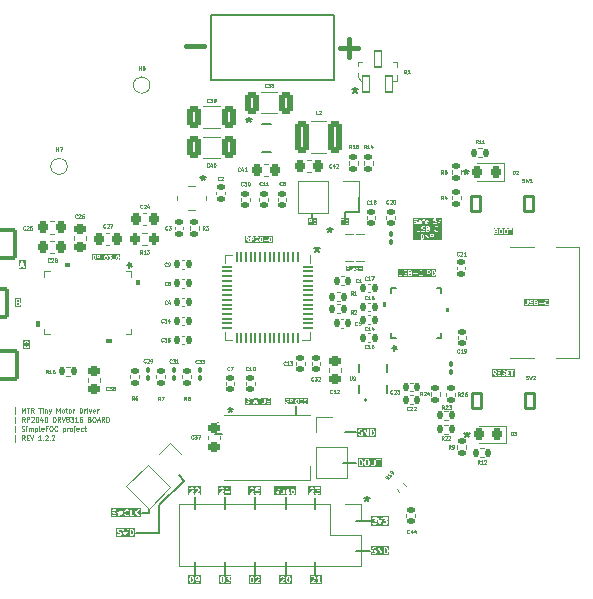
<source format=gbr>
%TF.GenerationSoftware,KiCad,Pcbnew,7.0.9*%
%TF.CreationDate,2024-02-12T03:50:36+01:00*%
%TF.ProjectId,MTR_Tiny_MD,4d54525f-5469-46e7-995f-4d442e6b6963,rev?*%
%TF.SameCoordinates,Original*%
%TF.FileFunction,Legend,Top*%
%TF.FilePolarity,Positive*%
%FSLAX46Y46*%
G04 Gerber Fmt 4.6, Leading zero omitted, Abs format (unit mm)*
G04 Created by KiCad (PCBNEW 7.0.9) date 2024-02-12 03:50:36*
%MOMM*%
%LPD*%
G01*
G04 APERTURE LIST*
G04 Aperture macros list*
%AMRoundRect*
0 Rectangle with rounded corners*
0 $1 Rounding radius*
0 $2 $3 $4 $5 $6 $7 $8 $9 X,Y pos of 4 corners*
0 Add a 4 corners polygon primitive as box body*
4,1,4,$2,$3,$4,$5,$6,$7,$8,$9,$2,$3,0*
0 Add four circle primitives for the rounded corners*
1,1,$1+$1,$2,$3*
1,1,$1+$1,$4,$5*
1,1,$1+$1,$6,$7*
1,1,$1+$1,$8,$9*
0 Add four rect primitives between the rounded corners*
20,1,$1+$1,$2,$3,$4,$5,0*
20,1,$1+$1,$4,$5,$6,$7,0*
20,1,$1+$1,$6,$7,$8,$9,0*
20,1,$1+$1,$8,$9,$2,$3,0*%
%AMHorizOval*
0 Thick line with rounded ends*
0 $1 width*
0 $2 $3 position (X,Y) of the first rounded end (center of the circle)*
0 $4 $5 position (X,Y) of the second rounded end (center of the circle)*
0 Add line between two ends*
20,1,$1,$2,$3,$4,$5,0*
0 Add two circle primitives to create the rounded ends*
1,1,$1,$2,$3*
1,1,$1,$4,$5*%
%AMRotRect*
0 Rectangle, with rotation*
0 The origin of the aperture is its center*
0 $1 length*
0 $2 width*
0 $3 Rotation angle, in degrees counterclockwise*
0 Add horizontal line*
21,1,$1,$2,0,0,$3*%
G04 Aperture macros list end*
%ADD10C,0.150000*%
%ADD11C,0.125000*%
%ADD12C,0.100000*%
%ADD13C,0.087500*%
%ADD14C,0.400000*%
%ADD15C,0.075000*%
%ADD16C,0.120000*%
%ADD17C,0.152400*%
%ADD18C,0.200000*%
%ADD19RoundRect,0.135000X-0.185000X0.135000X-0.185000X-0.135000X0.185000X-0.135000X0.185000X0.135000X0*%
%ADD20RoundRect,0.250000X0.325000X0.650000X-0.325000X0.650000X-0.325000X-0.650000X0.325000X-0.650000X0*%
%ADD21RoundRect,0.100000X-0.100000X0.130000X-0.100000X-0.130000X0.100000X-0.130000X0.100000X0.130000X0*%
%ADD22RoundRect,0.140000X0.170000X-0.140000X0.170000X0.140000X-0.170000X0.140000X-0.170000X-0.140000X0*%
%ADD23RoundRect,0.140000X-0.140000X-0.170000X0.140000X-0.170000X0.140000X0.170000X-0.140000X0.170000X0*%
%ADD24RoundRect,0.225000X0.250000X-0.225000X0.250000X0.225000X-0.250000X0.225000X-0.250000X-0.225000X0*%
%ADD25C,1.000000*%
%ADD26RoundRect,0.225000X0.225000X0.250000X-0.225000X0.250000X-0.225000X-0.250000X0.225000X-0.250000X0*%
%ADD27RoundRect,0.225000X-0.225000X-0.250000X0.225000X-0.250000X0.225000X0.250000X-0.225000X0.250000X0*%
%ADD28R,1.700000X1.700000*%
%ADD29O,1.700000X1.700000*%
%ADD30RoundRect,0.250000X-0.375000X-1.075000X0.375000X-1.075000X0.375000X1.075000X-0.375000X1.075000X0*%
%ADD31RoundRect,0.165000X1.210000X-1.210000X1.210000X1.210000X-1.210000X1.210000X-1.210000X-1.210000X0*%
%ADD32RoundRect,0.135000X0.135000X0.185000X-0.135000X0.185000X-0.135000X-0.185000X0.135000X-0.185000X0*%
%ADD33RoundRect,0.135000X-0.135000X-0.185000X0.135000X-0.185000X0.135000X0.185000X-0.135000X0.185000X0*%
%ADD34RoundRect,0.250000X-0.325000X-0.650000X0.325000X-0.650000X0.325000X0.650000X-0.325000X0.650000X0*%
%ADD35RoundRect,0.140000X0.140000X0.170000X-0.140000X0.170000X-0.140000X-0.170000X0.140000X-0.170000X0*%
%ADD36RoundRect,0.218750X0.218750X0.256250X-0.218750X0.256250X-0.218750X-0.256250X0.218750X-0.256250X0*%
%ADD37RoundRect,0.140000X-0.170000X0.140000X-0.170000X-0.140000X0.170000X-0.140000X0.170000X0.140000X0*%
%ADD38C,0.800000*%
%ADD39C,6.400000*%
%ADD40RoundRect,0.135000X-0.226274X-0.035355X-0.035355X-0.226274X0.226274X0.035355X0.035355X0.226274X0*%
%ADD41RoundRect,0.200000X-0.200000X-0.275000X0.200000X-0.275000X0.200000X0.275000X-0.200000X0.275000X0*%
%ADD42C,2.362200*%
%ADD43C,0.650000*%
%ADD44R,1.450000X0.600000*%
%ADD45R,1.450000X0.300000*%
%ADD46O,2.100000X1.000000*%
%ADD47O,1.600000X1.000000*%
%ADD48R,1.500000X0.900000*%
%ADD49RoundRect,0.225000X-0.250000X0.225000X-0.250000X-0.225000X0.250000X-0.225000X0.250000X0.225000X0*%
%ADD50R,1.000000X0.900000*%
%ADD51RoundRect,0.070000X0.300000X-0.650000X0.300000X0.650000X-0.300000X0.650000X-0.300000X-0.650000X0*%
%ADD52RotRect,1.700000X1.700000X315.000000*%
%ADD53HorizOval,1.700000X0.000000X0.000000X0.000000X0.000000X0*%
%ADD54RoundRect,0.050000X-0.050000X0.387500X-0.050000X-0.387500X0.050000X-0.387500X0.050000X0.387500X0*%
%ADD55RoundRect,0.050000X-0.387500X0.050000X-0.387500X-0.050000X0.387500X-0.050000X0.387500X0.050000X0*%
%ADD56R,3.200000X3.200000*%
%ADD57R,0.331000X0.680999*%
%ADD58R,0.711200X1.041400*%
%ADD59RoundRect,0.135000X0.185000X-0.135000X0.185000X0.135000X-0.185000X0.135000X-0.185000X-0.135000X0*%
%ADD60C,0.750000*%
%ADD61RoundRect,0.131250X0.393750X-0.668750X0.393750X0.668750X-0.393750X0.668750X-0.393750X-0.668750X0*%
%ADD62R,0.254800X0.807999*%
%ADD63R,0.807999X0.254800*%
%ADD64R,5.791200X3.810000*%
%ADD65R,0.757199X0.254800*%
%ADD66R,2.743200X2.743200*%
%ADD67R,0.203200X1.600200*%
G04 APERTURE END LIST*
D10*
X95800000Y-119500000D02*
X95800000Y-117200000D01*
X98800000Y-122025000D02*
X98800000Y-122975000D01*
X108775000Y-92825000D02*
X108775000Y-92450000D01*
X112730000Y-92340000D02*
X112730000Y-91100000D01*
X95800000Y-117200000D02*
X97900000Y-115100000D01*
X112500000Y-113595000D02*
X111400000Y-113595000D01*
X113700000Y-118500000D02*
X112500000Y-118500000D01*
X113650000Y-121050000D02*
X112500000Y-121050000D01*
X94900000Y-117850000D02*
X94903949Y-117476955D01*
X111525000Y-92800000D02*
X111525000Y-92340000D01*
X97900000Y-115100000D02*
X97450000Y-114650000D01*
X103900000Y-122025000D02*
X103900000Y-122975000D01*
X106500000Y-122025000D02*
X106500000Y-122975000D01*
X106500000Y-116525000D02*
X106500000Y-117475000D01*
X109000000Y-122025000D02*
X109000000Y-122975000D01*
X109000000Y-116550000D02*
X109000000Y-117500000D01*
X112450000Y-111000000D02*
X111500000Y-111000000D01*
X94350000Y-117850000D02*
X94900000Y-117850000D01*
X101400000Y-122025000D02*
X101400000Y-122975000D01*
X101350000Y-116525000D02*
X101350000Y-117475000D01*
X107400000Y-108800000D02*
X107400000Y-109550000D01*
X112730000Y-92340000D02*
X111525000Y-92340000D01*
X98800000Y-116525000D02*
X98800000Y-117475000D01*
X93850000Y-119500000D02*
X95800000Y-119500000D01*
X103890000Y-116525000D02*
X103890000Y-117475000D01*
D11*
G36*
X101888690Y-116358738D02*
G01*
X100811309Y-116358738D01*
X100811309Y-116224809D01*
X100882738Y-116224809D01*
X100901044Y-116269003D01*
X100945238Y-116287309D01*
X101254762Y-116287309D01*
X101298956Y-116269003D01*
X101317262Y-116224809D01*
X101298956Y-116180615D01*
X101254762Y-116162309D01*
X101096126Y-116162309D01*
X101200293Y-116058142D01*
X101382738Y-116058142D01*
X101388305Y-116071582D01*
X101389337Y-116086093D01*
X101397107Y-116092832D01*
X101401044Y-116102336D01*
X101414483Y-116107902D01*
X101425474Y-116117435D01*
X101435734Y-116116705D01*
X101445238Y-116120642D01*
X101620833Y-116120642D01*
X101620833Y-116224809D01*
X101639139Y-116269003D01*
X101683333Y-116287309D01*
X101727527Y-116269003D01*
X101745833Y-116224809D01*
X101745833Y-116120642D01*
X101754761Y-116120642D01*
X101798955Y-116102336D01*
X101817261Y-116058142D01*
X101798955Y-116013948D01*
X101754761Y-115995642D01*
X101745833Y-115995642D01*
X101745833Y-115891476D01*
X101727527Y-115847282D01*
X101683333Y-115828976D01*
X101639139Y-115847282D01*
X101620833Y-115891476D01*
X101620833Y-115995642D01*
X101531952Y-115995642D01*
X101623578Y-115720764D01*
X101620187Y-115673049D01*
X101584049Y-115641707D01*
X101536334Y-115645098D01*
X101504992Y-115681235D01*
X101385945Y-116038378D01*
X101386674Y-116048638D01*
X101382738Y-116058142D01*
X101200293Y-116058142D01*
X101275146Y-115983289D01*
X101280712Y-115969849D01*
X101290245Y-115958859D01*
X101314055Y-115887430D01*
X101313325Y-115877168D01*
X101317262Y-115867666D01*
X101317262Y-115820047D01*
X101311695Y-115806608D01*
X101310664Y-115792096D01*
X101286853Y-115744477D01*
X101279082Y-115737737D01*
X101275146Y-115728234D01*
X101251337Y-115704425D01*
X101241833Y-115700488D01*
X101235094Y-115692718D01*
X101187475Y-115668908D01*
X101172964Y-115667876D01*
X101159524Y-115662309D01*
X101040476Y-115662309D01*
X101027037Y-115667875D01*
X101012525Y-115668907D01*
X100964906Y-115692718D01*
X100958166Y-115700488D01*
X100948663Y-115704425D01*
X100924854Y-115728234D01*
X100906548Y-115772428D01*
X100924854Y-115816622D01*
X100969048Y-115834928D01*
X101013242Y-115816622D01*
X101029880Y-115799983D01*
X101055229Y-115787309D01*
X101144770Y-115787309D01*
X101170121Y-115799985D01*
X101179587Y-115809451D01*
X101192262Y-115834800D01*
X101192262Y-115857522D01*
X101176324Y-115905334D01*
X100901044Y-116180615D01*
X100882738Y-116224809D01*
X100811309Y-116224809D01*
X100811309Y-115570278D01*
X101888690Y-115570278D01*
X101888690Y-116358738D01*
G37*
D12*
G36*
X103991343Y-108415561D02*
G01*
X103939609Y-108415561D01*
X103965476Y-108337960D01*
X103991343Y-108415561D01*
G37*
G36*
X105272619Y-108686990D02*
G01*
X103077381Y-108686990D01*
X103077381Y-108294133D01*
X103134524Y-108294133D01*
X103138977Y-108304885D01*
X103139803Y-108316494D01*
X103158851Y-108354589D01*
X103165067Y-108359980D01*
X103168216Y-108367582D01*
X103187263Y-108386630D01*
X103194865Y-108389779D01*
X103200259Y-108395998D01*
X103238354Y-108415044D01*
X103244020Y-108415446D01*
X103248587Y-108418830D01*
X103319453Y-108436546D01*
X103345382Y-108449511D01*
X103352954Y-108457083D01*
X103363095Y-108477364D01*
X103363095Y-108491853D01*
X103352953Y-108512136D01*
X103345382Y-108519707D01*
X103325102Y-108529847D01*
X103249780Y-108529847D01*
X103200335Y-108513366D01*
X103162163Y-108516079D01*
X103137090Y-108544989D01*
X103139803Y-108583161D01*
X103168713Y-108608234D01*
X103225856Y-108627281D01*
X103234064Y-108626697D01*
X103241667Y-108629847D01*
X103336905Y-108629847D01*
X103347655Y-108625393D01*
X103359265Y-108624569D01*
X103397360Y-108605522D01*
X103402752Y-108599304D01*
X103410355Y-108596155D01*
X103429403Y-108577107D01*
X103432551Y-108569504D01*
X103438770Y-108564112D01*
X103457816Y-108526017D01*
X103458640Y-108514410D01*
X103463095Y-108503657D01*
X103463095Y-108465561D01*
X103458640Y-108454807D01*
X103457816Y-108443201D01*
X103438770Y-108405106D01*
X103432551Y-108399712D01*
X103429402Y-108392110D01*
X103410354Y-108373063D01*
X103402752Y-108369914D01*
X103397361Y-108363698D01*
X103359266Y-108344650D01*
X103353597Y-108344247D01*
X103349032Y-108340864D01*
X103278166Y-108323147D01*
X103252236Y-108310182D01*
X103244664Y-108302610D01*
X103234524Y-108282329D01*
X103234524Y-108267841D01*
X103244665Y-108247558D01*
X103252237Y-108239987D01*
X103272517Y-108229847D01*
X103347839Y-108229847D01*
X103397283Y-108246329D01*
X103435455Y-108243616D01*
X103460529Y-108214707D01*
X103458051Y-108179847D01*
X103477381Y-108179847D01*
X103492026Y-108215202D01*
X103527381Y-108229847D01*
X103591666Y-108229847D01*
X103591666Y-108579847D01*
X103606311Y-108615202D01*
X103641666Y-108629847D01*
X103677021Y-108615202D01*
X103691666Y-108579847D01*
X103691666Y-108564036D01*
X103784709Y-108564036D01*
X103787422Y-108602207D01*
X103816332Y-108627281D01*
X103854503Y-108624568D01*
X103879577Y-108595658D01*
X103906276Y-108515561D01*
X104024676Y-108515561D01*
X104051375Y-108595658D01*
X104076449Y-108624568D01*
X104114620Y-108627281D01*
X104143530Y-108602208D01*
X104146243Y-108564036D01*
X104018180Y-108179847D01*
X104125000Y-108179847D01*
X104139645Y-108215202D01*
X104175000Y-108229847D01*
X104239285Y-108229847D01*
X104239285Y-108579847D01*
X104253930Y-108615202D01*
X104289285Y-108629847D01*
X104324640Y-108615202D01*
X104339285Y-108579847D01*
X104339285Y-108503657D01*
X104486905Y-108503657D01*
X104491358Y-108514407D01*
X104492183Y-108526017D01*
X104511230Y-108564112D01*
X104517447Y-108569504D01*
X104520597Y-108577107D01*
X104539645Y-108596155D01*
X104547247Y-108599303D01*
X104552640Y-108605522D01*
X104590735Y-108624568D01*
X104602341Y-108625392D01*
X104613095Y-108629847D01*
X104689286Y-108629847D01*
X104700036Y-108625393D01*
X104711646Y-108624569D01*
X104749741Y-108605522D01*
X104755134Y-108599303D01*
X104762737Y-108596154D01*
X104781784Y-108577107D01*
X104784932Y-108569504D01*
X104791149Y-108564113D01*
X104810197Y-108526018D01*
X104811022Y-108514409D01*
X104815476Y-108503657D01*
X104815476Y-108294133D01*
X104886905Y-108294133D01*
X104891358Y-108304885D01*
X104892184Y-108316494D01*
X104911232Y-108354589D01*
X104917448Y-108359980D01*
X104920597Y-108367582D01*
X104939644Y-108386630D01*
X104947246Y-108389779D01*
X104952640Y-108395998D01*
X104990735Y-108415044D01*
X104996401Y-108415446D01*
X105000968Y-108418830D01*
X105071834Y-108436546D01*
X105097763Y-108449511D01*
X105105335Y-108457083D01*
X105115476Y-108477364D01*
X105115476Y-108491853D01*
X105105334Y-108512136D01*
X105097763Y-108519707D01*
X105077483Y-108529847D01*
X105002161Y-108529847D01*
X104952716Y-108513366D01*
X104914544Y-108516079D01*
X104889471Y-108544989D01*
X104892184Y-108583161D01*
X104921094Y-108608234D01*
X104978237Y-108627281D01*
X104986445Y-108626697D01*
X104994048Y-108629847D01*
X105089286Y-108629847D01*
X105100036Y-108625393D01*
X105111646Y-108624569D01*
X105149741Y-108605522D01*
X105155133Y-108599304D01*
X105162736Y-108596155D01*
X105181784Y-108577107D01*
X105184932Y-108569504D01*
X105191151Y-108564112D01*
X105210197Y-108526017D01*
X105211021Y-108514410D01*
X105215476Y-108503657D01*
X105215476Y-108465561D01*
X105211021Y-108454807D01*
X105210197Y-108443201D01*
X105191151Y-108405106D01*
X105184932Y-108399712D01*
X105181783Y-108392110D01*
X105162735Y-108373063D01*
X105155133Y-108369914D01*
X105149742Y-108363698D01*
X105111647Y-108344650D01*
X105105978Y-108344247D01*
X105101413Y-108340864D01*
X105030547Y-108323147D01*
X105004617Y-108310182D01*
X104997045Y-108302610D01*
X104986905Y-108282329D01*
X104986905Y-108267841D01*
X104997046Y-108247558D01*
X105004618Y-108239987D01*
X105024898Y-108229847D01*
X105100220Y-108229847D01*
X105149664Y-108246329D01*
X105187836Y-108243616D01*
X105212910Y-108214707D01*
X105210197Y-108176535D01*
X105181288Y-108151461D01*
X105124146Y-108132413D01*
X105115937Y-108132996D01*
X105108334Y-108129847D01*
X105013095Y-108129847D01*
X105002342Y-108134300D01*
X104990734Y-108135126D01*
X104952639Y-108154174D01*
X104947248Y-108160389D01*
X104939645Y-108163539D01*
X104920598Y-108182587D01*
X104917448Y-108190189D01*
X104911232Y-108195581D01*
X104892184Y-108233677D01*
X104891358Y-108245285D01*
X104886905Y-108256038D01*
X104886905Y-108294133D01*
X104815476Y-108294133D01*
X104815476Y-108179847D01*
X104800831Y-108144492D01*
X104765476Y-108129847D01*
X104730121Y-108144492D01*
X104715476Y-108179847D01*
X104715476Y-108491853D01*
X104705334Y-108512135D01*
X104697762Y-108519707D01*
X104677483Y-108529847D01*
X104624899Y-108529847D01*
X104604615Y-108519705D01*
X104597044Y-108512134D01*
X104586905Y-108491853D01*
X104586905Y-108179847D01*
X104572260Y-108144492D01*
X104536905Y-108129847D01*
X104501550Y-108144492D01*
X104486905Y-108179847D01*
X104486905Y-108503657D01*
X104339285Y-108503657D01*
X104339285Y-108229847D01*
X104403571Y-108229847D01*
X104438926Y-108215202D01*
X104453571Y-108179847D01*
X104438926Y-108144492D01*
X104403571Y-108129847D01*
X104175000Y-108129847D01*
X104139645Y-108144492D01*
X104125000Y-108179847D01*
X104018180Y-108179847D01*
X104012910Y-108164036D01*
X104010461Y-108161213D01*
X104010197Y-108157486D01*
X103998219Y-108147098D01*
X103987836Y-108135126D01*
X103984109Y-108134861D01*
X103981287Y-108132413D01*
X103965476Y-108133536D01*
X103949665Y-108132413D01*
X103946842Y-108134861D01*
X103943116Y-108135126D01*
X103932729Y-108147100D01*
X103920755Y-108157487D01*
X103920490Y-108161213D01*
X103918042Y-108164036D01*
X103784709Y-108564036D01*
X103691666Y-108564036D01*
X103691666Y-108229847D01*
X103755952Y-108229847D01*
X103791307Y-108215202D01*
X103805952Y-108179847D01*
X103791307Y-108144492D01*
X103755952Y-108129847D01*
X103527381Y-108129847D01*
X103492026Y-108144492D01*
X103477381Y-108179847D01*
X103458051Y-108179847D01*
X103457816Y-108176535D01*
X103428907Y-108151461D01*
X103371765Y-108132413D01*
X103363556Y-108132996D01*
X103355953Y-108129847D01*
X103260714Y-108129847D01*
X103249961Y-108134300D01*
X103238353Y-108135126D01*
X103200258Y-108154174D01*
X103194867Y-108160389D01*
X103187264Y-108163539D01*
X103168217Y-108182587D01*
X103165067Y-108190189D01*
X103158851Y-108195581D01*
X103139803Y-108233677D01*
X103138977Y-108245285D01*
X103134524Y-108256038D01*
X103134524Y-108294133D01*
X103077381Y-108294133D01*
X103077381Y-108072704D01*
X105272619Y-108072704D01*
X105272619Y-108686990D01*
G37*
D10*
X112379636Y-81819819D02*
X112379636Y-82057914D01*
X112141541Y-81962676D02*
X112379636Y-82057914D01*
X112379636Y-82057914D02*
X112617731Y-81962676D01*
X112236779Y-82248390D02*
X112379636Y-82057914D01*
X112379636Y-82057914D02*
X112522493Y-82248390D01*
D11*
G36*
X104414881Y-116358738D02*
G01*
X103361309Y-116358738D01*
X103361309Y-116224809D01*
X103432738Y-116224809D01*
X103451044Y-116269003D01*
X103495238Y-116287309D01*
X103804762Y-116287309D01*
X103848956Y-116269003D01*
X103867262Y-116224809D01*
X103848956Y-116180615D01*
X103840685Y-116177189D01*
X103932738Y-116177189D01*
X103951043Y-116221383D01*
X103974852Y-116245193D01*
X103984356Y-116249130D01*
X103991097Y-116256902D01*
X104038715Y-116280711D01*
X104053226Y-116281741D01*
X104066666Y-116287309D01*
X104185714Y-116287309D01*
X104199154Y-116281741D01*
X104213664Y-116280711D01*
X104261283Y-116256902D01*
X104268023Y-116249130D01*
X104277528Y-116245193D01*
X104301337Y-116221383D01*
X104305273Y-116211879D01*
X104313043Y-116205141D01*
X104336854Y-116157522D01*
X104337885Y-116143009D01*
X104343452Y-116129571D01*
X104343452Y-116010523D01*
X104337885Y-115997084D01*
X104336854Y-115982572D01*
X104313043Y-115934953D01*
X104305272Y-115928213D01*
X104301336Y-115918710D01*
X104277527Y-115894901D01*
X104268023Y-115890964D01*
X104261284Y-115883194D01*
X104213665Y-115859384D01*
X104199154Y-115858352D01*
X104185714Y-115852785D01*
X104069062Y-115852785D01*
X104075609Y-115787309D01*
X104257142Y-115787309D01*
X104301336Y-115769003D01*
X104319642Y-115724809D01*
X104301336Y-115680615D01*
X104257142Y-115662309D01*
X104019047Y-115662309D01*
X103999606Y-115670361D01*
X103979470Y-115676437D01*
X103977907Y-115679349D01*
X103974853Y-115680615D01*
X103966801Y-115700053D01*
X103956857Y-115718591D01*
X103933048Y-115956685D01*
X103934002Y-115959850D01*
X103932738Y-115962904D01*
X103940789Y-115982340D01*
X103946866Y-116002481D01*
X103949778Y-116004043D01*
X103951044Y-116007098D01*
X103970480Y-116015148D01*
X103989019Y-116025094D01*
X103992184Y-116024139D01*
X103995238Y-116025404D01*
X104014674Y-116017352D01*
X104034815Y-116011276D01*
X104036377Y-116008363D01*
X104039432Y-116007098D01*
X104056070Y-115990459D01*
X104081419Y-115977785D01*
X104170960Y-115977785D01*
X104196311Y-115990461D01*
X104205777Y-115999927D01*
X104218452Y-116025276D01*
X104218452Y-116114817D01*
X104205776Y-116140167D01*
X104196311Y-116149633D01*
X104170960Y-116162309D01*
X104081420Y-116162309D01*
X104056069Y-116149634D01*
X104039433Y-116132997D01*
X103995239Y-116114690D01*
X103951045Y-116132995D01*
X103932738Y-116177189D01*
X103840685Y-116177189D01*
X103804762Y-116162309D01*
X103646126Y-116162309D01*
X103825146Y-115983289D01*
X103830712Y-115969849D01*
X103840245Y-115958859D01*
X103864055Y-115887430D01*
X103863325Y-115877168D01*
X103867262Y-115867666D01*
X103867262Y-115820047D01*
X103861695Y-115806608D01*
X103860664Y-115792096D01*
X103836853Y-115744477D01*
X103829082Y-115737737D01*
X103825146Y-115728234D01*
X103801337Y-115704425D01*
X103791833Y-115700488D01*
X103785094Y-115692718D01*
X103737475Y-115668908D01*
X103722964Y-115667876D01*
X103709524Y-115662309D01*
X103590476Y-115662309D01*
X103577037Y-115667875D01*
X103562525Y-115668907D01*
X103514906Y-115692718D01*
X103508166Y-115700488D01*
X103498663Y-115704425D01*
X103474854Y-115728234D01*
X103456548Y-115772428D01*
X103474854Y-115816622D01*
X103519048Y-115834928D01*
X103563242Y-115816622D01*
X103579880Y-115799983D01*
X103605229Y-115787309D01*
X103694770Y-115787309D01*
X103720121Y-115799985D01*
X103729587Y-115809451D01*
X103742262Y-115834800D01*
X103742262Y-115857522D01*
X103726324Y-115905334D01*
X103451044Y-116180615D01*
X103432738Y-116224809D01*
X103361309Y-116224809D01*
X103361309Y-115590880D01*
X104414881Y-115590880D01*
X104414881Y-116358738D01*
G37*
D10*
X121804636Y-88719819D02*
X121804636Y-88957914D01*
X121566541Y-88862676D02*
X121804636Y-88957914D01*
X121804636Y-88957914D02*
X122042731Y-88862676D01*
X121661779Y-89148390D02*
X121804636Y-88957914D01*
X121804636Y-88957914D02*
X121947493Y-89148390D01*
D11*
G36*
X112911476Y-113403246D02*
G01*
X112941491Y-113433261D01*
X112957695Y-113465669D01*
X112977975Y-113546788D01*
X112977975Y-113602829D01*
X112957695Y-113683948D01*
X112941492Y-113716355D01*
X112911474Y-113746373D01*
X112863666Y-113762309D01*
X112817261Y-113762309D01*
X112817261Y-113387309D01*
X112863665Y-113387309D01*
X112911476Y-113403246D01*
G37*
G36*
X113455834Y-113399985D02*
G01*
X113484039Y-113428190D01*
X113501785Y-113499171D01*
X113501785Y-113650446D01*
X113484039Y-113721426D01*
X113455832Y-113749634D01*
X113430483Y-113762309D01*
X113364753Y-113762309D01*
X113339404Y-113749634D01*
X113311196Y-113721426D01*
X113293452Y-113650448D01*
X113293452Y-113499169D01*
X113311196Y-113428190D01*
X113339403Y-113399983D01*
X113364752Y-113387309D01*
X113430483Y-113387309D01*
X113455834Y-113399985D01*
G37*
G36*
X114650596Y-113958738D02*
G01*
X112620832Y-113958738D01*
X112620832Y-113824809D01*
X112692261Y-113824809D01*
X112710567Y-113869003D01*
X112754761Y-113887309D01*
X112873809Y-113887309D01*
X112883312Y-113883372D01*
X112893573Y-113884102D01*
X112965001Y-113860293D01*
X112975991Y-113850761D01*
X112989432Y-113845194D01*
X113037051Y-113797574D01*
X113040987Y-113788069D01*
X113048757Y-113781331D01*
X113072568Y-113733712D01*
X113073071Y-113726625D01*
X113077300Y-113720919D01*
X113092994Y-113658142D01*
X113168452Y-113658142D01*
X113171484Y-113665462D01*
X113170318Y-113673300D01*
X113194127Y-113768538D01*
X113204133Y-113782042D01*
X113210566Y-113797574D01*
X113258185Y-113845194D01*
X113267690Y-113849131D01*
X113274430Y-113856902D01*
X113322048Y-113880711D01*
X113336559Y-113881741D01*
X113349999Y-113887309D01*
X113445237Y-113887309D01*
X113458677Y-113881741D01*
X113473187Y-113880711D01*
X113520806Y-113856902D01*
X113527545Y-113849131D01*
X113537051Y-113845194D01*
X113584670Y-113797574D01*
X113591102Y-113782044D01*
X113601109Y-113768539D01*
X113610851Y-113729571D01*
X113716071Y-113729571D01*
X113721638Y-113743011D01*
X113722670Y-113757522D01*
X113746480Y-113805141D01*
X113754249Y-113811879D01*
X113758186Y-113821383D01*
X113781995Y-113845193D01*
X113791499Y-113849130D01*
X113798240Y-113856902D01*
X113845858Y-113880711D01*
X113860369Y-113881741D01*
X113873809Y-113887309D01*
X113969047Y-113887309D01*
X113982487Y-113881741D01*
X113996997Y-113880711D01*
X114044616Y-113856902D01*
X114051356Y-113849130D01*
X114060860Y-113845194D01*
X114084670Y-113821384D01*
X114088606Y-113811880D01*
X114096378Y-113805140D01*
X114120187Y-113757522D01*
X114121217Y-113743010D01*
X114126785Y-113729571D01*
X114126785Y-113324809D01*
X114168453Y-113324809D01*
X114186759Y-113369003D01*
X114230953Y-113387309D01*
X114311310Y-113387309D01*
X114311310Y-113824809D01*
X114329616Y-113869003D01*
X114373810Y-113887309D01*
X114418004Y-113869003D01*
X114436310Y-113824809D01*
X114436310Y-113387309D01*
X114516667Y-113387309D01*
X114560861Y-113369003D01*
X114579167Y-113324809D01*
X114560861Y-113280615D01*
X114516667Y-113262309D01*
X114230953Y-113262309D01*
X114186759Y-113280615D01*
X114168453Y-113324809D01*
X114126785Y-113324809D01*
X114108479Y-113280615D01*
X114064285Y-113262309D01*
X114020091Y-113280615D01*
X114001785Y-113324809D01*
X114001785Y-113714817D01*
X113989109Y-113740168D01*
X113979645Y-113749633D01*
X113954293Y-113762309D01*
X113888563Y-113762309D01*
X113863212Y-113749634D01*
X113853747Y-113740169D01*
X113841071Y-113714817D01*
X113841071Y-113324809D01*
X113822765Y-113280615D01*
X113778571Y-113262309D01*
X113734377Y-113280615D01*
X113716071Y-113324809D01*
X113716071Y-113729571D01*
X113610851Y-113729571D01*
X113624919Y-113673301D01*
X113623752Y-113665462D01*
X113626785Y-113658142D01*
X113626785Y-113491476D01*
X113623752Y-113484155D01*
X113624919Y-113476317D01*
X113601109Y-113381079D01*
X113591100Y-113367571D01*
X113584669Y-113352044D01*
X113537050Y-113304425D01*
X113527546Y-113300488D01*
X113520807Y-113292718D01*
X113473188Y-113268908D01*
X113458677Y-113267876D01*
X113445237Y-113262309D01*
X113349999Y-113262309D01*
X113336560Y-113267875D01*
X113322048Y-113268907D01*
X113274429Y-113292718D01*
X113267689Y-113300488D01*
X113258186Y-113304425D01*
X113210567Y-113352044D01*
X113204134Y-113367573D01*
X113194127Y-113381080D01*
X113170318Y-113476318D01*
X113171484Y-113484155D01*
X113168452Y-113491476D01*
X113168452Y-113658142D01*
X113092994Y-113658142D01*
X113101109Y-113625681D01*
X113099942Y-113617843D01*
X113102975Y-113610523D01*
X113102975Y-113539095D01*
X113099942Y-113531774D01*
X113101109Y-113523937D01*
X113077300Y-113428699D01*
X113073071Y-113422992D01*
X113072568Y-113415906D01*
X113048757Y-113368287D01*
X113040986Y-113361547D01*
X113037050Y-113352044D01*
X112989431Y-113304425D01*
X112975992Y-113298858D01*
X112965002Y-113289326D01*
X112893574Y-113265516D01*
X112883311Y-113266245D01*
X112873809Y-113262309D01*
X112754761Y-113262309D01*
X112710567Y-113280615D01*
X112692261Y-113324809D01*
X112692261Y-113824809D01*
X112620832Y-113824809D01*
X112620832Y-113190880D01*
X114650596Y-113190880D01*
X114650596Y-113958738D01*
G37*
G36*
X98596312Y-123299985D02*
G01*
X98605777Y-123309450D01*
X98621981Y-123341859D01*
X98642262Y-123422980D01*
X98642262Y-123526637D01*
X98621981Y-123607758D01*
X98605776Y-123640168D01*
X98596312Y-123649633D01*
X98570960Y-123662309D01*
X98552849Y-123662309D01*
X98527498Y-123649634D01*
X98518033Y-123640169D01*
X98501827Y-123607758D01*
X98481548Y-123526639D01*
X98481548Y-123422978D01*
X98501827Y-123341859D01*
X98518033Y-123309449D01*
X98527499Y-123299983D01*
X98552848Y-123287309D01*
X98570960Y-123287309D01*
X98596312Y-123299985D01*
G37*
G36*
X99096311Y-123299985D02*
G01*
X99105777Y-123309451D01*
X99118452Y-123334800D01*
X99118452Y-123424341D01*
X99105777Y-123449690D01*
X99096311Y-123459156D01*
X99070960Y-123471833D01*
X99005229Y-123471833D01*
X98979879Y-123459157D01*
X98970413Y-123449692D01*
X98957738Y-123424341D01*
X98957738Y-123334801D01*
X98970413Y-123309449D01*
X98979879Y-123299984D01*
X99005229Y-123287309D01*
X99070960Y-123287309D01*
X99096311Y-123299985D01*
G37*
G36*
X99314881Y-123858738D02*
G01*
X98285119Y-123858738D01*
X98285119Y-123534333D01*
X98356548Y-123534333D01*
X98359580Y-123541653D01*
X98358414Y-123549491D01*
X98382223Y-123644729D01*
X98386452Y-123650437D01*
X98386956Y-123657522D01*
X98410766Y-123705141D01*
X98418535Y-123711879D01*
X98422472Y-123721383D01*
X98446281Y-123745193D01*
X98455785Y-123749130D01*
X98462526Y-123756902D01*
X98510144Y-123780711D01*
X98524655Y-123781741D01*
X98538095Y-123787309D01*
X98585714Y-123787309D01*
X98599154Y-123781741D01*
X98613664Y-123780711D01*
X98661283Y-123756902D01*
X98668023Y-123749130D01*
X98677527Y-123745194D01*
X98701337Y-123721384D01*
X98705273Y-123711880D01*
X98713045Y-123705140D01*
X98736854Y-123657522D01*
X98737357Y-123650436D01*
X98741586Y-123644730D01*
X98765396Y-123549492D01*
X98764229Y-123541653D01*
X98767262Y-123534333D01*
X98767262Y-123439095D01*
X98832738Y-123439095D01*
X98838305Y-123452535D01*
X98839336Y-123467045D01*
X98863145Y-123514664D01*
X98870916Y-123521404D01*
X98874854Y-123530909D01*
X98898664Y-123554718D01*
X98908167Y-123558654D01*
X98914906Y-123566424D01*
X98962525Y-123590235D01*
X98977037Y-123591266D01*
X98990476Y-123596833D01*
X99085714Y-123596833D01*
X99088842Y-123595537D01*
X99060951Y-123637373D01*
X99048692Y-123649633D01*
X99023341Y-123662309D01*
X98942857Y-123662309D01*
X98898663Y-123680615D01*
X98880357Y-123724809D01*
X98898663Y-123769003D01*
X98942857Y-123787309D01*
X99038095Y-123787309D01*
X99051535Y-123781741D01*
X99066045Y-123780711D01*
X99113664Y-123756902D01*
X99120404Y-123749130D01*
X99129909Y-123745193D01*
X99153718Y-123721383D01*
X99156179Y-123715439D01*
X99161526Y-123711859D01*
X99209145Y-123640429D01*
X99211266Y-123629705D01*
X99217776Y-123620920D01*
X99241586Y-123525682D01*
X99240419Y-123517843D01*
X99243452Y-123510523D01*
X99243452Y-123320047D01*
X99237885Y-123306608D01*
X99236854Y-123292096D01*
X99213043Y-123244477D01*
X99205272Y-123237737D01*
X99201336Y-123228234D01*
X99177527Y-123204425D01*
X99168023Y-123200488D01*
X99161284Y-123192718D01*
X99113665Y-123168908D01*
X99099154Y-123167876D01*
X99085714Y-123162309D01*
X98990476Y-123162309D01*
X98977037Y-123167875D01*
X98962525Y-123168907D01*
X98914906Y-123192718D01*
X98908167Y-123200487D01*
X98898664Y-123204424D01*
X98874854Y-123228233D01*
X98870916Y-123237737D01*
X98863145Y-123244478D01*
X98839336Y-123292097D01*
X98838305Y-123306606D01*
X98832738Y-123320047D01*
X98832738Y-123439095D01*
X98767262Y-123439095D01*
X98767262Y-123415285D01*
X98764229Y-123407964D01*
X98765396Y-123400126D01*
X98741586Y-123304888D01*
X98737357Y-123299181D01*
X98736854Y-123292096D01*
X98713045Y-123244478D01*
X98705273Y-123237737D01*
X98701336Y-123228233D01*
X98677526Y-123204424D01*
X98668022Y-123200487D01*
X98661284Y-123192718D01*
X98613665Y-123168908D01*
X98599154Y-123167876D01*
X98585714Y-123162309D01*
X98538095Y-123162309D01*
X98524656Y-123167875D01*
X98510144Y-123168907D01*
X98462525Y-123192718D01*
X98455785Y-123200488D01*
X98446282Y-123204425D01*
X98422473Y-123228234D01*
X98418536Y-123237737D01*
X98410766Y-123244477D01*
X98386956Y-123292096D01*
X98386452Y-123299180D01*
X98382223Y-123304889D01*
X98358414Y-123400127D01*
X98359580Y-123407964D01*
X98356548Y-123415285D01*
X98356548Y-123534333D01*
X98285119Y-123534333D01*
X98285119Y-123090880D01*
X99314881Y-123090880D01*
X99314881Y-123858738D01*
G37*
D12*
G36*
X127761086Y-100081772D02*
G01*
X127766048Y-100086735D01*
X127776190Y-100107017D01*
X127776190Y-100140553D01*
X127766048Y-100160835D01*
X127758476Y-100168407D01*
X127738197Y-100178547D01*
X127647619Y-100178547D01*
X127647619Y-100069023D01*
X127722838Y-100069023D01*
X127761086Y-100081772D01*
G37*
G36*
X127739429Y-99888687D02*
G01*
X127747001Y-99896259D01*
X127757142Y-99916541D01*
X127757142Y-99931029D01*
X127747000Y-99951312D01*
X127739429Y-99958883D01*
X127719149Y-99969023D01*
X127647619Y-99969023D01*
X127647619Y-99878547D01*
X127719149Y-99878547D01*
X127739429Y-99888687D01*
G37*
G36*
X128828571Y-100335690D02*
G01*
X126690476Y-100335690D01*
X126690476Y-100152357D01*
X126747619Y-100152357D01*
X126752072Y-100163107D01*
X126752897Y-100174717D01*
X126771944Y-100212812D01*
X126778161Y-100218204D01*
X126781311Y-100225807D01*
X126800359Y-100244855D01*
X126807961Y-100248003D01*
X126813354Y-100254222D01*
X126851449Y-100273268D01*
X126863055Y-100274092D01*
X126873809Y-100278547D01*
X126950000Y-100278547D01*
X126960750Y-100274093D01*
X126972360Y-100273269D01*
X127010455Y-100254222D01*
X127015848Y-100248003D01*
X127023451Y-100244854D01*
X127042498Y-100225807D01*
X127045646Y-100218204D01*
X127051863Y-100212813D01*
X127070911Y-100174718D01*
X127071736Y-100163109D01*
X127076190Y-100152357D01*
X127076190Y-99942833D01*
X127147619Y-99942833D01*
X127152072Y-99953585D01*
X127152898Y-99965194D01*
X127171946Y-100003289D01*
X127178162Y-100008680D01*
X127181311Y-100016282D01*
X127200358Y-100035330D01*
X127207960Y-100038479D01*
X127213354Y-100044698D01*
X127251449Y-100063744D01*
X127257115Y-100064146D01*
X127261682Y-100067530D01*
X127332548Y-100085246D01*
X127358477Y-100098211D01*
X127366049Y-100105783D01*
X127376190Y-100126064D01*
X127376190Y-100140553D01*
X127366048Y-100160836D01*
X127358477Y-100168407D01*
X127338197Y-100178547D01*
X127262875Y-100178547D01*
X127213430Y-100162066D01*
X127175258Y-100164779D01*
X127150185Y-100193689D01*
X127152898Y-100231861D01*
X127181808Y-100256934D01*
X127238951Y-100275981D01*
X127247159Y-100275397D01*
X127254762Y-100278547D01*
X127350000Y-100278547D01*
X127360750Y-100274093D01*
X127372360Y-100273269D01*
X127410455Y-100254222D01*
X127415847Y-100248004D01*
X127423450Y-100244855D01*
X127439758Y-100228547D01*
X127547619Y-100228547D01*
X127562264Y-100263902D01*
X127597619Y-100278547D01*
X127750000Y-100278547D01*
X127760750Y-100274093D01*
X127772360Y-100273269D01*
X127810455Y-100254222D01*
X127815848Y-100248003D01*
X127823451Y-100244854D01*
X127842498Y-100225807D01*
X127845646Y-100218204D01*
X127851863Y-100212813D01*
X127870911Y-100174718D01*
X127871736Y-100163109D01*
X127876190Y-100152357D01*
X127876190Y-100095214D01*
X127871736Y-100084461D01*
X127871146Y-100076166D01*
X127947619Y-100076166D01*
X127962264Y-100111521D01*
X127997619Y-100126166D01*
X128302381Y-100126166D01*
X128337736Y-100111521D01*
X128352381Y-100076166D01*
X128344491Y-100057119D01*
X128423809Y-100057119D01*
X128426235Y-100062975D01*
X128425302Y-100069246D01*
X128444350Y-100145436D01*
X128447732Y-100150000D01*
X128448135Y-100155669D01*
X128467182Y-100193764D01*
X128473398Y-100199155D01*
X128476548Y-100206759D01*
X128514643Y-100244855D01*
X128525395Y-100249308D01*
X128534188Y-100256934D01*
X128591331Y-100275981D01*
X128599539Y-100275397D01*
X128607142Y-100278547D01*
X128645238Y-100278547D01*
X128652840Y-100275397D01*
X128661049Y-100275981D01*
X128718191Y-100256934D01*
X128726983Y-100249308D01*
X128737735Y-100244855D01*
X128756783Y-100225807D01*
X128771428Y-100190452D01*
X128756783Y-100155097D01*
X128721428Y-100140452D01*
X128686073Y-100155097D01*
X128675371Y-100165798D01*
X128637125Y-100178547D01*
X128615255Y-100178547D01*
X128577009Y-100165798D01*
X128552995Y-100141784D01*
X128540032Y-100115856D01*
X128523809Y-100050963D01*
X128523809Y-100006131D01*
X128540032Y-99941237D01*
X128552996Y-99915307D01*
X128577008Y-99891296D01*
X128615256Y-99878547D01*
X128637124Y-99878547D01*
X128675371Y-99891296D01*
X128686073Y-99901998D01*
X128721429Y-99916641D01*
X128756784Y-99901996D01*
X128771427Y-99866641D01*
X128756782Y-99831286D01*
X128737734Y-99812239D01*
X128726983Y-99807786D01*
X128718192Y-99800161D01*
X128661050Y-99781113D01*
X128652841Y-99781696D01*
X128645238Y-99778547D01*
X128607142Y-99778547D01*
X128599538Y-99781696D01*
X128591330Y-99781113D01*
X128534187Y-99800161D01*
X128525395Y-99807786D01*
X128514643Y-99812240D01*
X128476549Y-99850335D01*
X128473399Y-99857937D01*
X128467182Y-99863330D01*
X128448135Y-99901425D01*
X128447732Y-99907093D01*
X128444350Y-99911658D01*
X128425302Y-99987849D01*
X128426235Y-99994119D01*
X128423809Y-99999976D01*
X128423809Y-100057119D01*
X128344491Y-100057119D01*
X128337736Y-100040811D01*
X128302381Y-100026166D01*
X127997619Y-100026166D01*
X127962264Y-100040811D01*
X127947619Y-100076166D01*
X127871146Y-100076166D01*
X127870911Y-100072853D01*
X127851863Y-100034758D01*
X127845646Y-100029366D01*
X127842498Y-100021764D01*
X127828107Y-100007373D01*
X127832817Y-100003288D01*
X127851863Y-99965193D01*
X127852687Y-99953586D01*
X127857142Y-99942833D01*
X127857142Y-99904738D01*
X127852688Y-99893986D01*
X127851864Y-99882378D01*
X127832817Y-99844282D01*
X127826598Y-99838888D01*
X127823449Y-99831286D01*
X127804401Y-99812239D01*
X127796799Y-99809090D01*
X127791408Y-99802874D01*
X127753313Y-99783826D01*
X127741704Y-99783000D01*
X127730952Y-99778547D01*
X127597619Y-99778547D01*
X127562264Y-99793192D01*
X127547619Y-99828547D01*
X127547619Y-100228547D01*
X127439758Y-100228547D01*
X127442498Y-100225807D01*
X127445646Y-100218204D01*
X127451865Y-100212812D01*
X127470911Y-100174717D01*
X127471735Y-100163110D01*
X127476190Y-100152357D01*
X127476190Y-100114261D01*
X127471735Y-100103507D01*
X127470911Y-100091901D01*
X127451865Y-100053806D01*
X127445646Y-100048412D01*
X127442497Y-100040810D01*
X127423449Y-100021763D01*
X127415847Y-100018614D01*
X127410456Y-100012398D01*
X127372361Y-99993350D01*
X127366692Y-99992947D01*
X127362127Y-99989564D01*
X127291261Y-99971847D01*
X127265331Y-99958882D01*
X127257759Y-99951310D01*
X127247619Y-99931029D01*
X127247619Y-99916541D01*
X127257760Y-99896258D01*
X127265332Y-99888687D01*
X127285612Y-99878547D01*
X127360934Y-99878547D01*
X127410378Y-99895029D01*
X127448550Y-99892316D01*
X127473624Y-99863407D01*
X127470911Y-99825235D01*
X127442002Y-99800161D01*
X127384860Y-99781113D01*
X127376651Y-99781696D01*
X127369048Y-99778547D01*
X127273809Y-99778547D01*
X127263056Y-99783000D01*
X127251448Y-99783826D01*
X127213353Y-99802874D01*
X127207962Y-99809089D01*
X127200359Y-99812239D01*
X127181312Y-99831287D01*
X127178162Y-99838889D01*
X127171946Y-99844281D01*
X127152898Y-99882377D01*
X127152072Y-99893985D01*
X127147619Y-99904738D01*
X127147619Y-99942833D01*
X127076190Y-99942833D01*
X127076190Y-99828547D01*
X127061545Y-99793192D01*
X127026190Y-99778547D01*
X126990835Y-99793192D01*
X126976190Y-99828547D01*
X126976190Y-100140553D01*
X126966048Y-100160835D01*
X126958476Y-100168407D01*
X126938197Y-100178547D01*
X126885613Y-100178547D01*
X126865329Y-100168405D01*
X126857758Y-100160834D01*
X126847619Y-100140553D01*
X126847619Y-99828547D01*
X126832974Y-99793192D01*
X126797619Y-99778547D01*
X126762264Y-99793192D01*
X126747619Y-99828547D01*
X126747619Y-100152357D01*
X126690476Y-100152357D01*
X126690476Y-99721404D01*
X128828571Y-99721404D01*
X128828571Y-100335690D01*
G37*
X83586027Y-111804180D02*
X83586027Y-111232752D01*
X84405074Y-111670847D02*
X84271741Y-111480371D01*
X84176503Y-111670847D02*
X84176503Y-111270847D01*
X84176503Y-111270847D02*
X84328884Y-111270847D01*
X84328884Y-111270847D02*
X84366979Y-111289895D01*
X84366979Y-111289895D02*
X84386026Y-111308942D01*
X84386026Y-111308942D02*
X84405074Y-111347038D01*
X84405074Y-111347038D02*
X84405074Y-111404180D01*
X84405074Y-111404180D02*
X84386026Y-111442276D01*
X84386026Y-111442276D02*
X84366979Y-111461323D01*
X84366979Y-111461323D02*
X84328884Y-111480371D01*
X84328884Y-111480371D02*
X84176503Y-111480371D01*
X84576503Y-111461323D02*
X84709836Y-111461323D01*
X84766979Y-111670847D02*
X84576503Y-111670847D01*
X84576503Y-111670847D02*
X84576503Y-111270847D01*
X84576503Y-111270847D02*
X84766979Y-111270847D01*
X84881265Y-111270847D02*
X85014598Y-111670847D01*
X85014598Y-111670847D02*
X85147931Y-111270847D01*
X85795550Y-111670847D02*
X85566979Y-111670847D01*
X85681265Y-111670847D02*
X85681265Y-111270847D01*
X85681265Y-111270847D02*
X85643169Y-111327990D01*
X85643169Y-111327990D02*
X85605074Y-111366085D01*
X85605074Y-111366085D02*
X85566979Y-111385133D01*
X85966979Y-111632752D02*
X85986026Y-111651800D01*
X85986026Y-111651800D02*
X85966979Y-111670847D01*
X85966979Y-111670847D02*
X85947931Y-111651800D01*
X85947931Y-111651800D02*
X85966979Y-111632752D01*
X85966979Y-111632752D02*
X85966979Y-111670847D01*
X86138407Y-111308942D02*
X86157455Y-111289895D01*
X86157455Y-111289895D02*
X86195550Y-111270847D01*
X86195550Y-111270847D02*
X86290788Y-111270847D01*
X86290788Y-111270847D02*
X86328883Y-111289895D01*
X86328883Y-111289895D02*
X86347931Y-111308942D01*
X86347931Y-111308942D02*
X86366978Y-111347038D01*
X86366978Y-111347038D02*
X86366978Y-111385133D01*
X86366978Y-111385133D02*
X86347931Y-111442276D01*
X86347931Y-111442276D02*
X86119359Y-111670847D01*
X86119359Y-111670847D02*
X86366978Y-111670847D01*
X86538407Y-111632752D02*
X86557454Y-111651800D01*
X86557454Y-111651800D02*
X86538407Y-111670847D01*
X86538407Y-111670847D02*
X86519359Y-111651800D01*
X86519359Y-111651800D02*
X86538407Y-111632752D01*
X86538407Y-111632752D02*
X86538407Y-111670847D01*
X86709835Y-111308942D02*
X86728883Y-111289895D01*
X86728883Y-111289895D02*
X86766978Y-111270847D01*
X86766978Y-111270847D02*
X86862216Y-111270847D01*
X86862216Y-111270847D02*
X86900311Y-111289895D01*
X86900311Y-111289895D02*
X86919359Y-111308942D01*
X86919359Y-111308942D02*
X86938406Y-111347038D01*
X86938406Y-111347038D02*
X86938406Y-111385133D01*
X86938406Y-111385133D02*
X86919359Y-111442276D01*
X86919359Y-111442276D02*
X86690787Y-111670847D01*
X86690787Y-111670847D02*
X86938406Y-111670847D01*
D10*
X99529636Y-89219819D02*
X99529636Y-89457914D01*
X99291541Y-89362676D02*
X99529636Y-89457914D01*
X99529636Y-89457914D02*
X99767731Y-89362676D01*
X99386779Y-89648390D02*
X99529636Y-89457914D01*
X99529636Y-89457914D02*
X99672493Y-89648390D01*
D11*
G36*
X99314881Y-116358738D02*
G01*
X98261309Y-116358738D01*
X98261309Y-116224809D01*
X98332738Y-116224809D01*
X98351044Y-116269003D01*
X98395238Y-116287309D01*
X98704762Y-116287309D01*
X98748956Y-116269003D01*
X98767262Y-116224809D01*
X98808928Y-116224809D01*
X98827234Y-116269003D01*
X98871428Y-116287309D01*
X99180952Y-116287309D01*
X99225146Y-116269003D01*
X99243452Y-116224809D01*
X99225146Y-116180615D01*
X99180952Y-116162309D01*
X99022316Y-116162309D01*
X99201336Y-115983289D01*
X99206902Y-115969849D01*
X99216435Y-115958859D01*
X99240245Y-115887430D01*
X99239515Y-115877168D01*
X99243452Y-115867666D01*
X99243452Y-115820047D01*
X99237885Y-115806608D01*
X99236854Y-115792096D01*
X99213043Y-115744477D01*
X99205272Y-115737737D01*
X99201336Y-115728234D01*
X99177527Y-115704425D01*
X99168023Y-115700488D01*
X99161284Y-115692718D01*
X99113665Y-115668908D01*
X99099154Y-115667876D01*
X99085714Y-115662309D01*
X98966666Y-115662309D01*
X98953227Y-115667875D01*
X98938715Y-115668907D01*
X98891096Y-115692718D01*
X98884356Y-115700488D01*
X98874853Y-115704425D01*
X98851044Y-115728234D01*
X98832738Y-115772428D01*
X98851044Y-115816622D01*
X98895238Y-115834928D01*
X98939432Y-115816622D01*
X98956070Y-115799983D01*
X98981419Y-115787309D01*
X99070960Y-115787309D01*
X99096311Y-115799985D01*
X99105777Y-115809451D01*
X99118452Y-115834800D01*
X99118452Y-115857522D01*
X99102514Y-115905334D01*
X98827234Y-116180615D01*
X98808928Y-116224809D01*
X98767262Y-116224809D01*
X98748956Y-116180615D01*
X98704762Y-116162309D01*
X98546126Y-116162309D01*
X98725146Y-115983289D01*
X98730712Y-115969849D01*
X98740245Y-115958859D01*
X98764055Y-115887430D01*
X98763325Y-115877168D01*
X98767262Y-115867666D01*
X98767262Y-115820047D01*
X98761695Y-115806608D01*
X98760664Y-115792096D01*
X98736853Y-115744477D01*
X98729082Y-115737737D01*
X98725146Y-115728234D01*
X98701337Y-115704425D01*
X98691833Y-115700488D01*
X98685094Y-115692718D01*
X98637475Y-115668908D01*
X98622964Y-115667876D01*
X98609524Y-115662309D01*
X98490476Y-115662309D01*
X98477037Y-115667875D01*
X98462525Y-115668907D01*
X98414906Y-115692718D01*
X98408166Y-115700488D01*
X98398663Y-115704425D01*
X98374854Y-115728234D01*
X98356548Y-115772428D01*
X98374854Y-115816622D01*
X98419048Y-115834928D01*
X98463242Y-115816622D01*
X98479880Y-115799983D01*
X98505229Y-115787309D01*
X98594770Y-115787309D01*
X98620121Y-115799985D01*
X98629587Y-115809451D01*
X98642262Y-115834800D01*
X98642262Y-115857522D01*
X98626324Y-115905334D01*
X98351044Y-116180615D01*
X98332738Y-116224809D01*
X98261309Y-116224809D01*
X98261309Y-115590880D01*
X99314881Y-115590880D01*
X99314881Y-116358738D01*
G37*
D12*
X83581265Y-111029180D02*
X83581265Y-110457752D01*
X84152693Y-110876800D02*
X84209836Y-110895847D01*
X84209836Y-110895847D02*
X84305074Y-110895847D01*
X84305074Y-110895847D02*
X84343169Y-110876800D01*
X84343169Y-110876800D02*
X84362217Y-110857752D01*
X84362217Y-110857752D02*
X84381264Y-110819657D01*
X84381264Y-110819657D02*
X84381264Y-110781561D01*
X84381264Y-110781561D02*
X84362217Y-110743466D01*
X84362217Y-110743466D02*
X84343169Y-110724419D01*
X84343169Y-110724419D02*
X84305074Y-110705371D01*
X84305074Y-110705371D02*
X84228883Y-110686323D01*
X84228883Y-110686323D02*
X84190788Y-110667276D01*
X84190788Y-110667276D02*
X84171741Y-110648228D01*
X84171741Y-110648228D02*
X84152693Y-110610133D01*
X84152693Y-110610133D02*
X84152693Y-110572038D01*
X84152693Y-110572038D02*
X84171741Y-110533942D01*
X84171741Y-110533942D02*
X84190788Y-110514895D01*
X84190788Y-110514895D02*
X84228883Y-110495847D01*
X84228883Y-110495847D02*
X84324122Y-110495847D01*
X84324122Y-110495847D02*
X84381264Y-110514895D01*
X84552693Y-110895847D02*
X84552693Y-110629180D01*
X84552693Y-110495847D02*
X84533645Y-110514895D01*
X84533645Y-110514895D02*
X84552693Y-110533942D01*
X84552693Y-110533942D02*
X84571740Y-110514895D01*
X84571740Y-110514895D02*
X84552693Y-110495847D01*
X84552693Y-110495847D02*
X84552693Y-110533942D01*
X84743169Y-110895847D02*
X84743169Y-110629180D01*
X84743169Y-110667276D02*
X84762216Y-110648228D01*
X84762216Y-110648228D02*
X84800311Y-110629180D01*
X84800311Y-110629180D02*
X84857454Y-110629180D01*
X84857454Y-110629180D02*
X84895550Y-110648228D01*
X84895550Y-110648228D02*
X84914597Y-110686323D01*
X84914597Y-110686323D02*
X84914597Y-110895847D01*
X84914597Y-110686323D02*
X84933645Y-110648228D01*
X84933645Y-110648228D02*
X84971740Y-110629180D01*
X84971740Y-110629180D02*
X85028883Y-110629180D01*
X85028883Y-110629180D02*
X85066978Y-110648228D01*
X85066978Y-110648228D02*
X85086026Y-110686323D01*
X85086026Y-110686323D02*
X85086026Y-110895847D01*
X85276502Y-110629180D02*
X85276502Y-111029180D01*
X85276502Y-110648228D02*
X85314597Y-110629180D01*
X85314597Y-110629180D02*
X85390787Y-110629180D01*
X85390787Y-110629180D02*
X85428883Y-110648228D01*
X85428883Y-110648228D02*
X85447930Y-110667276D01*
X85447930Y-110667276D02*
X85466978Y-110705371D01*
X85466978Y-110705371D02*
X85466978Y-110819657D01*
X85466978Y-110819657D02*
X85447930Y-110857752D01*
X85447930Y-110857752D02*
X85428883Y-110876800D01*
X85428883Y-110876800D02*
X85390787Y-110895847D01*
X85390787Y-110895847D02*
X85314597Y-110895847D01*
X85314597Y-110895847D02*
X85276502Y-110876800D01*
X85695549Y-110895847D02*
X85657454Y-110876800D01*
X85657454Y-110876800D02*
X85638407Y-110838704D01*
X85638407Y-110838704D02*
X85638407Y-110495847D01*
X86000312Y-110876800D02*
X85962216Y-110895847D01*
X85962216Y-110895847D02*
X85886026Y-110895847D01*
X85886026Y-110895847D02*
X85847931Y-110876800D01*
X85847931Y-110876800D02*
X85828883Y-110838704D01*
X85828883Y-110838704D02*
X85828883Y-110686323D01*
X85828883Y-110686323D02*
X85847931Y-110648228D01*
X85847931Y-110648228D02*
X85886026Y-110629180D01*
X85886026Y-110629180D02*
X85962216Y-110629180D01*
X85962216Y-110629180D02*
X86000312Y-110648228D01*
X86000312Y-110648228D02*
X86019359Y-110686323D01*
X86019359Y-110686323D02*
X86019359Y-110724419D01*
X86019359Y-110724419D02*
X85828883Y-110762514D01*
X86324121Y-110686323D02*
X86190788Y-110686323D01*
X86190788Y-110895847D02*
X86190788Y-110495847D01*
X86190788Y-110495847D02*
X86381264Y-110495847D01*
X86609835Y-110495847D02*
X86686026Y-110495847D01*
X86686026Y-110495847D02*
X86724121Y-110514895D01*
X86724121Y-110514895D02*
X86762216Y-110552990D01*
X86762216Y-110552990D02*
X86781264Y-110629180D01*
X86781264Y-110629180D02*
X86781264Y-110762514D01*
X86781264Y-110762514D02*
X86762216Y-110838704D01*
X86762216Y-110838704D02*
X86724121Y-110876800D01*
X86724121Y-110876800D02*
X86686026Y-110895847D01*
X86686026Y-110895847D02*
X86609835Y-110895847D01*
X86609835Y-110895847D02*
X86571740Y-110876800D01*
X86571740Y-110876800D02*
X86533645Y-110838704D01*
X86533645Y-110838704D02*
X86514597Y-110762514D01*
X86514597Y-110762514D02*
X86514597Y-110629180D01*
X86514597Y-110629180D02*
X86533645Y-110552990D01*
X86533645Y-110552990D02*
X86571740Y-110514895D01*
X86571740Y-110514895D02*
X86609835Y-110495847D01*
X87181264Y-110857752D02*
X87162216Y-110876800D01*
X87162216Y-110876800D02*
X87105074Y-110895847D01*
X87105074Y-110895847D02*
X87066978Y-110895847D01*
X87066978Y-110895847D02*
X87009835Y-110876800D01*
X87009835Y-110876800D02*
X86971740Y-110838704D01*
X86971740Y-110838704D02*
X86952693Y-110800609D01*
X86952693Y-110800609D02*
X86933645Y-110724419D01*
X86933645Y-110724419D02*
X86933645Y-110667276D01*
X86933645Y-110667276D02*
X86952693Y-110591085D01*
X86952693Y-110591085D02*
X86971740Y-110552990D01*
X86971740Y-110552990D02*
X87009835Y-110514895D01*
X87009835Y-110514895D02*
X87066978Y-110495847D01*
X87066978Y-110495847D02*
X87105074Y-110495847D01*
X87105074Y-110495847D02*
X87162216Y-110514895D01*
X87162216Y-110514895D02*
X87181264Y-110533942D01*
X87657455Y-110629180D02*
X87657455Y-111029180D01*
X87657455Y-110648228D02*
X87695550Y-110629180D01*
X87695550Y-110629180D02*
X87771740Y-110629180D01*
X87771740Y-110629180D02*
X87809836Y-110648228D01*
X87809836Y-110648228D02*
X87828883Y-110667276D01*
X87828883Y-110667276D02*
X87847931Y-110705371D01*
X87847931Y-110705371D02*
X87847931Y-110819657D01*
X87847931Y-110819657D02*
X87828883Y-110857752D01*
X87828883Y-110857752D02*
X87809836Y-110876800D01*
X87809836Y-110876800D02*
X87771740Y-110895847D01*
X87771740Y-110895847D02*
X87695550Y-110895847D01*
X87695550Y-110895847D02*
X87657455Y-110876800D01*
X88019360Y-110895847D02*
X88019360Y-110629180D01*
X88019360Y-110705371D02*
X88038407Y-110667276D01*
X88038407Y-110667276D02*
X88057455Y-110648228D01*
X88057455Y-110648228D02*
X88095550Y-110629180D01*
X88095550Y-110629180D02*
X88133645Y-110629180D01*
X88324121Y-110895847D02*
X88286026Y-110876800D01*
X88286026Y-110876800D02*
X88266979Y-110857752D01*
X88266979Y-110857752D02*
X88247931Y-110819657D01*
X88247931Y-110819657D02*
X88247931Y-110705371D01*
X88247931Y-110705371D02*
X88266979Y-110667276D01*
X88266979Y-110667276D02*
X88286026Y-110648228D01*
X88286026Y-110648228D02*
X88324121Y-110629180D01*
X88324121Y-110629180D02*
X88381264Y-110629180D01*
X88381264Y-110629180D02*
X88419360Y-110648228D01*
X88419360Y-110648228D02*
X88438407Y-110667276D01*
X88438407Y-110667276D02*
X88457455Y-110705371D01*
X88457455Y-110705371D02*
X88457455Y-110819657D01*
X88457455Y-110819657D02*
X88438407Y-110857752D01*
X88438407Y-110857752D02*
X88419360Y-110876800D01*
X88419360Y-110876800D02*
X88381264Y-110895847D01*
X88381264Y-110895847D02*
X88324121Y-110895847D01*
X88628884Y-110629180D02*
X88628884Y-110972038D01*
X88628884Y-110972038D02*
X88609836Y-111010133D01*
X88609836Y-111010133D02*
X88571741Y-111029180D01*
X88571741Y-111029180D02*
X88552693Y-111029180D01*
X88628884Y-110495847D02*
X88609836Y-110514895D01*
X88609836Y-110514895D02*
X88628884Y-110533942D01*
X88628884Y-110533942D02*
X88647931Y-110514895D01*
X88647931Y-110514895D02*
X88628884Y-110495847D01*
X88628884Y-110495847D02*
X88628884Y-110533942D01*
X88971741Y-110876800D02*
X88933645Y-110895847D01*
X88933645Y-110895847D02*
X88857455Y-110895847D01*
X88857455Y-110895847D02*
X88819360Y-110876800D01*
X88819360Y-110876800D02*
X88800312Y-110838704D01*
X88800312Y-110838704D02*
X88800312Y-110686323D01*
X88800312Y-110686323D02*
X88819360Y-110648228D01*
X88819360Y-110648228D02*
X88857455Y-110629180D01*
X88857455Y-110629180D02*
X88933645Y-110629180D01*
X88933645Y-110629180D02*
X88971741Y-110648228D01*
X88971741Y-110648228D02*
X88990788Y-110686323D01*
X88990788Y-110686323D02*
X88990788Y-110724419D01*
X88990788Y-110724419D02*
X88800312Y-110762514D01*
X89333645Y-110876800D02*
X89295550Y-110895847D01*
X89295550Y-110895847D02*
X89219359Y-110895847D01*
X89219359Y-110895847D02*
X89181264Y-110876800D01*
X89181264Y-110876800D02*
X89162217Y-110857752D01*
X89162217Y-110857752D02*
X89143169Y-110819657D01*
X89143169Y-110819657D02*
X89143169Y-110705371D01*
X89143169Y-110705371D02*
X89162217Y-110667276D01*
X89162217Y-110667276D02*
X89181264Y-110648228D01*
X89181264Y-110648228D02*
X89219359Y-110629180D01*
X89219359Y-110629180D02*
X89295550Y-110629180D01*
X89295550Y-110629180D02*
X89333645Y-110648228D01*
X89447931Y-110629180D02*
X89600312Y-110629180D01*
X89505074Y-110495847D02*
X89505074Y-110838704D01*
X89505074Y-110838704D02*
X89524121Y-110876800D01*
X89524121Y-110876800D02*
X89562216Y-110895847D01*
X89562216Y-110895847D02*
X89600312Y-110895847D01*
D11*
G36*
X103696312Y-123299985D02*
G01*
X103705777Y-123309450D01*
X103721981Y-123341859D01*
X103742262Y-123422980D01*
X103742262Y-123526637D01*
X103721981Y-123607758D01*
X103705776Y-123640168D01*
X103696312Y-123649633D01*
X103670960Y-123662309D01*
X103652849Y-123662309D01*
X103627498Y-123649634D01*
X103618033Y-123640169D01*
X103601827Y-123607758D01*
X103581548Y-123526639D01*
X103581548Y-123422978D01*
X103601827Y-123341859D01*
X103618033Y-123309449D01*
X103627499Y-123299983D01*
X103652848Y-123287309D01*
X103670960Y-123287309D01*
X103696312Y-123299985D01*
G37*
G36*
X104414881Y-123858738D02*
G01*
X103385119Y-123858738D01*
X103385119Y-123534333D01*
X103456548Y-123534333D01*
X103459580Y-123541653D01*
X103458414Y-123549491D01*
X103482223Y-123644729D01*
X103486452Y-123650437D01*
X103486956Y-123657522D01*
X103510766Y-123705141D01*
X103518535Y-123711879D01*
X103522472Y-123721383D01*
X103546281Y-123745193D01*
X103555785Y-123749130D01*
X103562526Y-123756902D01*
X103610144Y-123780711D01*
X103624655Y-123781741D01*
X103638095Y-123787309D01*
X103685714Y-123787309D01*
X103699154Y-123781741D01*
X103713664Y-123780711D01*
X103761283Y-123756902D01*
X103768023Y-123749130D01*
X103777527Y-123745194D01*
X103797912Y-123724809D01*
X103908928Y-123724809D01*
X103927234Y-123769003D01*
X103971428Y-123787309D01*
X104280952Y-123787309D01*
X104325146Y-123769003D01*
X104343452Y-123724809D01*
X104325146Y-123680615D01*
X104280952Y-123662309D01*
X104122316Y-123662309D01*
X104301336Y-123483289D01*
X104306902Y-123469849D01*
X104316435Y-123458859D01*
X104340245Y-123387430D01*
X104339515Y-123377168D01*
X104343452Y-123367666D01*
X104343452Y-123320047D01*
X104337885Y-123306608D01*
X104336854Y-123292096D01*
X104313043Y-123244477D01*
X104305272Y-123237737D01*
X104301336Y-123228234D01*
X104277527Y-123204425D01*
X104268023Y-123200488D01*
X104261284Y-123192718D01*
X104213665Y-123168908D01*
X104199154Y-123167876D01*
X104185714Y-123162309D01*
X104066666Y-123162309D01*
X104053227Y-123167875D01*
X104038715Y-123168907D01*
X103991096Y-123192718D01*
X103984356Y-123200488D01*
X103974853Y-123204425D01*
X103951044Y-123228234D01*
X103932738Y-123272428D01*
X103951044Y-123316622D01*
X103995238Y-123334928D01*
X104039432Y-123316622D01*
X104056070Y-123299983D01*
X104081419Y-123287309D01*
X104170960Y-123287309D01*
X104196311Y-123299985D01*
X104205777Y-123309451D01*
X104218452Y-123334800D01*
X104218452Y-123357522D01*
X104202514Y-123405334D01*
X103927234Y-123680615D01*
X103908928Y-123724809D01*
X103797912Y-123724809D01*
X103801337Y-123721384D01*
X103805273Y-123711880D01*
X103813045Y-123705140D01*
X103836854Y-123657522D01*
X103837357Y-123650436D01*
X103841586Y-123644730D01*
X103865396Y-123549492D01*
X103864229Y-123541653D01*
X103867262Y-123534333D01*
X103867262Y-123415285D01*
X103864229Y-123407964D01*
X103865396Y-123400126D01*
X103841586Y-123304888D01*
X103837357Y-123299181D01*
X103836854Y-123292096D01*
X103813045Y-123244478D01*
X103805273Y-123237737D01*
X103801336Y-123228233D01*
X103777526Y-123204424D01*
X103768022Y-123200487D01*
X103761284Y-123192718D01*
X103713665Y-123168908D01*
X103699154Y-123167876D01*
X103685714Y-123162309D01*
X103638095Y-123162309D01*
X103624656Y-123167875D01*
X103610144Y-123168907D01*
X103562525Y-123192718D01*
X103555785Y-123200488D01*
X103546282Y-123204425D01*
X103522473Y-123228234D01*
X103518536Y-123237737D01*
X103510766Y-123244477D01*
X103486956Y-123292096D01*
X103486452Y-123299180D01*
X103482223Y-123304889D01*
X103458414Y-123400127D01*
X103459580Y-123407964D01*
X103456548Y-123415285D01*
X103456548Y-123534333D01*
X103385119Y-123534333D01*
X103385119Y-123090880D01*
X104414881Y-123090880D01*
X104414881Y-123858738D01*
G37*
D10*
X121879636Y-110969819D02*
X121879636Y-111207914D01*
X121641541Y-111112676D02*
X121879636Y-111207914D01*
X121879636Y-111207914D02*
X122117731Y-111112676D01*
X121736779Y-111398390D02*
X121879636Y-111207914D01*
X121879636Y-111207914D02*
X122022493Y-111398390D01*
D11*
G36*
X84838690Y-103958738D02*
G01*
X84261309Y-103958738D01*
X84261309Y-103610523D01*
X84332738Y-103610523D01*
X84335770Y-103617843D01*
X84334604Y-103625681D01*
X84358413Y-103720919D01*
X84362642Y-103726627D01*
X84363146Y-103733712D01*
X84386956Y-103781331D01*
X84394725Y-103788069D01*
X84398662Y-103797574D01*
X84446281Y-103845194D01*
X84459722Y-103850761D01*
X84470712Y-103860293D01*
X84542140Y-103884102D01*
X84552400Y-103883372D01*
X84561904Y-103887309D01*
X84609523Y-103887309D01*
X84619026Y-103883372D01*
X84629287Y-103884102D01*
X84700716Y-103860293D01*
X84711707Y-103850760D01*
X84725147Y-103845193D01*
X84748956Y-103821383D01*
X84767261Y-103777188D01*
X84748954Y-103732995D01*
X84704760Y-103714690D01*
X84660566Y-103732997D01*
X84647190Y-103746372D01*
X84599380Y-103762309D01*
X84572047Y-103762309D01*
X84524238Y-103746373D01*
X84494222Y-103716356D01*
X84478017Y-103683948D01*
X84457738Y-103602829D01*
X84457738Y-103546788D01*
X84478017Y-103465669D01*
X84494223Y-103433259D01*
X84524236Y-103403246D01*
X84572048Y-103387309D01*
X84599380Y-103387309D01*
X84647191Y-103403246D01*
X84660567Y-103416622D01*
X84704761Y-103434928D01*
X84748955Y-103416622D01*
X84767261Y-103372428D01*
X84748955Y-103328234D01*
X84725146Y-103304425D01*
X84711707Y-103298858D01*
X84700717Y-103289326D01*
X84629287Y-103265516D01*
X84619025Y-103266245D01*
X84609523Y-103262309D01*
X84561904Y-103262309D01*
X84552401Y-103266245D01*
X84542139Y-103265516D01*
X84470711Y-103289326D01*
X84459719Y-103298859D01*
X84446282Y-103304425D01*
X84398663Y-103352044D01*
X84394726Y-103361547D01*
X84386956Y-103368287D01*
X84363146Y-103415906D01*
X84362642Y-103422990D01*
X84358413Y-103428699D01*
X84334604Y-103523937D01*
X84335770Y-103531774D01*
X84332738Y-103539095D01*
X84332738Y-103610523D01*
X84261309Y-103610523D01*
X84261309Y-103190880D01*
X84838690Y-103190880D01*
X84838690Y-103958738D01*
G37*
D10*
X113379636Y-116394819D02*
X113379636Y-116632914D01*
X113141541Y-116537676D02*
X113379636Y-116632914D01*
X113379636Y-116632914D02*
X113617731Y-116537676D01*
X113236779Y-116823390D02*
X113379636Y-116632914D01*
X113379636Y-116632914D02*
X113522493Y-116823390D01*
D12*
G36*
X103344192Y-94538687D02*
G01*
X103351764Y-94546260D01*
X103361905Y-94566541D01*
X103361905Y-94600077D01*
X103351764Y-94620357D01*
X103344192Y-94627930D01*
X103323912Y-94638071D01*
X103233334Y-94638071D01*
X103233334Y-94528547D01*
X103323912Y-94528547D01*
X103344192Y-94538687D01*
G37*
G36*
X103744192Y-94538687D02*
G01*
X103751764Y-94546260D01*
X103761905Y-94566541D01*
X103761905Y-94600077D01*
X103751764Y-94620357D01*
X103744192Y-94627930D01*
X103723912Y-94638071D01*
X103633334Y-94638071D01*
X103633334Y-94528547D01*
X103723912Y-94528547D01*
X103744192Y-94538687D01*
G37*
G36*
X104487050Y-94538688D02*
G01*
X104494621Y-94546260D01*
X104507586Y-94572189D01*
X104523809Y-94637082D01*
X104523809Y-94720011D01*
X104507586Y-94784905D01*
X104494620Y-94810835D01*
X104487050Y-94818405D01*
X104466768Y-94828547D01*
X104452280Y-94828547D01*
X104431996Y-94818405D01*
X104424425Y-94810834D01*
X104411461Y-94784904D01*
X104395238Y-94720010D01*
X104395238Y-94637083D01*
X104411461Y-94572190D01*
X104424427Y-94546258D01*
X104431997Y-94538688D01*
X104452279Y-94528547D01*
X104466768Y-94528547D01*
X104487050Y-94538688D01*
G37*
G36*
X105248954Y-94538688D02*
G01*
X105256525Y-94546260D01*
X105269490Y-94572189D01*
X105285713Y-94637082D01*
X105285713Y-94720011D01*
X105269490Y-94784905D01*
X105256524Y-94810835D01*
X105248954Y-94818405D01*
X105228672Y-94828547D01*
X105214184Y-94828547D01*
X105193900Y-94818405D01*
X105186329Y-94810834D01*
X105173365Y-94784904D01*
X105157142Y-94720010D01*
X105157142Y-94637083D01*
X105173365Y-94572190D01*
X105186331Y-94546258D01*
X105193901Y-94538688D01*
X105214183Y-94528547D01*
X105228672Y-94528547D01*
X105248954Y-94538688D01*
G37*
G36*
X105442856Y-94985690D02*
G01*
X103076191Y-94985690D01*
X103076191Y-94878547D01*
X103133334Y-94878547D01*
X103147979Y-94913902D01*
X103183334Y-94928547D01*
X103218689Y-94913902D01*
X103233334Y-94878547D01*
X103233334Y-94738071D01*
X103252539Y-94738071D01*
X103370943Y-94907220D01*
X103403216Y-94927785D01*
X103440578Y-94919508D01*
X103461143Y-94887236D01*
X103459218Y-94878547D01*
X103533334Y-94878547D01*
X103547979Y-94913902D01*
X103583334Y-94928547D01*
X103618689Y-94913902D01*
X103633334Y-94878547D01*
X103895238Y-94878547D01*
X103909883Y-94913902D01*
X103945238Y-94928547D01*
X104192857Y-94928547D01*
X104228212Y-94913902D01*
X104242857Y-94878547D01*
X104228212Y-94843192D01*
X104192857Y-94828547D01*
X104065948Y-94828547D01*
X104168330Y-94726166D01*
X104295238Y-94726166D01*
X104297664Y-94732022D01*
X104296731Y-94738293D01*
X104315779Y-94814484D01*
X104319161Y-94819048D01*
X104319564Y-94824717D01*
X104338611Y-94862812D01*
X104344828Y-94868204D01*
X104347978Y-94875807D01*
X104367026Y-94894855D01*
X104374628Y-94898003D01*
X104380021Y-94904222D01*
X104418116Y-94923268D01*
X104429722Y-94924092D01*
X104440476Y-94928547D01*
X104478571Y-94928547D01*
X104489322Y-94924093D01*
X104500931Y-94923269D01*
X104539027Y-94904222D01*
X104544420Y-94898003D01*
X104552023Y-94894854D01*
X104571070Y-94875807D01*
X104574218Y-94868204D01*
X104580435Y-94862813D01*
X104599483Y-94824718D01*
X104599885Y-94819049D01*
X104603269Y-94814483D01*
X104620586Y-94745214D01*
X104676190Y-94745214D01*
X104680644Y-94755966D01*
X104681469Y-94767574D01*
X104687685Y-94772965D01*
X104690835Y-94780569D01*
X104701587Y-94785022D01*
X104710379Y-94792648D01*
X104718586Y-94792064D01*
X104726190Y-94795214D01*
X104866666Y-94795214D01*
X104866666Y-94878547D01*
X104881311Y-94913902D01*
X104916666Y-94928547D01*
X104952021Y-94913902D01*
X104966666Y-94878547D01*
X104966666Y-94795214D01*
X104973809Y-94795214D01*
X105009164Y-94780569D01*
X105023809Y-94745214D01*
X105015919Y-94726166D01*
X105057142Y-94726166D01*
X105059568Y-94732022D01*
X105058635Y-94738293D01*
X105077683Y-94814484D01*
X105081065Y-94819048D01*
X105081468Y-94824717D01*
X105100515Y-94862812D01*
X105106732Y-94868204D01*
X105109882Y-94875807D01*
X105128930Y-94894855D01*
X105136532Y-94898003D01*
X105141925Y-94904222D01*
X105180020Y-94923268D01*
X105191626Y-94924092D01*
X105202380Y-94928547D01*
X105240475Y-94928547D01*
X105251226Y-94924093D01*
X105262835Y-94923269D01*
X105300931Y-94904222D01*
X105306324Y-94898003D01*
X105313927Y-94894854D01*
X105332974Y-94875807D01*
X105336122Y-94868204D01*
X105342339Y-94862813D01*
X105361387Y-94824718D01*
X105361789Y-94819049D01*
X105365173Y-94814483D01*
X105384220Y-94738292D01*
X105383286Y-94732022D01*
X105385713Y-94726166D01*
X105385713Y-94630928D01*
X105383286Y-94625071D01*
X105384220Y-94618802D01*
X105365173Y-94542612D01*
X105361790Y-94538047D01*
X105361388Y-94532378D01*
X105342339Y-94494281D01*
X105336123Y-94488890D01*
X105332974Y-94481287D01*
X105313926Y-94462240D01*
X105306323Y-94459090D01*
X105300932Y-94452874D01*
X105262836Y-94433826D01*
X105251227Y-94433000D01*
X105240475Y-94428547D01*
X105202380Y-94428547D01*
X105191627Y-94433000D01*
X105180019Y-94433826D01*
X105141924Y-94452874D01*
X105136532Y-94459090D01*
X105128930Y-94462239D01*
X105109883Y-94481286D01*
X105106733Y-94488888D01*
X105100515Y-94494282D01*
X105081468Y-94532378D01*
X105081065Y-94538046D01*
X105077683Y-94542611D01*
X105058635Y-94618801D01*
X105059568Y-94625071D01*
X105057142Y-94630928D01*
X105057142Y-94726166D01*
X105015919Y-94726166D01*
X105009164Y-94709859D01*
X104973809Y-94695214D01*
X104966666Y-94695214D01*
X104966666Y-94611880D01*
X104952021Y-94576525D01*
X104916666Y-94561880D01*
X104881311Y-94576525D01*
X104866666Y-94611880D01*
X104866666Y-94695214D01*
X104795561Y-94695214D01*
X104868862Y-94475311D01*
X104866149Y-94437140D01*
X104837239Y-94412066D01*
X104799068Y-94414779D01*
X104773994Y-94443689D01*
X104678756Y-94729403D01*
X104679339Y-94737610D01*
X104676190Y-94745214D01*
X104620586Y-94745214D01*
X104622316Y-94738292D01*
X104621382Y-94732022D01*
X104623809Y-94726166D01*
X104623809Y-94630928D01*
X104621382Y-94625071D01*
X104622316Y-94618802D01*
X104603269Y-94542612D01*
X104599886Y-94538047D01*
X104599484Y-94532378D01*
X104580435Y-94494281D01*
X104574219Y-94488890D01*
X104571070Y-94481287D01*
X104552022Y-94462240D01*
X104544419Y-94459090D01*
X104539028Y-94452874D01*
X104500932Y-94433826D01*
X104489323Y-94433000D01*
X104478571Y-94428547D01*
X104440476Y-94428547D01*
X104429723Y-94433000D01*
X104418115Y-94433826D01*
X104380020Y-94452874D01*
X104374628Y-94459090D01*
X104367026Y-94462239D01*
X104347979Y-94481286D01*
X104344829Y-94488888D01*
X104338611Y-94494282D01*
X104319564Y-94532378D01*
X104319161Y-94538046D01*
X104315779Y-94542611D01*
X104296731Y-94618801D01*
X104297664Y-94625071D01*
X104295238Y-94630928D01*
X104295238Y-94726166D01*
X104168330Y-94726166D01*
X104209165Y-94685331D01*
X104213618Y-94674579D01*
X104221244Y-94665787D01*
X104240291Y-94608644D01*
X104239707Y-94600435D01*
X104242857Y-94592833D01*
X104242857Y-94554738D01*
X104238403Y-94543986D01*
X104237579Y-94532378D01*
X104218532Y-94494282D01*
X104212313Y-94488888D01*
X104209164Y-94481286D01*
X104190116Y-94462239D01*
X104182514Y-94459090D01*
X104177123Y-94452874D01*
X104139028Y-94433826D01*
X104127419Y-94433000D01*
X104116667Y-94428547D01*
X104021429Y-94428547D01*
X104010676Y-94433000D01*
X103999068Y-94433826D01*
X103960973Y-94452874D01*
X103955581Y-94459090D01*
X103947979Y-94462239D01*
X103928932Y-94481286D01*
X103914286Y-94516641D01*
X103928930Y-94551996D01*
X103964285Y-94566642D01*
X103999640Y-94551998D01*
X104012950Y-94538688D01*
X104033232Y-94528547D01*
X104104864Y-94528547D01*
X104125144Y-94538687D01*
X104132716Y-94546259D01*
X104142857Y-94566541D01*
X104142857Y-94584720D01*
X104130108Y-94622967D01*
X103909883Y-94843192D01*
X103895238Y-94878547D01*
X103633334Y-94878547D01*
X103633334Y-94738071D01*
X103735715Y-94738071D01*
X103746467Y-94733617D01*
X103758076Y-94732792D01*
X103796171Y-94713744D01*
X103801562Y-94707527D01*
X103809165Y-94704378D01*
X103828213Y-94685331D01*
X103831362Y-94677727D01*
X103837578Y-94672337D01*
X103856627Y-94634240D01*
X103857451Y-94622630D01*
X103861905Y-94611880D01*
X103861905Y-94554738D01*
X103857451Y-94543987D01*
X103856627Y-94532378D01*
X103837578Y-94494281D01*
X103831362Y-94488890D01*
X103828213Y-94481287D01*
X103809165Y-94462240D01*
X103801562Y-94459090D01*
X103796171Y-94452874D01*
X103758076Y-94433826D01*
X103746467Y-94433000D01*
X103735715Y-94428547D01*
X103583334Y-94428547D01*
X103547979Y-94443192D01*
X103533334Y-94478547D01*
X103533334Y-94878547D01*
X103459218Y-94878547D01*
X103452866Y-94849874D01*
X103367582Y-94728038D01*
X103396171Y-94713744D01*
X103401562Y-94707527D01*
X103409165Y-94704378D01*
X103428213Y-94685331D01*
X103431362Y-94677727D01*
X103437578Y-94672337D01*
X103456627Y-94634240D01*
X103457451Y-94622630D01*
X103461905Y-94611880D01*
X103461905Y-94554738D01*
X103457451Y-94543987D01*
X103456627Y-94532378D01*
X103437578Y-94494281D01*
X103431362Y-94488890D01*
X103428213Y-94481287D01*
X103409165Y-94462240D01*
X103401562Y-94459090D01*
X103396171Y-94452874D01*
X103358076Y-94433826D01*
X103346467Y-94433000D01*
X103335715Y-94428547D01*
X103183334Y-94428547D01*
X103147979Y-94443192D01*
X103133334Y-94478547D01*
X103133334Y-94878547D01*
X103076191Y-94878547D01*
X103076191Y-94354923D01*
X105442856Y-94354923D01*
X105442856Y-94985690D01*
G37*
D13*
G36*
X107024082Y-108258037D02*
G01*
X107030709Y-108264665D01*
X107039583Y-108282411D01*
X107039583Y-108311754D01*
X107030709Y-108329500D01*
X107024082Y-108336128D01*
X107006338Y-108345000D01*
X106927083Y-108345000D01*
X106927083Y-108249166D01*
X107006338Y-108249166D01*
X107024082Y-108258037D01*
G37*
G36*
X107540750Y-108258038D02*
G01*
X107560495Y-108277783D01*
X107572917Y-108327470D01*
X107572917Y-108433362D01*
X107560494Y-108483049D01*
X107540753Y-108502791D01*
X107523005Y-108511666D01*
X107476995Y-108511666D01*
X107459247Y-108502792D01*
X107439505Y-108483050D01*
X107427083Y-108433362D01*
X107427083Y-108327470D01*
X107439504Y-108277783D01*
X107459249Y-108258039D01*
X107476995Y-108249166D01*
X107523005Y-108249166D01*
X107540750Y-108258038D01*
G37*
G36*
X108377083Y-108649166D02*
G01*
X106422916Y-108649166D01*
X106422916Y-108405416D01*
X106472916Y-108405416D01*
X106475038Y-108410540D01*
X106474222Y-108416027D01*
X106490889Y-108482694D01*
X106493849Y-108486689D01*
X106494202Y-108491649D01*
X106510869Y-108524982D01*
X106516309Y-108529699D01*
X106519064Y-108536351D01*
X106552397Y-108569686D01*
X106561806Y-108573583D01*
X106569499Y-108580255D01*
X106619498Y-108596921D01*
X106626680Y-108596410D01*
X106633333Y-108599166D01*
X106666666Y-108599166D01*
X106673318Y-108596410D01*
X106680500Y-108596921D01*
X106730500Y-108580255D01*
X106738192Y-108573583D01*
X106747602Y-108569686D01*
X106761872Y-108555416D01*
X106839583Y-108555416D01*
X106852397Y-108586352D01*
X106883333Y-108599166D01*
X106914269Y-108586352D01*
X106927083Y-108555416D01*
X107189583Y-108555416D01*
X107202397Y-108586352D01*
X107233333Y-108599166D01*
X107264269Y-108586352D01*
X107277083Y-108555416D01*
X107277083Y-108438750D01*
X107339583Y-108438750D01*
X107341705Y-108443874D01*
X107340889Y-108449361D01*
X107357556Y-108516027D01*
X107364562Y-108525483D01*
X107369064Y-108536351D01*
X107402397Y-108569686D01*
X107409049Y-108572441D01*
X107413768Y-108577882D01*
X107447102Y-108594548D01*
X107457260Y-108595269D01*
X107466667Y-108599166D01*
X107533333Y-108599166D01*
X107542739Y-108595269D01*
X107552898Y-108594548D01*
X107586232Y-108577882D01*
X107590951Y-108572440D01*
X107597603Y-108569685D01*
X107611872Y-108555416D01*
X107689584Y-108555416D01*
X107702398Y-108586352D01*
X107733334Y-108599166D01*
X107950000Y-108599166D01*
X107980936Y-108586352D01*
X107993750Y-108555416D01*
X107980936Y-108524480D01*
X107975149Y-108522083D01*
X108039583Y-108522083D01*
X108052397Y-108553019D01*
X108069064Y-108569686D01*
X108075717Y-108572441D01*
X108080435Y-108577881D01*
X108113768Y-108594547D01*
X108123924Y-108595268D01*
X108133333Y-108599166D01*
X108216667Y-108599166D01*
X108226075Y-108595268D01*
X108236232Y-108594547D01*
X108269565Y-108577882D01*
X108274283Y-108572441D01*
X108280936Y-108569686D01*
X108297603Y-108553019D01*
X108300358Y-108546365D01*
X108305798Y-108541648D01*
X108322464Y-108508315D01*
X108323185Y-108498158D01*
X108327083Y-108488750D01*
X108327083Y-108405416D01*
X108323185Y-108396007D01*
X108322464Y-108385851D01*
X108305798Y-108352518D01*
X108300358Y-108347800D01*
X108297603Y-108341147D01*
X108280936Y-108324480D01*
X108274283Y-108321724D01*
X108269565Y-108316284D01*
X108236232Y-108299619D01*
X108226075Y-108298897D01*
X108216667Y-108295000D01*
X108135010Y-108295000D01*
X108139593Y-108249166D01*
X108266667Y-108249166D01*
X108297603Y-108236352D01*
X108310417Y-108205416D01*
X108297603Y-108174480D01*
X108266667Y-108161666D01*
X108100000Y-108161666D01*
X108086391Y-108167302D01*
X108072296Y-108171556D01*
X108071202Y-108173594D01*
X108069064Y-108174480D01*
X108063427Y-108188087D01*
X108056467Y-108201063D01*
X108039800Y-108367730D01*
X108040468Y-108369945D01*
X108039583Y-108372083D01*
X108045217Y-108385686D01*
X108049472Y-108399787D01*
X108051511Y-108400881D01*
X108052397Y-108403019D01*
X108066003Y-108408654D01*
X108078980Y-108415616D01*
X108081195Y-108414947D01*
X108083333Y-108415833D01*
X108096936Y-108410198D01*
X108111037Y-108405944D01*
X108112131Y-108403904D01*
X108114269Y-108403019D01*
X108125916Y-108391371D01*
X108143661Y-108382500D01*
X108206340Y-108382500D01*
X108224083Y-108391371D01*
X108230711Y-108397999D01*
X108239583Y-108415744D01*
X108239583Y-108478421D01*
X108230711Y-108496166D01*
X108224083Y-108502794D01*
X108206340Y-108511666D01*
X108143661Y-108511666D01*
X108125916Y-108502794D01*
X108114269Y-108491147D01*
X108083333Y-108478333D01*
X108052397Y-108491147D01*
X108039583Y-108522083D01*
X107975149Y-108522083D01*
X107950000Y-108511666D01*
X107838956Y-108511666D01*
X107964270Y-108386352D01*
X107968167Y-108376942D01*
X107974839Y-108369250D01*
X107991505Y-108319251D01*
X107990994Y-108312068D01*
X107993750Y-108305416D01*
X107993750Y-108272083D01*
X107989852Y-108262674D01*
X107989131Y-108252518D01*
X107972465Y-108219185D01*
X107967025Y-108214467D01*
X107964270Y-108207814D01*
X107947603Y-108191147D01*
X107940950Y-108188391D01*
X107936233Y-108182952D01*
X107902900Y-108166285D01*
X107892742Y-108165563D01*
X107883334Y-108161666D01*
X107800000Y-108161666D01*
X107790591Y-108165563D01*
X107780434Y-108166285D01*
X107747101Y-108182952D01*
X107742383Y-108188391D01*
X107735731Y-108191147D01*
X107719064Y-108207814D01*
X107706250Y-108238750D01*
X107719064Y-108269686D01*
X107750000Y-108282500D01*
X107780936Y-108269686D01*
X107792583Y-108258038D01*
X107810328Y-108249166D01*
X107873006Y-108249166D01*
X107890750Y-108258038D01*
X107897378Y-108264666D01*
X107906250Y-108282411D01*
X107906250Y-108298317D01*
X107895095Y-108331782D01*
X107702398Y-108524480D01*
X107689584Y-108555416D01*
X107611872Y-108555416D01*
X107630937Y-108536351D01*
X107635439Y-108525481D01*
X107642444Y-108516027D01*
X107659111Y-108449361D01*
X107658294Y-108443874D01*
X107660417Y-108438750D01*
X107660417Y-108322083D01*
X107658294Y-108316958D01*
X107659111Y-108311472D01*
X107642444Y-108244805D01*
X107635438Y-108235350D01*
X107630936Y-108224480D01*
X107597603Y-108191147D01*
X107590950Y-108188391D01*
X107586233Y-108182952D01*
X107552899Y-108166285D01*
X107542741Y-108165563D01*
X107533333Y-108161666D01*
X107466667Y-108161666D01*
X107457258Y-108165563D01*
X107447102Y-108166285D01*
X107413767Y-108182952D01*
X107409049Y-108188391D01*
X107402397Y-108191147D01*
X107369064Y-108224480D01*
X107364561Y-108235350D01*
X107357556Y-108244805D01*
X107340889Y-108311472D01*
X107341705Y-108316958D01*
X107339583Y-108322083D01*
X107339583Y-108438750D01*
X107277083Y-108438750D01*
X107277083Y-108205416D01*
X107264269Y-108174480D01*
X107233333Y-108161666D01*
X107202397Y-108174480D01*
X107189583Y-108205416D01*
X107189583Y-108555416D01*
X106927083Y-108555416D01*
X106927083Y-108432500D01*
X107016666Y-108432500D01*
X107026074Y-108428602D01*
X107036232Y-108427881D01*
X107069566Y-108411214D01*
X107074284Y-108405773D01*
X107080937Y-108403018D01*
X107097603Y-108386351D01*
X107100358Y-108379699D01*
X107105797Y-108374982D01*
X107122464Y-108341649D01*
X107123185Y-108331491D01*
X107127083Y-108322083D01*
X107127083Y-108272083D01*
X107123185Y-108262674D01*
X107122464Y-108252517D01*
X107105797Y-108219184D01*
X107100358Y-108214466D01*
X107097603Y-108207815D01*
X107080937Y-108191148D01*
X107074284Y-108188392D01*
X107069566Y-108182952D01*
X107036232Y-108166285D01*
X107026074Y-108165563D01*
X107016666Y-108161666D01*
X106883333Y-108161666D01*
X106852397Y-108174480D01*
X106839583Y-108205416D01*
X106839583Y-108555416D01*
X106761872Y-108555416D01*
X106764269Y-108553019D01*
X106777083Y-108522083D01*
X106777083Y-108405416D01*
X106764269Y-108374480D01*
X106733333Y-108361666D01*
X106666666Y-108361666D01*
X106635730Y-108374480D01*
X106622916Y-108405416D01*
X106635730Y-108436352D01*
X106666666Y-108449166D01*
X106689583Y-108449166D01*
X106689583Y-108501660D01*
X106659567Y-108511666D01*
X106640432Y-108511666D01*
X106606966Y-108500511D01*
X106585956Y-108479501D01*
X106574612Y-108456813D01*
X106560416Y-108400028D01*
X106560416Y-108360803D01*
X106574612Y-108304018D01*
X106585955Y-108281332D01*
X106606966Y-108260321D01*
X106640433Y-108249166D01*
X106673005Y-108249166D01*
X106697100Y-108261214D01*
X106730501Y-108263588D01*
X106755797Y-108241649D01*
X106758171Y-108208249D01*
X106736232Y-108182952D01*
X106702899Y-108166285D01*
X106692741Y-108165563D01*
X106683333Y-108161666D01*
X106633333Y-108161666D01*
X106626680Y-108164421D01*
X106619498Y-108163911D01*
X106569498Y-108180578D01*
X106561805Y-108187249D01*
X106552397Y-108191147D01*
X106519064Y-108224480D01*
X106516308Y-108231132D01*
X106510869Y-108235850D01*
X106494202Y-108269184D01*
X106493849Y-108274143D01*
X106490889Y-108278139D01*
X106474222Y-108344805D01*
X106475038Y-108350291D01*
X106472916Y-108355416D01*
X106472916Y-108405416D01*
X106422916Y-108405416D01*
X106422916Y-108111666D01*
X108377083Y-108111666D01*
X108377083Y-108649166D01*
G37*
D14*
X98063095Y-78342533D02*
X99586905Y-78342533D01*
D10*
X109154636Y-95294819D02*
X109154636Y-95532914D01*
X108916541Y-95437676D02*
X109154636Y-95532914D01*
X109154636Y-95532914D02*
X109392731Y-95437676D01*
X109011779Y-95723390D02*
X109154636Y-95532914D01*
X109154636Y-95532914D02*
X109297493Y-95723390D01*
X101829636Y-108894819D02*
X101829636Y-109132914D01*
X101591541Y-109037676D02*
X101829636Y-109132914D01*
X101829636Y-109132914D02*
X102067731Y-109037676D01*
X101686779Y-109323390D02*
X101829636Y-109132914D01*
X101829636Y-109132914D02*
X101972493Y-109323390D01*
D12*
G36*
X117108705Y-97583072D02*
G01*
X117113667Y-97588035D01*
X117123809Y-97608317D01*
X117123809Y-97641853D01*
X117113667Y-97662135D01*
X117106095Y-97669707D01*
X117085816Y-97679847D01*
X116995238Y-97679847D01*
X116995238Y-97570323D01*
X117070457Y-97570323D01*
X117108705Y-97583072D01*
G37*
G36*
X117087048Y-97389987D02*
G01*
X117094620Y-97397559D01*
X117104761Y-97417841D01*
X117104761Y-97432329D01*
X117094619Y-97452612D01*
X117087048Y-97460183D01*
X117066768Y-97470323D01*
X116995238Y-97470323D01*
X116995238Y-97379847D01*
X117066768Y-97379847D01*
X117087048Y-97389987D01*
G37*
G36*
X118706096Y-97389987D02*
G01*
X118713668Y-97397560D01*
X118723809Y-97417841D01*
X118723809Y-97451377D01*
X118713668Y-97471657D01*
X118706096Y-97479230D01*
X118685816Y-97489371D01*
X118595238Y-97489371D01*
X118595238Y-97379847D01*
X118685816Y-97379847D01*
X118706096Y-97389987D01*
G37*
G36*
X119070610Y-97392596D02*
G01*
X119094620Y-97416607D01*
X119107585Y-97442537D01*
X119123809Y-97507431D01*
X119123809Y-97552263D01*
X119107585Y-97617156D01*
X119094620Y-97643086D01*
X119070608Y-97667098D01*
X119032363Y-97679847D01*
X118995238Y-97679847D01*
X118995238Y-97379847D01*
X119032362Y-97379847D01*
X119070610Y-97392596D01*
G37*
G36*
X119280952Y-97836990D02*
G01*
X116038095Y-97836990D01*
X116038095Y-97653657D01*
X116095238Y-97653657D01*
X116099691Y-97664407D01*
X116100516Y-97676017D01*
X116119563Y-97714112D01*
X116125780Y-97719504D01*
X116128930Y-97727107D01*
X116147978Y-97746155D01*
X116155580Y-97749303D01*
X116160973Y-97755522D01*
X116199068Y-97774568D01*
X116210674Y-97775392D01*
X116221428Y-97779847D01*
X116297619Y-97779847D01*
X116308369Y-97775393D01*
X116319979Y-97774569D01*
X116358074Y-97755522D01*
X116363467Y-97749303D01*
X116371070Y-97746154D01*
X116390117Y-97727107D01*
X116393265Y-97719504D01*
X116399482Y-97714113D01*
X116418530Y-97676018D01*
X116419355Y-97664409D01*
X116423809Y-97653657D01*
X116423809Y-97444133D01*
X116495238Y-97444133D01*
X116499691Y-97454885D01*
X116500517Y-97466494D01*
X116519565Y-97504589D01*
X116525781Y-97509980D01*
X116528930Y-97517582D01*
X116547977Y-97536630D01*
X116555579Y-97539779D01*
X116560973Y-97545998D01*
X116599068Y-97565044D01*
X116604734Y-97565446D01*
X116609301Y-97568830D01*
X116680167Y-97586546D01*
X116706096Y-97599511D01*
X116713668Y-97607083D01*
X116723809Y-97627364D01*
X116723809Y-97641853D01*
X116713667Y-97662136D01*
X116706096Y-97669707D01*
X116685816Y-97679847D01*
X116610494Y-97679847D01*
X116561049Y-97663366D01*
X116522877Y-97666079D01*
X116497804Y-97694989D01*
X116500517Y-97733161D01*
X116529427Y-97758234D01*
X116586570Y-97777281D01*
X116594778Y-97776697D01*
X116602381Y-97779847D01*
X116697619Y-97779847D01*
X116708369Y-97775393D01*
X116719979Y-97774569D01*
X116758074Y-97755522D01*
X116763466Y-97749304D01*
X116771069Y-97746155D01*
X116787377Y-97729847D01*
X116895238Y-97729847D01*
X116909883Y-97765202D01*
X116945238Y-97779847D01*
X117097619Y-97779847D01*
X117108369Y-97775393D01*
X117119979Y-97774569D01*
X117158074Y-97755522D01*
X117163467Y-97749303D01*
X117171070Y-97746154D01*
X117190117Y-97727107D01*
X117193265Y-97719504D01*
X117199482Y-97714113D01*
X117218530Y-97676018D01*
X117219355Y-97664409D01*
X117223809Y-97653657D01*
X117223809Y-97596514D01*
X117219355Y-97585761D01*
X117218765Y-97577466D01*
X117295238Y-97577466D01*
X117309883Y-97612821D01*
X117345238Y-97627466D01*
X117650000Y-97627466D01*
X117685355Y-97612821D01*
X117700000Y-97577466D01*
X117692110Y-97558419D01*
X117771428Y-97558419D01*
X117773854Y-97564275D01*
X117772921Y-97570546D01*
X117791969Y-97646736D01*
X117795351Y-97651300D01*
X117795754Y-97656969D01*
X117814801Y-97695064D01*
X117821017Y-97700455D01*
X117824167Y-97708059D01*
X117862262Y-97746155D01*
X117873014Y-97750608D01*
X117881807Y-97758234D01*
X117938950Y-97777281D01*
X117947158Y-97776697D01*
X117954761Y-97779847D01*
X117992857Y-97779847D01*
X118000459Y-97776697D01*
X118008668Y-97777281D01*
X118065810Y-97758234D01*
X118074602Y-97750608D01*
X118085354Y-97746155D01*
X118101662Y-97729847D01*
X118495238Y-97729847D01*
X118509883Y-97765202D01*
X118545238Y-97779847D01*
X118580593Y-97765202D01*
X118595238Y-97729847D01*
X118895238Y-97729847D01*
X118909883Y-97765202D01*
X118945238Y-97779847D01*
X119040476Y-97779847D01*
X119048078Y-97776697D01*
X119056287Y-97777281D01*
X119113430Y-97758234D01*
X119122221Y-97750609D01*
X119132975Y-97746155D01*
X119171070Y-97708059D01*
X119174218Y-97700456D01*
X119180436Y-97695064D01*
X119199482Y-97656969D01*
X119199884Y-97651302D01*
X119203268Y-97646736D01*
X119222316Y-97570546D01*
X119221382Y-97564275D01*
X119223809Y-97558419D01*
X119223809Y-97501276D01*
X119221382Y-97495419D01*
X119222316Y-97489149D01*
X119203268Y-97412958D01*
X119199884Y-97408391D01*
X119199482Y-97402725D01*
X119180436Y-97364630D01*
X119174218Y-97359237D01*
X119171069Y-97351634D01*
X119132974Y-97313540D01*
X119122222Y-97309086D01*
X119113431Y-97301461D01*
X119056288Y-97282413D01*
X119048079Y-97282996D01*
X119040476Y-97279847D01*
X118945238Y-97279847D01*
X118909883Y-97294492D01*
X118895238Y-97329847D01*
X118895238Y-97729847D01*
X118595238Y-97729847D01*
X118595238Y-97589371D01*
X118697619Y-97589371D01*
X118708371Y-97584917D01*
X118719980Y-97584092D01*
X118758075Y-97565044D01*
X118763466Y-97558827D01*
X118771069Y-97555678D01*
X118790117Y-97536631D01*
X118793266Y-97529027D01*
X118799482Y-97523637D01*
X118818531Y-97485540D01*
X118819355Y-97473930D01*
X118823809Y-97463180D01*
X118823809Y-97406038D01*
X118819355Y-97395287D01*
X118818531Y-97383678D01*
X118799482Y-97345581D01*
X118793266Y-97340190D01*
X118790117Y-97332587D01*
X118771069Y-97313540D01*
X118763466Y-97310390D01*
X118758075Y-97304174D01*
X118719980Y-97285126D01*
X118708371Y-97284300D01*
X118697619Y-97279847D01*
X118545238Y-97279847D01*
X118509883Y-97294492D01*
X118495238Y-97329847D01*
X118495238Y-97729847D01*
X118101662Y-97729847D01*
X118104402Y-97727107D01*
X118119047Y-97691752D01*
X118104402Y-97656397D01*
X118069047Y-97641752D01*
X118033692Y-97656397D01*
X118022990Y-97667098D01*
X117984744Y-97679847D01*
X117962874Y-97679847D01*
X117924628Y-97667098D01*
X117900614Y-97643084D01*
X117887651Y-97617156D01*
X117871428Y-97552263D01*
X117871428Y-97507431D01*
X117887651Y-97442537D01*
X117900615Y-97416607D01*
X117924627Y-97392596D01*
X117962875Y-97379847D01*
X117984743Y-97379847D01*
X118022990Y-97392596D01*
X118033692Y-97403298D01*
X118069048Y-97417941D01*
X118104403Y-97403296D01*
X118119046Y-97367941D01*
X118104401Y-97332586D01*
X118085353Y-97313539D01*
X118074602Y-97309086D01*
X118065811Y-97301461D01*
X118008669Y-97282413D01*
X118000460Y-97282996D01*
X117992857Y-97279847D01*
X117954761Y-97279847D01*
X117947157Y-97282996D01*
X117938949Y-97282413D01*
X117881806Y-97301461D01*
X117873014Y-97309086D01*
X117862262Y-97313540D01*
X117824168Y-97351635D01*
X117821018Y-97359237D01*
X117814801Y-97364630D01*
X117795754Y-97402725D01*
X117795351Y-97408393D01*
X117791969Y-97412958D01*
X117772921Y-97489149D01*
X117773854Y-97495419D01*
X117771428Y-97501276D01*
X117771428Y-97558419D01*
X117692110Y-97558419D01*
X117685355Y-97542111D01*
X117650000Y-97527466D01*
X117345238Y-97527466D01*
X117309883Y-97542111D01*
X117295238Y-97577466D01*
X117218765Y-97577466D01*
X117218530Y-97574153D01*
X117199482Y-97536058D01*
X117193265Y-97530666D01*
X117190117Y-97523064D01*
X117175726Y-97508673D01*
X117180436Y-97504588D01*
X117199482Y-97466493D01*
X117200306Y-97454886D01*
X117204761Y-97444133D01*
X117204761Y-97406038D01*
X117200307Y-97395286D01*
X117199483Y-97383678D01*
X117180436Y-97345582D01*
X117174217Y-97340188D01*
X117171068Y-97332586D01*
X117152020Y-97313539D01*
X117144418Y-97310390D01*
X117139027Y-97304174D01*
X117100932Y-97285126D01*
X117089323Y-97284300D01*
X117078571Y-97279847D01*
X116945238Y-97279847D01*
X116909883Y-97294492D01*
X116895238Y-97329847D01*
X116895238Y-97729847D01*
X116787377Y-97729847D01*
X116790117Y-97727107D01*
X116793265Y-97719504D01*
X116799484Y-97714112D01*
X116818530Y-97676017D01*
X116819354Y-97664410D01*
X116823809Y-97653657D01*
X116823809Y-97615561D01*
X116819354Y-97604807D01*
X116818530Y-97593201D01*
X116799484Y-97555106D01*
X116793265Y-97549712D01*
X116790116Y-97542110D01*
X116771068Y-97523063D01*
X116763466Y-97519914D01*
X116758075Y-97513698D01*
X116719980Y-97494650D01*
X116714311Y-97494247D01*
X116709746Y-97490864D01*
X116638880Y-97473147D01*
X116612950Y-97460182D01*
X116605378Y-97452610D01*
X116595238Y-97432329D01*
X116595238Y-97417841D01*
X116605379Y-97397558D01*
X116612951Y-97389987D01*
X116633231Y-97379847D01*
X116708553Y-97379847D01*
X116757997Y-97396329D01*
X116796169Y-97393616D01*
X116821243Y-97364707D01*
X116818530Y-97326535D01*
X116789621Y-97301461D01*
X116732479Y-97282413D01*
X116724270Y-97282996D01*
X116716667Y-97279847D01*
X116621428Y-97279847D01*
X116610675Y-97284300D01*
X116599067Y-97285126D01*
X116560972Y-97304174D01*
X116555581Y-97310389D01*
X116547978Y-97313539D01*
X116528931Y-97332587D01*
X116525781Y-97340189D01*
X116519565Y-97345581D01*
X116500517Y-97383677D01*
X116499691Y-97395285D01*
X116495238Y-97406038D01*
X116495238Y-97444133D01*
X116423809Y-97444133D01*
X116423809Y-97329847D01*
X116409164Y-97294492D01*
X116373809Y-97279847D01*
X116338454Y-97294492D01*
X116323809Y-97329847D01*
X116323809Y-97641853D01*
X116313667Y-97662135D01*
X116306095Y-97669707D01*
X116285816Y-97679847D01*
X116233232Y-97679847D01*
X116212948Y-97669705D01*
X116205377Y-97662134D01*
X116195238Y-97641853D01*
X116195238Y-97329847D01*
X116180593Y-97294492D01*
X116145238Y-97279847D01*
X116109883Y-97294492D01*
X116095238Y-97329847D01*
X116095238Y-97653657D01*
X116038095Y-97653657D01*
X116038095Y-97222704D01*
X119280952Y-97222704D01*
X119280952Y-97836990D01*
G37*
D11*
G36*
X109489881Y-116358738D02*
G01*
X108436309Y-116358738D01*
X108436309Y-116224809D01*
X108507738Y-116224809D01*
X108526044Y-116269003D01*
X108570238Y-116287309D01*
X108879762Y-116287309D01*
X108923956Y-116269003D01*
X108942262Y-116224809D01*
X108923956Y-116180615D01*
X108915687Y-116177190D01*
X108983928Y-116177190D01*
X109002234Y-116221384D01*
X109026044Y-116245194D01*
X109035547Y-116249130D01*
X109042288Y-116256902D01*
X109089906Y-116280711D01*
X109104417Y-116281741D01*
X109117857Y-116287309D01*
X109260714Y-116287309D01*
X109274154Y-116281741D01*
X109288664Y-116280711D01*
X109336283Y-116256902D01*
X109343023Y-116249130D01*
X109352528Y-116245193D01*
X109376337Y-116221383D01*
X109380273Y-116211879D01*
X109388043Y-116205141D01*
X109411854Y-116157522D01*
X109412885Y-116143009D01*
X109418452Y-116129571D01*
X109418452Y-116010523D01*
X109412885Y-115997084D01*
X109411854Y-115982572D01*
X109388043Y-115934953D01*
X109380272Y-115928213D01*
X109376336Y-115918710D01*
X109352527Y-115894901D01*
X109343023Y-115890964D01*
X109336284Y-115883194D01*
X109311330Y-115870716D01*
X109402988Y-115765965D01*
X109410033Y-115745132D01*
X109418452Y-115724809D01*
X109417601Y-115722755D01*
X109418313Y-115720652D01*
X109408563Y-115700936D01*
X109400146Y-115680615D01*
X109398094Y-115679765D01*
X109397109Y-115677773D01*
X109376273Y-115670726D01*
X109355952Y-115662309D01*
X109046428Y-115662309D01*
X109002234Y-115680615D01*
X108983928Y-115724809D01*
X109002234Y-115769003D01*
X109046428Y-115787309D01*
X109218216Y-115787309D01*
X109142249Y-115874128D01*
X109135202Y-115894963D01*
X109126785Y-115915285D01*
X109127635Y-115917338D01*
X109126924Y-115919442D01*
X109136673Y-115939157D01*
X109145091Y-115959479D01*
X109147142Y-115960328D01*
X109148128Y-115962321D01*
X109168963Y-115969367D01*
X109189285Y-115977785D01*
X109245960Y-115977785D01*
X109271311Y-115990461D01*
X109280777Y-115999927D01*
X109293452Y-116025276D01*
X109293452Y-116114817D01*
X109280776Y-116140167D01*
X109271311Y-116149633D01*
X109245960Y-116162309D01*
X109132611Y-116162309D01*
X109107259Y-116149633D01*
X109090622Y-116132996D01*
X109046428Y-116114690D01*
X109002234Y-116132996D01*
X108983928Y-116177190D01*
X108915687Y-116177190D01*
X108879762Y-116162309D01*
X108721126Y-116162309D01*
X108900146Y-115983289D01*
X108905712Y-115969849D01*
X108915245Y-115958859D01*
X108939055Y-115887430D01*
X108938325Y-115877168D01*
X108942262Y-115867666D01*
X108942262Y-115820047D01*
X108936695Y-115806608D01*
X108935664Y-115792096D01*
X108911853Y-115744477D01*
X108904082Y-115737737D01*
X108900146Y-115728234D01*
X108876337Y-115704425D01*
X108866833Y-115700488D01*
X108860094Y-115692718D01*
X108812475Y-115668908D01*
X108797964Y-115667876D01*
X108784524Y-115662309D01*
X108665476Y-115662309D01*
X108652037Y-115667875D01*
X108637525Y-115668907D01*
X108589906Y-115692718D01*
X108583166Y-115700488D01*
X108573663Y-115704425D01*
X108549854Y-115728234D01*
X108531548Y-115772428D01*
X108549854Y-115816622D01*
X108594048Y-115834928D01*
X108638242Y-115816622D01*
X108654880Y-115799983D01*
X108680229Y-115787309D01*
X108769770Y-115787309D01*
X108795121Y-115799985D01*
X108804587Y-115809451D01*
X108817262Y-115834800D01*
X108817262Y-115857522D01*
X108801324Y-115905334D01*
X108526044Y-116180615D01*
X108507738Y-116224809D01*
X108436309Y-116224809D01*
X108436309Y-115590880D01*
X109489881Y-115590880D01*
X109489881Y-116358738D01*
G37*
D13*
G36*
X108657416Y-93058037D02*
G01*
X108664043Y-93064665D01*
X108672917Y-93082411D01*
X108672917Y-93111754D01*
X108664043Y-93129500D01*
X108657416Y-93136128D01*
X108639672Y-93145000D01*
X108560417Y-93145000D01*
X108560417Y-93049166D01*
X108639672Y-93049166D01*
X108657416Y-93058037D01*
G37*
G36*
X109159567Y-93449166D02*
G01*
X108422917Y-93449166D01*
X108422917Y-93355416D01*
X108472917Y-93355416D01*
X108485731Y-93386352D01*
X108516667Y-93399166D01*
X108547603Y-93386352D01*
X108560417Y-93355416D01*
X108560417Y-93232500D01*
X108577222Y-93232500D01*
X108680826Y-93380505D01*
X108709064Y-93398500D01*
X108741756Y-93391257D01*
X108759128Y-93363996D01*
X108790433Y-93363996D01*
X108809066Y-93391818D01*
X108841914Y-93398317D01*
X108869736Y-93379684D01*
X108950000Y-93259287D01*
X109030265Y-93379684D01*
X109058087Y-93398316D01*
X109090935Y-93391818D01*
X109109567Y-93363996D01*
X109103069Y-93331148D01*
X109002581Y-93180416D01*
X109103069Y-93029684D01*
X109109567Y-92996836D01*
X109090935Y-92969014D01*
X109058087Y-92962516D01*
X109030265Y-92981148D01*
X108950000Y-93101544D01*
X108869736Y-92981148D01*
X108841914Y-92962515D01*
X108809066Y-92969014D01*
X108790433Y-92996836D01*
X108796932Y-93029684D01*
X108897419Y-93180416D01*
X108796932Y-93331148D01*
X108790433Y-93363996D01*
X108759128Y-93363996D01*
X108759751Y-93363019D01*
X108752508Y-93330327D01*
X108677883Y-93223722D01*
X108702900Y-93211214D01*
X108707618Y-93205773D01*
X108714271Y-93203018D01*
X108730937Y-93186351D01*
X108733692Y-93179699D01*
X108739131Y-93174982D01*
X108755798Y-93141649D01*
X108756519Y-93131491D01*
X108760417Y-93122083D01*
X108760417Y-93072083D01*
X108756519Y-93062674D01*
X108755798Y-93052517D01*
X108739131Y-93019184D01*
X108733692Y-93014466D01*
X108730937Y-93007815D01*
X108714271Y-92991148D01*
X108707618Y-92988392D01*
X108702900Y-92982952D01*
X108669566Y-92966285D01*
X108659408Y-92965563D01*
X108650000Y-92961666D01*
X108516667Y-92961666D01*
X108485731Y-92974480D01*
X108472917Y-93005416D01*
X108472917Y-93355416D01*
X108422917Y-93355416D01*
X108422917Y-92911666D01*
X109159567Y-92911666D01*
X109159567Y-93449166D01*
G37*
D15*
G36*
X112319400Y-97185371D02*
G01*
X112280600Y-97185371D01*
X112299999Y-97127171D01*
X112319400Y-97185371D01*
G37*
G36*
X113037500Y-97388942D02*
G01*
X111662500Y-97388942D01*
X111662500Y-97308585D01*
X111705357Y-97308585D01*
X111716340Y-97335102D01*
X111742857Y-97346085D01*
X111769374Y-97335102D01*
X111780357Y-97308585D01*
X111962500Y-97308585D01*
X111973483Y-97335102D01*
X112000000Y-97346085D01*
X112142857Y-97346085D01*
X112169374Y-97335102D01*
X112171573Y-97329792D01*
X112188141Y-97344161D01*
X112216771Y-97342127D01*
X112235576Y-97320444D01*
X112255600Y-97260371D01*
X112344400Y-97260371D01*
X112364424Y-97320444D01*
X112383229Y-97342127D01*
X112411859Y-97344161D01*
X112433542Y-97325356D01*
X112435576Y-97296727D01*
X112368101Y-97094300D01*
X112448214Y-97094300D01*
X112451554Y-97102364D01*
X112452173Y-97111071D01*
X112466459Y-97139642D01*
X112471120Y-97143685D01*
X112473483Y-97149388D01*
X112487769Y-97163673D01*
X112493471Y-97166035D01*
X112497516Y-97170698D01*
X112526087Y-97184983D01*
X112530337Y-97185285D01*
X112533762Y-97187822D01*
X112586908Y-97201108D01*
X112606358Y-97210833D01*
X112612036Y-97216512D01*
X112619643Y-97231724D01*
X112619643Y-97242589D01*
X112612036Y-97257801D01*
X112606357Y-97263480D01*
X112591149Y-97271085D01*
X112534658Y-97271085D01*
X112497572Y-97258724D01*
X112468942Y-97260759D01*
X112450138Y-97282442D01*
X112452173Y-97311072D01*
X112473856Y-97329876D01*
X112516714Y-97344161D01*
X112522870Y-97343723D01*
X112528572Y-97346085D01*
X112600000Y-97346085D01*
X112608064Y-97342744D01*
X112616770Y-97342126D01*
X112645342Y-97327841D01*
X112649386Y-97323178D01*
X112655089Y-97320816D01*
X112667319Y-97308585D01*
X112748214Y-97308585D01*
X112759197Y-97335102D01*
X112785714Y-97346085D01*
X112812231Y-97335102D01*
X112823214Y-97308585D01*
X112823214Y-97188942D01*
X112919643Y-97188942D01*
X112919643Y-97308585D01*
X112930626Y-97335102D01*
X112957143Y-97346085D01*
X112983660Y-97335102D01*
X112994643Y-97308585D01*
X112994643Y-97008585D01*
X112983660Y-96982068D01*
X112957143Y-96971085D01*
X112930626Y-96982068D01*
X112919643Y-97008585D01*
X112919643Y-97113942D01*
X112823214Y-97113942D01*
X112823214Y-97008585D01*
X112812231Y-96982068D01*
X112785714Y-96971085D01*
X112759197Y-96982068D01*
X112748214Y-97008585D01*
X112748214Y-97308585D01*
X112667319Y-97308585D01*
X112669375Y-97306529D01*
X112671736Y-97300828D01*
X112676398Y-97296785D01*
X112690684Y-97268213D01*
X112691302Y-97259506D01*
X112694643Y-97251442D01*
X112694643Y-97222871D01*
X112691303Y-97214807D01*
X112690684Y-97206100D01*
X112676398Y-97177529D01*
X112671736Y-97173486D01*
X112669375Y-97167785D01*
X112655089Y-97153498D01*
X112649385Y-97151135D01*
X112645342Y-97146473D01*
X112616771Y-97132187D01*
X112612519Y-97131884D01*
X112609096Y-97129348D01*
X112555945Y-97116060D01*
X112536500Y-97106338D01*
X112530819Y-97100656D01*
X112523214Y-97085446D01*
X112523214Y-97074581D01*
X112530819Y-97059371D01*
X112536499Y-97053690D01*
X112551710Y-97046085D01*
X112608199Y-97046085D01*
X112645284Y-97058446D01*
X112673913Y-97056413D01*
X112692718Y-97034730D01*
X112690684Y-97006100D01*
X112669001Y-96987295D01*
X112626145Y-96973009D01*
X112619987Y-96973446D01*
X112614286Y-96971085D01*
X112542857Y-96971085D01*
X112534793Y-96974424D01*
X112526086Y-96975044D01*
X112497515Y-96989330D01*
X112493470Y-96993993D01*
X112487769Y-96996355D01*
X112473483Y-97010640D01*
X112471120Y-97016342D01*
X112466459Y-97020386D01*
X112452173Y-97048957D01*
X112451554Y-97057663D01*
X112448214Y-97065728D01*
X112448214Y-97094300D01*
X112368101Y-97094300D01*
X112335576Y-96996726D01*
X112333740Y-96994609D01*
X112333542Y-96991814D01*
X112324560Y-96984024D01*
X112316771Y-96975043D01*
X112313975Y-96974844D01*
X112311859Y-96973009D01*
X112300000Y-96973851D01*
X112288141Y-96973009D01*
X112286024Y-96974844D01*
X112283229Y-96975043D01*
X112275439Y-96984024D01*
X112266458Y-96991814D01*
X112266259Y-96994609D01*
X112264424Y-96996726D01*
X112169317Y-97282044D01*
X112142857Y-97271085D01*
X112037500Y-97271085D01*
X112037500Y-97008585D01*
X112026517Y-96982068D01*
X112000000Y-96971085D01*
X111973483Y-96982068D01*
X111962500Y-97008585D01*
X111962500Y-97308585D01*
X111780357Y-97308585D01*
X111780357Y-97188942D01*
X111842857Y-97188942D01*
X111869374Y-97177959D01*
X111880357Y-97151442D01*
X111869374Y-97124925D01*
X111842857Y-97113942D01*
X111780357Y-97113942D01*
X111780357Y-97046085D01*
X111885714Y-97046085D01*
X111912231Y-97035102D01*
X111923214Y-97008585D01*
X111912231Y-96982068D01*
X111885714Y-96971085D01*
X111742857Y-96971085D01*
X111716340Y-96982068D01*
X111705357Y-97008585D01*
X111705357Y-97308585D01*
X111662500Y-97308585D01*
X111662500Y-96928228D01*
X113037500Y-96928228D01*
X113037500Y-97388942D01*
G37*
D13*
G36*
X90326368Y-96060322D02*
G01*
X90347376Y-96081330D01*
X90358720Y-96104020D01*
X90372917Y-96160803D01*
X90372917Y-96200028D01*
X90358720Y-96256812D01*
X90347378Y-96279499D01*
X90326367Y-96300510D01*
X90292901Y-96311666D01*
X90260417Y-96311666D01*
X90260417Y-96049166D01*
X90292900Y-96049166D01*
X90326368Y-96060322D01*
G37*
G36*
X90707416Y-96058037D02*
G01*
X90714043Y-96064665D01*
X90722917Y-96082411D01*
X90722917Y-96111754D01*
X90714043Y-96129500D01*
X90707416Y-96136128D01*
X90689672Y-96145000D01*
X90610417Y-96145000D01*
X90610417Y-96049166D01*
X90689672Y-96049166D01*
X90707416Y-96058037D01*
G37*
G36*
X91340750Y-96208038D02*
G01*
X91347378Y-96214666D01*
X91356250Y-96232411D01*
X91356250Y-96278421D01*
X91347378Y-96296166D01*
X91340750Y-96302794D01*
X91323007Y-96311666D01*
X91276995Y-96311666D01*
X91259250Y-96302794D01*
X91252622Y-96296166D01*
X91243750Y-96278421D01*
X91243750Y-96232411D01*
X91252622Y-96214666D01*
X91259250Y-96208038D01*
X91276995Y-96199166D01*
X91323006Y-96199166D01*
X91340750Y-96208038D01*
G37*
G36*
X91340750Y-96058038D02*
G01*
X91347378Y-96064666D01*
X91355252Y-96080416D01*
X91347378Y-96096166D01*
X91340750Y-96102794D01*
X91323007Y-96111666D01*
X91276995Y-96111666D01*
X91259250Y-96102794D01*
X91252622Y-96096166D01*
X91244747Y-96080416D01*
X91252622Y-96064666D01*
X91259250Y-96058038D01*
X91276995Y-96049166D01*
X91323006Y-96049166D01*
X91340750Y-96058038D01*
G37*
G36*
X92340749Y-96191371D02*
G01*
X92347377Y-96197999D01*
X92356249Y-96215744D01*
X92356249Y-96278421D01*
X92347377Y-96296166D01*
X92340749Y-96302794D01*
X92323006Y-96311666D01*
X92276994Y-96311666D01*
X92259249Y-96302794D01*
X92252621Y-96296166D01*
X92243749Y-96278421D01*
X92243749Y-96215744D01*
X92252621Y-96197999D01*
X92259249Y-96191371D01*
X92276994Y-96182500D01*
X92323006Y-96182500D01*
X92340749Y-96191371D01*
G37*
G36*
X92493749Y-96449166D02*
G01*
X90122917Y-96449166D01*
X90122917Y-96355416D01*
X90172917Y-96355416D01*
X90185731Y-96386352D01*
X90216667Y-96399166D01*
X90300000Y-96399166D01*
X90306652Y-96396410D01*
X90313834Y-96396921D01*
X90363834Y-96380255D01*
X90371526Y-96373583D01*
X90380936Y-96369686D01*
X90395206Y-96355416D01*
X90522917Y-96355416D01*
X90535731Y-96386352D01*
X90566667Y-96399166D01*
X90597603Y-96386352D01*
X90610417Y-96355416D01*
X90610417Y-96232500D01*
X90627222Y-96232500D01*
X90730826Y-96380505D01*
X90759064Y-96398500D01*
X90791756Y-96391257D01*
X90809751Y-96363019D01*
X90802508Y-96330327D01*
X90727883Y-96223722D01*
X90752900Y-96211214D01*
X90757618Y-96205773D01*
X90764271Y-96203018D01*
X90780937Y-96186351D01*
X90783692Y-96179699D01*
X90789131Y-96174982D01*
X90805798Y-96141649D01*
X90806519Y-96131491D01*
X90810417Y-96122083D01*
X90810417Y-96072083D01*
X90806519Y-96062674D01*
X90805798Y-96052517D01*
X90789165Y-96019251D01*
X90825162Y-96019251D01*
X90941829Y-96369251D01*
X90943971Y-96371721D01*
X90944203Y-96374982D01*
X90954680Y-96384069D01*
X90963768Y-96394547D01*
X90967028Y-96394778D01*
X90969499Y-96396921D01*
X90983338Y-96395937D01*
X90997169Y-96396920D01*
X90999637Y-96394778D01*
X91002900Y-96394547D01*
X91011990Y-96384065D01*
X91022465Y-96374981D01*
X91022696Y-96371721D01*
X91024839Y-96369251D01*
X91051673Y-96288750D01*
X91156250Y-96288750D01*
X91160147Y-96298158D01*
X91160869Y-96308316D01*
X91177536Y-96341649D01*
X91182975Y-96346366D01*
X91185731Y-96353019D01*
X91202398Y-96369686D01*
X91209051Y-96372441D01*
X91213769Y-96377881D01*
X91247102Y-96394547D01*
X91257258Y-96395268D01*
X91266667Y-96399166D01*
X91333334Y-96399166D01*
X91342742Y-96395268D01*
X91352899Y-96394547D01*
X91386232Y-96377882D01*
X91390950Y-96372441D01*
X91397603Y-96369686D01*
X91414270Y-96353019D01*
X91417025Y-96346365D01*
X91422465Y-96341648D01*
X91432248Y-96322082D01*
X91472917Y-96322082D01*
X91485730Y-96353018D01*
X91502396Y-96369685D01*
X91509048Y-96372440D01*
X91513768Y-96377882D01*
X91547102Y-96394548D01*
X91557260Y-96395269D01*
X91566667Y-96399166D01*
X91666667Y-96399166D01*
X91676075Y-96395268D01*
X91686232Y-96394547D01*
X91719565Y-96377882D01*
X91724283Y-96372441D01*
X91730936Y-96369686D01*
X91745206Y-96355416D01*
X91822916Y-96355416D01*
X91835730Y-96386352D01*
X91866666Y-96399166D01*
X91966666Y-96399166D01*
X92066666Y-96399166D01*
X92097602Y-96386352D01*
X92110416Y-96355416D01*
X92097602Y-96324480D01*
X92066666Y-96311666D01*
X92010416Y-96311666D01*
X92010416Y-96288750D01*
X92156249Y-96288750D01*
X92160146Y-96298158D01*
X92160868Y-96308316D01*
X92177535Y-96341649D01*
X92182974Y-96346366D01*
X92185730Y-96353019D01*
X92202397Y-96369686D01*
X92209050Y-96372441D01*
X92213768Y-96377881D01*
X92247101Y-96394547D01*
X92257257Y-96395268D01*
X92266666Y-96399166D01*
X92333333Y-96399166D01*
X92342741Y-96395268D01*
X92352898Y-96394547D01*
X92386231Y-96377882D01*
X92390949Y-96372441D01*
X92397602Y-96369686D01*
X92414269Y-96353019D01*
X92417024Y-96346365D01*
X92422464Y-96341648D01*
X92439130Y-96308315D01*
X92439851Y-96298158D01*
X92443749Y-96288750D01*
X92443749Y-96205416D01*
X92439851Y-96196007D01*
X92439130Y-96185851D01*
X92422464Y-96152518D01*
X92417024Y-96147800D01*
X92414269Y-96141147D01*
X92397602Y-96124480D01*
X92390949Y-96121724D01*
X92386231Y-96116284D01*
X92352898Y-96099619D01*
X92342741Y-96098897D01*
X92333333Y-96095000D01*
X92266666Y-96095000D01*
X92264474Y-96095907D01*
X92283997Y-96066623D01*
X92292582Y-96058038D01*
X92310327Y-96049166D01*
X92366666Y-96049166D01*
X92397602Y-96036352D01*
X92410416Y-96005416D01*
X92397602Y-95974480D01*
X92366666Y-95961666D01*
X92299999Y-95961666D01*
X92290590Y-95965563D01*
X92280433Y-95966285D01*
X92247100Y-95982952D01*
X92242382Y-95988391D01*
X92235730Y-95991147D01*
X92219063Y-96007814D01*
X92217339Y-96011975D01*
X92213597Y-96014482D01*
X92180264Y-96064482D01*
X92178779Y-96071988D01*
X92174222Y-96078139D01*
X92157555Y-96144805D01*
X92158371Y-96150291D01*
X92156249Y-96155416D01*
X92156249Y-96288750D01*
X92010416Y-96288750D01*
X92010416Y-96005416D01*
X92008692Y-96001253D01*
X92009566Y-95996836D01*
X92002478Y-95986252D01*
X91997602Y-95974480D01*
X91993440Y-95972756D01*
X91990934Y-95969014D01*
X91978437Y-95966541D01*
X91966666Y-95961666D01*
X91962503Y-95963389D01*
X91958086Y-95962516D01*
X91947502Y-95969603D01*
X91935730Y-95974480D01*
X91934006Y-95978641D01*
X91930264Y-95981148D01*
X91899334Y-96027542D01*
X91874086Y-96052791D01*
X91847101Y-96066284D01*
X91825161Y-96091580D01*
X91827534Y-96124981D01*
X91852830Y-96146921D01*
X91886231Y-96144548D01*
X91919565Y-96127882D01*
X91922916Y-96124018D01*
X91922916Y-96311666D01*
X91866666Y-96311666D01*
X91835730Y-96324480D01*
X91822916Y-96355416D01*
X91745206Y-96355416D01*
X91747603Y-96353019D01*
X91750358Y-96346365D01*
X91755798Y-96341648D01*
X91772464Y-96308315D01*
X91773185Y-96298158D01*
X91777083Y-96288750D01*
X91777083Y-96205416D01*
X91773185Y-96196007D01*
X91772464Y-96185851D01*
X91755798Y-96152518D01*
X91750358Y-96147800D01*
X91747603Y-96141147D01*
X91730936Y-96124480D01*
X91724283Y-96121724D01*
X91719565Y-96116284D01*
X91702098Y-96107551D01*
X91766258Y-96034226D01*
X91771190Y-96019642D01*
X91777083Y-96005416D01*
X91776487Y-96003979D01*
X91776986Y-96002506D01*
X91770163Y-95988710D01*
X91764269Y-95974480D01*
X91762831Y-95973884D01*
X91762142Y-95972491D01*
X91747563Y-95967560D01*
X91733333Y-95961666D01*
X91516667Y-95961666D01*
X91485731Y-95974480D01*
X91472917Y-96005416D01*
X91485731Y-96036352D01*
X91516667Y-96049166D01*
X91636920Y-96049166D01*
X91583742Y-96109941D01*
X91578810Y-96124521D01*
X91572917Y-96138750D01*
X91573512Y-96140186D01*
X91573014Y-96141660D01*
X91579836Y-96155455D01*
X91585731Y-96169686D01*
X91587168Y-96170281D01*
X91587858Y-96171675D01*
X91602438Y-96176606D01*
X91616667Y-96182500D01*
X91656340Y-96182500D01*
X91674083Y-96191371D01*
X91680711Y-96197999D01*
X91689583Y-96215744D01*
X91689583Y-96278421D01*
X91680711Y-96296166D01*
X91674083Y-96302794D01*
X91656340Y-96311666D01*
X91576995Y-96311666D01*
X91559248Y-96302792D01*
X91547604Y-96291148D01*
X91516668Y-96278333D01*
X91485732Y-96291146D01*
X91472917Y-96322082D01*
X91432248Y-96322082D01*
X91439131Y-96308315D01*
X91439852Y-96298158D01*
X91443750Y-96288750D01*
X91443750Y-96222083D01*
X91439852Y-96212674D01*
X91439131Y-96202518D01*
X91422465Y-96169185D01*
X91417025Y-96164467D01*
X91414270Y-96157814D01*
X91411872Y-96155416D01*
X91414270Y-96153019D01*
X91417025Y-96146365D01*
X91422465Y-96141648D01*
X91439131Y-96108315D01*
X91439852Y-96098158D01*
X91443750Y-96088750D01*
X91443750Y-96072083D01*
X91439852Y-96062674D01*
X91439131Y-96052518D01*
X91422465Y-96019185D01*
X91417025Y-96014467D01*
X91414270Y-96007814D01*
X91397603Y-95991147D01*
X91390950Y-95988391D01*
X91386233Y-95982952D01*
X91352900Y-95966285D01*
X91342742Y-95965563D01*
X91333334Y-95961666D01*
X91266667Y-95961666D01*
X91257258Y-95965563D01*
X91247101Y-95966285D01*
X91213768Y-95982952D01*
X91209050Y-95988391D01*
X91202398Y-95991147D01*
X91185731Y-96007814D01*
X91182975Y-96014466D01*
X91177536Y-96019184D01*
X91160869Y-96052517D01*
X91160147Y-96062674D01*
X91156250Y-96072083D01*
X91156250Y-96088750D01*
X91160147Y-96098158D01*
X91160869Y-96108316D01*
X91177536Y-96141649D01*
X91182975Y-96146366D01*
X91185731Y-96153019D01*
X91188128Y-96155416D01*
X91185731Y-96157814D01*
X91182975Y-96164466D01*
X91177536Y-96169184D01*
X91160869Y-96202517D01*
X91160147Y-96212674D01*
X91156250Y-96222083D01*
X91156250Y-96288750D01*
X91051673Y-96288750D01*
X91141505Y-96019251D01*
X91139131Y-95985850D01*
X91113835Y-95963911D01*
X91080434Y-95966285D01*
X91058495Y-95991581D01*
X90983333Y-96217065D01*
X90908172Y-95991581D01*
X90886233Y-95966285D01*
X90852832Y-95963911D01*
X90827536Y-95985850D01*
X90825162Y-96019251D01*
X90789165Y-96019251D01*
X90789131Y-96019184D01*
X90783692Y-96014466D01*
X90780937Y-96007815D01*
X90764271Y-95991148D01*
X90757618Y-95988392D01*
X90752900Y-95982952D01*
X90719566Y-95966285D01*
X90709408Y-95965563D01*
X90700000Y-95961666D01*
X90566667Y-95961666D01*
X90535731Y-95974480D01*
X90522917Y-96005416D01*
X90522917Y-96355416D01*
X90395206Y-96355416D01*
X90414270Y-96336352D01*
X90417025Y-96329698D01*
X90422465Y-96324981D01*
X90439131Y-96291648D01*
X90439483Y-96286689D01*
X90442444Y-96282694D01*
X90459111Y-96216027D01*
X90458294Y-96210540D01*
X90460417Y-96205416D01*
X90460417Y-96155416D01*
X90458294Y-96150291D01*
X90459111Y-96144805D01*
X90442444Y-96078139D01*
X90439484Y-96074144D01*
X90439132Y-96069185D01*
X90422466Y-96035851D01*
X90417025Y-96031132D01*
X90414270Y-96024480D01*
X90380935Y-95991147D01*
X90371528Y-95987250D01*
X90363835Y-95980578D01*
X90313835Y-95963911D01*
X90306652Y-95964421D01*
X90300000Y-95961666D01*
X90216667Y-95961666D01*
X90185731Y-95974480D01*
X90172917Y-96005416D01*
X90172917Y-96355416D01*
X90122917Y-96355416D01*
X90122917Y-95911666D01*
X92493749Y-95911666D01*
X92493749Y-96449166D01*
G37*
D11*
G36*
X84232334Y-96869452D02*
G01*
X84167667Y-96869452D01*
X84200000Y-96772452D01*
X84232334Y-96869452D01*
G37*
G36*
X84497389Y-97205531D02*
G01*
X83902612Y-97205531D01*
X83902612Y-97055045D01*
X83974041Y-97055045D01*
X83977433Y-97102760D01*
X84013570Y-97134102D01*
X84061285Y-97130710D01*
X84092627Y-97094573D01*
X84126001Y-96994452D01*
X84274000Y-96994452D01*
X84307374Y-97094573D01*
X84338716Y-97130710D01*
X84386431Y-97134101D01*
X84422568Y-97102759D01*
X84425960Y-97055044D01*
X84259293Y-96555045D01*
X84256232Y-96551515D01*
X84255901Y-96546858D01*
X84240932Y-96533876D01*
X84227951Y-96518908D01*
X84223293Y-96518576D01*
X84219764Y-96515516D01*
X84200000Y-96516920D01*
X84180236Y-96515516D01*
X84176706Y-96518576D01*
X84172049Y-96518908D01*
X84159067Y-96533876D01*
X84144099Y-96546858D01*
X84143767Y-96551515D01*
X84140707Y-96555045D01*
X83974041Y-97055045D01*
X83902612Y-97055045D01*
X83902612Y-96444087D01*
X84497389Y-96444087D01*
X84497389Y-97205531D01*
G37*
D12*
X83581265Y-110254180D02*
X83581265Y-109682752D01*
X84400312Y-110120847D02*
X84266979Y-109930371D01*
X84171741Y-110120847D02*
X84171741Y-109720847D01*
X84171741Y-109720847D02*
X84324122Y-109720847D01*
X84324122Y-109720847D02*
X84362217Y-109739895D01*
X84362217Y-109739895D02*
X84381264Y-109758942D01*
X84381264Y-109758942D02*
X84400312Y-109797038D01*
X84400312Y-109797038D02*
X84400312Y-109854180D01*
X84400312Y-109854180D02*
X84381264Y-109892276D01*
X84381264Y-109892276D02*
X84362217Y-109911323D01*
X84362217Y-109911323D02*
X84324122Y-109930371D01*
X84324122Y-109930371D02*
X84171741Y-109930371D01*
X84571741Y-110120847D02*
X84571741Y-109720847D01*
X84571741Y-109720847D02*
X84724122Y-109720847D01*
X84724122Y-109720847D02*
X84762217Y-109739895D01*
X84762217Y-109739895D02*
X84781264Y-109758942D01*
X84781264Y-109758942D02*
X84800312Y-109797038D01*
X84800312Y-109797038D02*
X84800312Y-109854180D01*
X84800312Y-109854180D02*
X84781264Y-109892276D01*
X84781264Y-109892276D02*
X84762217Y-109911323D01*
X84762217Y-109911323D02*
X84724122Y-109930371D01*
X84724122Y-109930371D02*
X84571741Y-109930371D01*
X84952693Y-109758942D02*
X84971741Y-109739895D01*
X84971741Y-109739895D02*
X85009836Y-109720847D01*
X85009836Y-109720847D02*
X85105074Y-109720847D01*
X85105074Y-109720847D02*
X85143169Y-109739895D01*
X85143169Y-109739895D02*
X85162217Y-109758942D01*
X85162217Y-109758942D02*
X85181264Y-109797038D01*
X85181264Y-109797038D02*
X85181264Y-109835133D01*
X85181264Y-109835133D02*
X85162217Y-109892276D01*
X85162217Y-109892276D02*
X84933645Y-110120847D01*
X84933645Y-110120847D02*
X85181264Y-110120847D01*
X85428883Y-109720847D02*
X85466978Y-109720847D01*
X85466978Y-109720847D02*
X85505074Y-109739895D01*
X85505074Y-109739895D02*
X85524121Y-109758942D01*
X85524121Y-109758942D02*
X85543169Y-109797038D01*
X85543169Y-109797038D02*
X85562216Y-109873228D01*
X85562216Y-109873228D02*
X85562216Y-109968466D01*
X85562216Y-109968466D02*
X85543169Y-110044657D01*
X85543169Y-110044657D02*
X85524121Y-110082752D01*
X85524121Y-110082752D02*
X85505074Y-110101800D01*
X85505074Y-110101800D02*
X85466978Y-110120847D01*
X85466978Y-110120847D02*
X85428883Y-110120847D01*
X85428883Y-110120847D02*
X85390788Y-110101800D01*
X85390788Y-110101800D02*
X85371740Y-110082752D01*
X85371740Y-110082752D02*
X85352693Y-110044657D01*
X85352693Y-110044657D02*
X85333645Y-109968466D01*
X85333645Y-109968466D02*
X85333645Y-109873228D01*
X85333645Y-109873228D02*
X85352693Y-109797038D01*
X85352693Y-109797038D02*
X85371740Y-109758942D01*
X85371740Y-109758942D02*
X85390788Y-109739895D01*
X85390788Y-109739895D02*
X85428883Y-109720847D01*
X85905073Y-109854180D02*
X85905073Y-110120847D01*
X85809835Y-109701800D02*
X85714597Y-109987514D01*
X85714597Y-109987514D02*
X85962216Y-109987514D01*
X86190787Y-109720847D02*
X86228882Y-109720847D01*
X86228882Y-109720847D02*
X86266978Y-109739895D01*
X86266978Y-109739895D02*
X86286025Y-109758942D01*
X86286025Y-109758942D02*
X86305073Y-109797038D01*
X86305073Y-109797038D02*
X86324120Y-109873228D01*
X86324120Y-109873228D02*
X86324120Y-109968466D01*
X86324120Y-109968466D02*
X86305073Y-110044657D01*
X86305073Y-110044657D02*
X86286025Y-110082752D01*
X86286025Y-110082752D02*
X86266978Y-110101800D01*
X86266978Y-110101800D02*
X86228882Y-110120847D01*
X86228882Y-110120847D02*
X86190787Y-110120847D01*
X86190787Y-110120847D02*
X86152692Y-110101800D01*
X86152692Y-110101800D02*
X86133644Y-110082752D01*
X86133644Y-110082752D02*
X86114597Y-110044657D01*
X86114597Y-110044657D02*
X86095549Y-109968466D01*
X86095549Y-109968466D02*
X86095549Y-109873228D01*
X86095549Y-109873228D02*
X86114597Y-109797038D01*
X86114597Y-109797038D02*
X86133644Y-109758942D01*
X86133644Y-109758942D02*
X86152692Y-109739895D01*
X86152692Y-109739895D02*
X86190787Y-109720847D01*
X86800311Y-110120847D02*
X86800311Y-109720847D01*
X86800311Y-109720847D02*
X86895549Y-109720847D01*
X86895549Y-109720847D02*
X86952692Y-109739895D01*
X86952692Y-109739895D02*
X86990787Y-109777990D01*
X86990787Y-109777990D02*
X87009834Y-109816085D01*
X87009834Y-109816085D02*
X87028882Y-109892276D01*
X87028882Y-109892276D02*
X87028882Y-109949419D01*
X87028882Y-109949419D02*
X87009834Y-110025609D01*
X87009834Y-110025609D02*
X86990787Y-110063704D01*
X86990787Y-110063704D02*
X86952692Y-110101800D01*
X86952692Y-110101800D02*
X86895549Y-110120847D01*
X86895549Y-110120847D02*
X86800311Y-110120847D01*
X87428882Y-110120847D02*
X87295549Y-109930371D01*
X87200311Y-110120847D02*
X87200311Y-109720847D01*
X87200311Y-109720847D02*
X87352692Y-109720847D01*
X87352692Y-109720847D02*
X87390787Y-109739895D01*
X87390787Y-109739895D02*
X87409834Y-109758942D01*
X87409834Y-109758942D02*
X87428882Y-109797038D01*
X87428882Y-109797038D02*
X87428882Y-109854180D01*
X87428882Y-109854180D02*
X87409834Y-109892276D01*
X87409834Y-109892276D02*
X87390787Y-109911323D01*
X87390787Y-109911323D02*
X87352692Y-109930371D01*
X87352692Y-109930371D02*
X87200311Y-109930371D01*
X87543168Y-109720847D02*
X87676501Y-110120847D01*
X87676501Y-110120847D02*
X87809834Y-109720847D01*
X88000310Y-109892276D02*
X87962215Y-109873228D01*
X87962215Y-109873228D02*
X87943168Y-109854180D01*
X87943168Y-109854180D02*
X87924120Y-109816085D01*
X87924120Y-109816085D02*
X87924120Y-109797038D01*
X87924120Y-109797038D02*
X87943168Y-109758942D01*
X87943168Y-109758942D02*
X87962215Y-109739895D01*
X87962215Y-109739895D02*
X88000310Y-109720847D01*
X88000310Y-109720847D02*
X88076501Y-109720847D01*
X88076501Y-109720847D02*
X88114596Y-109739895D01*
X88114596Y-109739895D02*
X88133644Y-109758942D01*
X88133644Y-109758942D02*
X88152691Y-109797038D01*
X88152691Y-109797038D02*
X88152691Y-109816085D01*
X88152691Y-109816085D02*
X88133644Y-109854180D01*
X88133644Y-109854180D02*
X88114596Y-109873228D01*
X88114596Y-109873228D02*
X88076501Y-109892276D01*
X88076501Y-109892276D02*
X88000310Y-109892276D01*
X88000310Y-109892276D02*
X87962215Y-109911323D01*
X87962215Y-109911323D02*
X87943168Y-109930371D01*
X87943168Y-109930371D02*
X87924120Y-109968466D01*
X87924120Y-109968466D02*
X87924120Y-110044657D01*
X87924120Y-110044657D02*
X87943168Y-110082752D01*
X87943168Y-110082752D02*
X87962215Y-110101800D01*
X87962215Y-110101800D02*
X88000310Y-110120847D01*
X88000310Y-110120847D02*
X88076501Y-110120847D01*
X88076501Y-110120847D02*
X88114596Y-110101800D01*
X88114596Y-110101800D02*
X88133644Y-110082752D01*
X88133644Y-110082752D02*
X88152691Y-110044657D01*
X88152691Y-110044657D02*
X88152691Y-109968466D01*
X88152691Y-109968466D02*
X88133644Y-109930371D01*
X88133644Y-109930371D02*
X88114596Y-109911323D01*
X88114596Y-109911323D02*
X88076501Y-109892276D01*
X88286024Y-109720847D02*
X88533643Y-109720847D01*
X88533643Y-109720847D02*
X88400310Y-109873228D01*
X88400310Y-109873228D02*
X88457453Y-109873228D01*
X88457453Y-109873228D02*
X88495548Y-109892276D01*
X88495548Y-109892276D02*
X88514596Y-109911323D01*
X88514596Y-109911323D02*
X88533643Y-109949419D01*
X88533643Y-109949419D02*
X88533643Y-110044657D01*
X88533643Y-110044657D02*
X88514596Y-110082752D01*
X88514596Y-110082752D02*
X88495548Y-110101800D01*
X88495548Y-110101800D02*
X88457453Y-110120847D01*
X88457453Y-110120847D02*
X88343167Y-110120847D01*
X88343167Y-110120847D02*
X88305072Y-110101800D01*
X88305072Y-110101800D02*
X88286024Y-110082752D01*
X88914595Y-110120847D02*
X88686024Y-110120847D01*
X88800310Y-110120847D02*
X88800310Y-109720847D01*
X88800310Y-109720847D02*
X88762214Y-109777990D01*
X88762214Y-109777990D02*
X88724119Y-109816085D01*
X88724119Y-109816085D02*
X88686024Y-109835133D01*
X89257452Y-109720847D02*
X89181262Y-109720847D01*
X89181262Y-109720847D02*
X89143166Y-109739895D01*
X89143166Y-109739895D02*
X89124119Y-109758942D01*
X89124119Y-109758942D02*
X89086024Y-109816085D01*
X89086024Y-109816085D02*
X89066976Y-109892276D01*
X89066976Y-109892276D02*
X89066976Y-110044657D01*
X89066976Y-110044657D02*
X89086024Y-110082752D01*
X89086024Y-110082752D02*
X89105071Y-110101800D01*
X89105071Y-110101800D02*
X89143166Y-110120847D01*
X89143166Y-110120847D02*
X89219357Y-110120847D01*
X89219357Y-110120847D02*
X89257452Y-110101800D01*
X89257452Y-110101800D02*
X89276500Y-110082752D01*
X89276500Y-110082752D02*
X89295547Y-110044657D01*
X89295547Y-110044657D02*
X89295547Y-109949419D01*
X89295547Y-109949419D02*
X89276500Y-109911323D01*
X89276500Y-109911323D02*
X89257452Y-109892276D01*
X89257452Y-109892276D02*
X89219357Y-109873228D01*
X89219357Y-109873228D02*
X89143166Y-109873228D01*
X89143166Y-109873228D02*
X89105071Y-109892276D01*
X89105071Y-109892276D02*
X89086024Y-109911323D01*
X89086024Y-109911323D02*
X89066976Y-109949419D01*
X89905071Y-109911323D02*
X89962214Y-109930371D01*
X89962214Y-109930371D02*
X89981261Y-109949419D01*
X89981261Y-109949419D02*
X90000309Y-109987514D01*
X90000309Y-109987514D02*
X90000309Y-110044657D01*
X90000309Y-110044657D02*
X89981261Y-110082752D01*
X89981261Y-110082752D02*
X89962214Y-110101800D01*
X89962214Y-110101800D02*
X89924119Y-110120847D01*
X89924119Y-110120847D02*
X89771738Y-110120847D01*
X89771738Y-110120847D02*
X89771738Y-109720847D01*
X89771738Y-109720847D02*
X89905071Y-109720847D01*
X89905071Y-109720847D02*
X89943166Y-109739895D01*
X89943166Y-109739895D02*
X89962214Y-109758942D01*
X89962214Y-109758942D02*
X89981261Y-109797038D01*
X89981261Y-109797038D02*
X89981261Y-109835133D01*
X89981261Y-109835133D02*
X89962214Y-109873228D01*
X89962214Y-109873228D02*
X89943166Y-109892276D01*
X89943166Y-109892276D02*
X89905071Y-109911323D01*
X89905071Y-109911323D02*
X89771738Y-109911323D01*
X90247928Y-109720847D02*
X90324119Y-109720847D01*
X90324119Y-109720847D02*
X90362214Y-109739895D01*
X90362214Y-109739895D02*
X90400309Y-109777990D01*
X90400309Y-109777990D02*
X90419357Y-109854180D01*
X90419357Y-109854180D02*
X90419357Y-109987514D01*
X90419357Y-109987514D02*
X90400309Y-110063704D01*
X90400309Y-110063704D02*
X90362214Y-110101800D01*
X90362214Y-110101800D02*
X90324119Y-110120847D01*
X90324119Y-110120847D02*
X90247928Y-110120847D01*
X90247928Y-110120847D02*
X90209833Y-110101800D01*
X90209833Y-110101800D02*
X90171738Y-110063704D01*
X90171738Y-110063704D02*
X90152690Y-109987514D01*
X90152690Y-109987514D02*
X90152690Y-109854180D01*
X90152690Y-109854180D02*
X90171738Y-109777990D01*
X90171738Y-109777990D02*
X90209833Y-109739895D01*
X90209833Y-109739895D02*
X90247928Y-109720847D01*
X90571738Y-110006561D02*
X90762214Y-110006561D01*
X90533643Y-110120847D02*
X90666976Y-109720847D01*
X90666976Y-109720847D02*
X90800309Y-110120847D01*
X91162214Y-110120847D02*
X91028881Y-109930371D01*
X90933643Y-110120847D02*
X90933643Y-109720847D01*
X90933643Y-109720847D02*
X91086024Y-109720847D01*
X91086024Y-109720847D02*
X91124119Y-109739895D01*
X91124119Y-109739895D02*
X91143166Y-109758942D01*
X91143166Y-109758942D02*
X91162214Y-109797038D01*
X91162214Y-109797038D02*
X91162214Y-109854180D01*
X91162214Y-109854180D02*
X91143166Y-109892276D01*
X91143166Y-109892276D02*
X91124119Y-109911323D01*
X91124119Y-109911323D02*
X91086024Y-109930371D01*
X91086024Y-109930371D02*
X90933643Y-109930371D01*
X91333643Y-110120847D02*
X91333643Y-109720847D01*
X91333643Y-109720847D02*
X91428881Y-109720847D01*
X91428881Y-109720847D02*
X91486024Y-109739895D01*
X91486024Y-109739895D02*
X91524119Y-109777990D01*
X91524119Y-109777990D02*
X91543166Y-109816085D01*
X91543166Y-109816085D02*
X91562214Y-109892276D01*
X91562214Y-109892276D02*
X91562214Y-109949419D01*
X91562214Y-109949419D02*
X91543166Y-110025609D01*
X91543166Y-110025609D02*
X91524119Y-110063704D01*
X91524119Y-110063704D02*
X91486024Y-110101800D01*
X91486024Y-110101800D02*
X91428881Y-110120847D01*
X91428881Y-110120847D02*
X91333643Y-110120847D01*
D11*
G36*
X107164169Y-115966652D02*
G01*
X107173633Y-115976116D01*
X107186309Y-116001467D01*
X107186309Y-116114817D01*
X107173633Y-116140168D01*
X107164169Y-116149633D01*
X107138817Y-116162309D01*
X107073214Y-116162309D01*
X107073214Y-115953976D01*
X107138817Y-115953976D01*
X107164169Y-115966652D01*
G37*
G36*
X107382738Y-116358738D02*
G01*
X105522850Y-116358738D01*
X105522850Y-115744573D01*
X105594279Y-115744573D01*
X105760945Y-116244573D01*
X105764005Y-116248102D01*
X105764337Y-116252760D01*
X105779305Y-116265741D01*
X105792287Y-116280710D01*
X105796944Y-116281041D01*
X105800474Y-116284102D01*
X105820238Y-116282697D01*
X105840002Y-116284102D01*
X105843531Y-116281041D01*
X105848189Y-116280710D01*
X105861170Y-116265741D01*
X105876139Y-116252760D01*
X105876470Y-116248102D01*
X105879531Y-116244573D01*
X105909929Y-116153380D01*
X106091071Y-116153380D01*
X106096638Y-116166819D01*
X106097669Y-116181331D01*
X106121479Y-116228951D01*
X106136450Y-116241935D01*
X106149431Y-116256902D01*
X106197049Y-116280711D01*
X106211560Y-116281741D01*
X106225000Y-116287309D01*
X106296428Y-116287309D01*
X106309868Y-116281741D01*
X106324378Y-116280711D01*
X106336860Y-116274469D01*
X106367857Y-116287309D01*
X106412051Y-116269003D01*
X106430357Y-116224809D01*
X106430357Y-115986714D01*
X106519643Y-115986714D01*
X106525210Y-116000154D01*
X106526241Y-116014664D01*
X106550050Y-116062283D01*
X106565019Y-116075265D01*
X106578002Y-116090235D01*
X106625620Y-116114044D01*
X106640131Y-116115074D01*
X106653571Y-116120642D01*
X106710246Y-116120642D01*
X106726034Y-116128536D01*
X106732503Y-116141475D01*
X106726034Y-116154414D01*
X106710246Y-116162309D01*
X106644516Y-116162309D01*
X106610093Y-116145098D01*
X106562378Y-116141708D01*
X106526241Y-116173050D01*
X106522851Y-116220765D01*
X106554193Y-116256902D01*
X106601811Y-116280711D01*
X106616322Y-116281741D01*
X106629762Y-116287309D01*
X106725000Y-116287309D01*
X106738440Y-116281741D01*
X106752950Y-116280711D01*
X106800569Y-116256902D01*
X106813551Y-116241932D01*
X106828521Y-116228950D01*
X106830591Y-116224809D01*
X106948214Y-116224809D01*
X106966520Y-116269003D01*
X107010714Y-116287309D01*
X107028687Y-116279863D01*
X107030382Y-116280711D01*
X107044893Y-116281741D01*
X107058333Y-116287309D01*
X107153571Y-116287309D01*
X107167011Y-116281741D01*
X107181521Y-116280711D01*
X107229140Y-116256902D01*
X107235880Y-116249130D01*
X107245384Y-116245194D01*
X107269194Y-116221384D01*
X107273130Y-116211880D01*
X107280902Y-116205140D01*
X107304711Y-116157522D01*
X107305741Y-116143010D01*
X107311309Y-116129571D01*
X107311309Y-115986714D01*
X107305741Y-115973274D01*
X107304711Y-115958763D01*
X107280902Y-115911145D01*
X107273130Y-115904404D01*
X107269194Y-115894901D01*
X107245384Y-115871091D01*
X107235880Y-115867154D01*
X107229140Y-115859383D01*
X107181521Y-115835574D01*
X107167011Y-115834543D01*
X107153571Y-115828976D01*
X107073214Y-115828976D01*
X107073214Y-115724809D01*
X107054908Y-115680615D01*
X107010714Y-115662309D01*
X106966520Y-115680615D01*
X106948214Y-115724809D01*
X106948214Y-116224809D01*
X106830591Y-116224809D01*
X106852330Y-116181330D01*
X106853360Y-116166820D01*
X106858928Y-116153380D01*
X106858928Y-116129571D01*
X106853360Y-116116131D01*
X106852330Y-116101620D01*
X106828521Y-116054002D01*
X106813552Y-116041019D01*
X106800570Y-116026051D01*
X106752951Y-116002241D01*
X106738440Y-116001209D01*
X106725000Y-115995642D01*
X106668325Y-115995642D01*
X106652537Y-115987748D01*
X106646067Y-115974809D01*
X106652537Y-115961869D01*
X106668325Y-115953976D01*
X106710246Y-115953976D01*
X106744668Y-115971187D01*
X106792383Y-115974577D01*
X106828521Y-115943235D01*
X106831911Y-115895520D01*
X106800569Y-115859383D01*
X106752950Y-115835574D01*
X106738440Y-115834543D01*
X106725000Y-115828976D01*
X106653571Y-115828976D01*
X106640131Y-115834543D01*
X106625620Y-115835574D01*
X106578002Y-115859383D01*
X106565019Y-115874352D01*
X106550050Y-115887335D01*
X106526241Y-115934954D01*
X106525210Y-115949463D01*
X106519643Y-115962904D01*
X106519643Y-115986714D01*
X106430357Y-115986714D01*
X106430357Y-115891476D01*
X106412051Y-115847282D01*
X106367857Y-115828976D01*
X106323663Y-115847282D01*
X106305357Y-115891476D01*
X106305357Y-116150467D01*
X106281674Y-116162309D01*
X106239754Y-116162309D01*
X106223966Y-116154415D01*
X106216071Y-116138625D01*
X106216071Y-115891476D01*
X106197765Y-115847282D01*
X106153571Y-115828976D01*
X106109377Y-115847282D01*
X106091071Y-115891476D01*
X106091071Y-116153380D01*
X105909929Y-116153380D01*
X106046198Y-115744574D01*
X106042806Y-115696859D01*
X106006669Y-115665517D01*
X105958954Y-115668908D01*
X105927612Y-115705045D01*
X105820238Y-116027165D01*
X105712865Y-115705045D01*
X105681523Y-115668908D01*
X105633808Y-115665516D01*
X105597671Y-115696858D01*
X105594279Y-115744573D01*
X105522850Y-115744573D01*
X105522850Y-115590880D01*
X107382738Y-115590880D01*
X107382738Y-116358738D01*
G37*
G36*
X115037667Y-120853246D02*
G01*
X115067682Y-120883261D01*
X115083886Y-120915669D01*
X115104166Y-120996788D01*
X115104166Y-121052829D01*
X115083886Y-121133948D01*
X115067683Y-121166355D01*
X115037665Y-121196373D01*
X114989857Y-121212309D01*
X114943452Y-121212309D01*
X114943452Y-120837309D01*
X114989856Y-120837309D01*
X115037667Y-120853246D01*
G37*
G36*
X115300595Y-121408738D02*
G01*
X113699404Y-121408738D01*
X113699404Y-121060523D01*
X113770833Y-121060523D01*
X113773865Y-121067843D01*
X113772699Y-121075681D01*
X113796508Y-121170919D01*
X113800737Y-121176627D01*
X113801241Y-121183712D01*
X113825051Y-121231331D01*
X113832820Y-121238069D01*
X113836757Y-121247574D01*
X113884376Y-121295194D01*
X113897817Y-121300761D01*
X113908807Y-121310293D01*
X113980235Y-121334102D01*
X113990495Y-121333372D01*
X113999999Y-121337309D01*
X114047618Y-121337309D01*
X114057121Y-121333372D01*
X114067382Y-121334102D01*
X114138811Y-121310293D01*
X114149802Y-121300760D01*
X114163242Y-121295193D01*
X114183625Y-121274809D01*
X114294642Y-121274809D01*
X114312948Y-121319003D01*
X114357142Y-121337309D01*
X114401336Y-121319003D01*
X114419642Y-121274809D01*
X114419642Y-121010156D01*
X114588591Y-121305817D01*
X114595376Y-121311072D01*
X114598662Y-121319003D01*
X114613616Y-121325197D01*
X114626411Y-121335106D01*
X114634924Y-121334023D01*
X114642856Y-121337309D01*
X114657810Y-121331114D01*
X114673864Y-121329074D01*
X114679119Y-121322288D01*
X114687050Y-121319003D01*
X114693244Y-121304047D01*
X114703153Y-121291253D01*
X114702070Y-121282739D01*
X114705356Y-121274809D01*
X114818452Y-121274809D01*
X114836758Y-121319003D01*
X114880952Y-121337309D01*
X115000000Y-121337309D01*
X115009503Y-121333372D01*
X115019764Y-121334102D01*
X115091192Y-121310293D01*
X115102182Y-121300761D01*
X115115623Y-121295194D01*
X115163242Y-121247574D01*
X115167178Y-121238069D01*
X115174948Y-121231331D01*
X115198759Y-121183712D01*
X115199262Y-121176625D01*
X115203491Y-121170919D01*
X115227300Y-121075681D01*
X115226133Y-121067843D01*
X115229166Y-121060523D01*
X115229166Y-120989095D01*
X115226133Y-120981774D01*
X115227300Y-120973937D01*
X115203491Y-120878699D01*
X115199262Y-120872992D01*
X115198759Y-120865906D01*
X115174948Y-120818287D01*
X115167177Y-120811547D01*
X115163241Y-120802044D01*
X115115622Y-120754425D01*
X115102183Y-120748858D01*
X115091193Y-120739326D01*
X115019765Y-120715516D01*
X115009502Y-120716245D01*
X115000000Y-120712309D01*
X114880952Y-120712309D01*
X114836758Y-120730615D01*
X114818452Y-120774809D01*
X114818452Y-121274809D01*
X114705356Y-121274809D01*
X114705356Y-120774809D01*
X114687050Y-120730615D01*
X114642856Y-120712309D01*
X114598662Y-120730615D01*
X114580356Y-120774809D01*
X114580356Y-121039461D01*
X114411407Y-120743800D01*
X114404620Y-120738544D01*
X114401336Y-120730615D01*
X114386382Y-120724421D01*
X114373587Y-120714512D01*
X114365073Y-120715594D01*
X114357142Y-120712309D01*
X114342188Y-120718503D01*
X114326133Y-120720544D01*
X114320877Y-120727330D01*
X114312948Y-120730615D01*
X114306754Y-120745568D01*
X114296845Y-120758364D01*
X114297927Y-120766877D01*
X114294642Y-120774809D01*
X114294642Y-121274809D01*
X114183625Y-121274809D01*
X114187051Y-121271383D01*
X114195493Y-121251001D01*
X114205356Y-121227190D01*
X114205356Y-121060523D01*
X114187050Y-121016329D01*
X114142856Y-120998023D01*
X114047618Y-120998023D01*
X114003424Y-121016329D01*
X113985118Y-121060523D01*
X114003424Y-121104717D01*
X114047618Y-121123023D01*
X114080356Y-121123023D01*
X114080356Y-121198016D01*
X114037475Y-121212309D01*
X114010142Y-121212309D01*
X113962333Y-121196373D01*
X113932317Y-121166356D01*
X113916112Y-121133948D01*
X113895833Y-121052829D01*
X113895833Y-120996788D01*
X113916112Y-120915669D01*
X113932318Y-120883259D01*
X113962331Y-120853246D01*
X114010143Y-120837309D01*
X114056674Y-120837309D01*
X114091096Y-120854521D01*
X114138811Y-120857912D01*
X114174949Y-120826570D01*
X114178340Y-120778855D01*
X114146998Y-120742718D01*
X114099379Y-120718908D01*
X114084868Y-120717876D01*
X114071428Y-120712309D01*
X113999999Y-120712309D01*
X113990496Y-120716245D01*
X113980234Y-120715516D01*
X113908806Y-120739326D01*
X113897814Y-120748859D01*
X113884377Y-120754425D01*
X113836758Y-120802044D01*
X113832821Y-120811547D01*
X113825051Y-120818287D01*
X113801241Y-120865906D01*
X113800737Y-120872990D01*
X113796508Y-120878699D01*
X113772699Y-120973937D01*
X113773865Y-120981774D01*
X113770833Y-120989095D01*
X113770833Y-121060523D01*
X113699404Y-121060523D01*
X113699404Y-120640880D01*
X115300595Y-120640880D01*
X115300595Y-121408738D01*
G37*
D12*
G36*
X118111086Y-94311596D02*
G01*
X118135096Y-94335607D01*
X118148061Y-94361537D01*
X118164285Y-94426431D01*
X118164285Y-94471263D01*
X118148061Y-94536156D01*
X118135096Y-94562086D01*
X118111084Y-94586098D01*
X118072839Y-94598847D01*
X118035714Y-94598847D01*
X118035714Y-94298847D01*
X118072838Y-94298847D01*
X118111086Y-94311596D01*
G37*
G36*
X118965620Y-94308987D02*
G01*
X118973192Y-94316560D01*
X118983333Y-94336841D01*
X118983333Y-94370377D01*
X118973192Y-94390657D01*
X118965620Y-94398230D01*
X118945340Y-94408371D01*
X118854762Y-94408371D01*
X118854762Y-94298847D01*
X118945340Y-94298847D01*
X118965620Y-94308987D01*
G37*
G36*
X118606324Y-93858072D02*
G01*
X118611286Y-93863035D01*
X118621428Y-93883317D01*
X118621428Y-93916853D01*
X118611286Y-93937135D01*
X118603714Y-93944707D01*
X118583435Y-93954847D01*
X118492857Y-93954847D01*
X118492857Y-93845323D01*
X118568076Y-93845323D01*
X118606324Y-93858072D01*
G37*
G36*
X118584667Y-93664987D02*
G01*
X118592239Y-93672559D01*
X118602380Y-93692841D01*
X118602380Y-93707329D01*
X118592238Y-93727612D01*
X118584667Y-93735183D01*
X118564387Y-93745323D01*
X118492857Y-93745323D01*
X118492857Y-93654847D01*
X118564387Y-93654847D01*
X118584667Y-93664987D01*
G37*
G36*
X117926190Y-93310847D02*
G01*
X117854661Y-93310847D01*
X117842029Y-93304531D01*
X117835714Y-93291900D01*
X117835714Y-93277412D01*
X117842029Y-93264781D01*
X117854660Y-93258466D01*
X117926190Y-93258466D01*
X117926190Y-93310847D01*
G37*
G36*
X118509202Y-93149921D02*
G01*
X118426190Y-93166523D01*
X118426190Y-93163126D01*
X118432505Y-93150495D01*
X118445136Y-93144180D01*
X118497720Y-93144180D01*
X118509202Y-93149921D01*
G37*
G36*
X119737909Y-94755990D02*
G01*
X117297619Y-94755990D01*
X117297619Y-94648847D01*
X117935714Y-94648847D01*
X117950359Y-94684202D01*
X117985714Y-94698847D01*
X118080952Y-94698847D01*
X118088554Y-94695697D01*
X118096763Y-94696281D01*
X118153906Y-94677234D01*
X118162697Y-94669609D01*
X118173451Y-94665155D01*
X118189759Y-94648847D01*
X118335714Y-94648847D01*
X118350359Y-94684202D01*
X118385714Y-94698847D01*
X118421069Y-94684202D01*
X118435714Y-94648847D01*
X118435714Y-94437125D01*
X118570873Y-94673654D01*
X118576302Y-94677858D01*
X118578930Y-94684202D01*
X118590891Y-94689156D01*
X118601129Y-94697085D01*
X118607940Y-94696219D01*
X118614285Y-94698847D01*
X118626247Y-94693891D01*
X118639092Y-94692259D01*
X118643296Y-94686829D01*
X118649640Y-94684202D01*
X118654594Y-94672240D01*
X118662523Y-94662003D01*
X118661657Y-94655191D01*
X118664285Y-94648847D01*
X118754762Y-94648847D01*
X118769407Y-94684202D01*
X118804762Y-94698847D01*
X118840117Y-94684202D01*
X118854762Y-94648847D01*
X118854762Y-94508371D01*
X118957143Y-94508371D01*
X118967895Y-94503917D01*
X118979504Y-94503092D01*
X119017599Y-94484044D01*
X119022990Y-94477827D01*
X119030593Y-94474678D01*
X119049641Y-94455631D01*
X119052790Y-94448027D01*
X119059006Y-94442637D01*
X119078055Y-94404540D01*
X119078879Y-94392930D01*
X119083333Y-94382180D01*
X119083333Y-94325038D01*
X119078879Y-94314287D01*
X119078055Y-94302678D01*
X119059006Y-94264581D01*
X119052790Y-94259190D01*
X119049641Y-94251587D01*
X119030593Y-94232540D01*
X119022990Y-94229390D01*
X119017599Y-94223174D01*
X118979504Y-94204126D01*
X118967895Y-94203300D01*
X118957143Y-94198847D01*
X118804762Y-94198847D01*
X118769407Y-94213492D01*
X118754762Y-94248847D01*
X118754762Y-94648847D01*
X118664285Y-94648847D01*
X118664285Y-94248847D01*
X118649640Y-94213492D01*
X118614285Y-94198847D01*
X118578930Y-94213492D01*
X118564285Y-94248847D01*
X118564285Y-94460568D01*
X118429126Y-94224040D01*
X118423696Y-94219835D01*
X118421069Y-94213492D01*
X118409107Y-94208537D01*
X118398870Y-94200609D01*
X118392058Y-94201474D01*
X118385714Y-94198847D01*
X118373751Y-94203802D01*
X118360907Y-94205435D01*
X118356702Y-94210864D01*
X118350359Y-94213492D01*
X118345404Y-94225453D01*
X118337476Y-94235691D01*
X118338341Y-94242502D01*
X118335714Y-94248847D01*
X118335714Y-94648847D01*
X118189759Y-94648847D01*
X118211546Y-94627059D01*
X118214694Y-94619456D01*
X118220912Y-94614064D01*
X118239958Y-94575969D01*
X118240360Y-94570302D01*
X118243744Y-94565736D01*
X118262792Y-94489546D01*
X118261858Y-94483275D01*
X118264285Y-94477419D01*
X118264285Y-94420276D01*
X118261858Y-94414419D01*
X118262792Y-94408149D01*
X118243744Y-94331958D01*
X118240360Y-94327391D01*
X118239958Y-94321725D01*
X118220912Y-94283630D01*
X118214694Y-94278237D01*
X118211545Y-94270634D01*
X118173450Y-94232540D01*
X118162698Y-94228086D01*
X118153907Y-94220461D01*
X118096764Y-94201413D01*
X118088555Y-94201996D01*
X118080952Y-94198847D01*
X117985714Y-94198847D01*
X117950359Y-94213492D01*
X117935714Y-94248847D01*
X117935714Y-94648847D01*
X117297619Y-94648847D01*
X117297619Y-93928657D01*
X117592857Y-93928657D01*
X117597310Y-93939407D01*
X117598135Y-93951017D01*
X117617182Y-93989112D01*
X117623399Y-93994504D01*
X117626549Y-94002107D01*
X117645597Y-94021155D01*
X117653199Y-94024303D01*
X117658592Y-94030522D01*
X117696687Y-94049568D01*
X117708293Y-94050392D01*
X117719047Y-94054847D01*
X117795238Y-94054847D01*
X117805988Y-94050393D01*
X117817598Y-94049569D01*
X117855693Y-94030522D01*
X117861086Y-94024303D01*
X117868689Y-94021154D01*
X117887736Y-94002107D01*
X117890884Y-93994504D01*
X117897101Y-93989113D01*
X117916149Y-93951018D01*
X117916974Y-93939409D01*
X117921428Y-93928657D01*
X117921428Y-93719133D01*
X117992857Y-93719133D01*
X117997310Y-93729885D01*
X117998136Y-93741494D01*
X118017184Y-93779589D01*
X118023400Y-93784980D01*
X118026549Y-93792582D01*
X118045596Y-93811630D01*
X118053198Y-93814779D01*
X118058592Y-93820998D01*
X118096687Y-93840044D01*
X118102353Y-93840446D01*
X118106920Y-93843830D01*
X118177786Y-93861546D01*
X118203715Y-93874511D01*
X118211287Y-93882083D01*
X118221428Y-93902364D01*
X118221428Y-93916853D01*
X118211286Y-93937136D01*
X118203715Y-93944707D01*
X118183435Y-93954847D01*
X118108113Y-93954847D01*
X118058668Y-93938366D01*
X118020496Y-93941079D01*
X117995423Y-93969989D01*
X117998136Y-94008161D01*
X118027046Y-94033234D01*
X118084189Y-94052281D01*
X118092397Y-94051697D01*
X118100000Y-94054847D01*
X118195238Y-94054847D01*
X118205988Y-94050393D01*
X118217598Y-94049569D01*
X118255693Y-94030522D01*
X118261085Y-94024304D01*
X118268688Y-94021155D01*
X118284996Y-94004847D01*
X118392857Y-94004847D01*
X118407502Y-94040202D01*
X118442857Y-94054847D01*
X118595238Y-94054847D01*
X118605988Y-94050393D01*
X118617598Y-94049569D01*
X118655693Y-94030522D01*
X118661086Y-94024303D01*
X118668689Y-94021154D01*
X118687736Y-94002107D01*
X118690884Y-93994504D01*
X118697101Y-93989113D01*
X118716149Y-93951018D01*
X118716974Y-93939409D01*
X118721428Y-93928657D01*
X118721428Y-93871514D01*
X118716974Y-93860761D01*
X118716149Y-93849153D01*
X118708282Y-93833419D01*
X119078571Y-93833419D01*
X119080997Y-93839275D01*
X119080064Y-93845546D01*
X119099112Y-93921736D01*
X119102494Y-93926300D01*
X119102897Y-93931969D01*
X119121944Y-93970064D01*
X119128160Y-93975455D01*
X119131310Y-93983059D01*
X119169405Y-94021155D01*
X119180157Y-94025608D01*
X119188950Y-94033234D01*
X119246093Y-94052281D01*
X119254301Y-94051697D01*
X119261904Y-94054847D01*
X119300000Y-94054847D01*
X119307602Y-94051697D01*
X119315811Y-94052281D01*
X119372953Y-94033234D01*
X119381745Y-94025608D01*
X119392497Y-94021155D01*
X119411545Y-94002107D01*
X119426190Y-93966752D01*
X119411545Y-93931397D01*
X119376190Y-93916752D01*
X119340835Y-93931397D01*
X119330133Y-93942098D01*
X119291887Y-93954847D01*
X119270017Y-93954847D01*
X119231771Y-93942098D01*
X119207757Y-93918084D01*
X119194794Y-93892156D01*
X119178571Y-93827263D01*
X119178571Y-93782431D01*
X119194794Y-93717537D01*
X119207758Y-93691607D01*
X119231770Y-93667596D01*
X119270018Y-93654847D01*
X119291886Y-93654847D01*
X119330133Y-93667596D01*
X119340835Y-93678298D01*
X119376191Y-93692941D01*
X119411546Y-93678296D01*
X119426189Y-93642941D01*
X119411544Y-93607586D01*
X119392496Y-93588539D01*
X119381745Y-93584086D01*
X119372954Y-93576461D01*
X119315812Y-93557413D01*
X119307603Y-93557996D01*
X119300000Y-93554847D01*
X119261904Y-93554847D01*
X119254300Y-93557996D01*
X119246092Y-93557413D01*
X119188949Y-93576461D01*
X119180157Y-93584086D01*
X119169405Y-93588540D01*
X119131311Y-93626635D01*
X119128161Y-93634237D01*
X119121944Y-93639630D01*
X119102897Y-93677725D01*
X119102494Y-93683393D01*
X119099112Y-93687958D01*
X119080064Y-93764149D01*
X119080997Y-93770419D01*
X119078571Y-93776276D01*
X119078571Y-93833419D01*
X118708282Y-93833419D01*
X118697101Y-93811058D01*
X118690884Y-93805666D01*
X118687736Y-93798064D01*
X118673345Y-93783673D01*
X118678055Y-93779588D01*
X118697101Y-93741493D01*
X118697925Y-93729886D01*
X118702380Y-93719133D01*
X118702380Y-93681038D01*
X118697926Y-93670286D01*
X118697102Y-93658678D01*
X118678055Y-93620582D01*
X118671836Y-93615188D01*
X118668687Y-93607586D01*
X118649639Y-93588539D01*
X118642037Y-93585390D01*
X118636646Y-93579174D01*
X118598551Y-93560126D01*
X118586942Y-93559300D01*
X118576190Y-93554847D01*
X118442857Y-93554847D01*
X118407502Y-93569492D01*
X118392857Y-93604847D01*
X118392857Y-94004847D01*
X118284996Y-94004847D01*
X118287736Y-94002107D01*
X118290884Y-93994504D01*
X118297103Y-93989112D01*
X118316149Y-93951017D01*
X118316973Y-93939410D01*
X118321428Y-93928657D01*
X118321428Y-93890561D01*
X118316973Y-93879807D01*
X118316149Y-93868201D01*
X118297103Y-93830106D01*
X118290884Y-93824712D01*
X118287735Y-93817110D01*
X118268687Y-93798063D01*
X118261085Y-93794914D01*
X118255694Y-93788698D01*
X118217599Y-93769650D01*
X118211930Y-93769247D01*
X118207365Y-93765864D01*
X118136499Y-93748147D01*
X118110569Y-93735182D01*
X118102997Y-93727610D01*
X118092857Y-93707329D01*
X118092857Y-93692841D01*
X118102998Y-93672558D01*
X118110570Y-93664987D01*
X118130850Y-93654847D01*
X118206172Y-93654847D01*
X118255616Y-93671329D01*
X118293788Y-93668616D01*
X118318862Y-93639707D01*
X118316149Y-93601535D01*
X118287240Y-93576461D01*
X118230098Y-93557413D01*
X118221889Y-93557996D01*
X118214286Y-93554847D01*
X118119047Y-93554847D01*
X118108294Y-93559300D01*
X118096686Y-93560126D01*
X118058591Y-93579174D01*
X118053200Y-93585389D01*
X118045597Y-93588539D01*
X118026550Y-93607587D01*
X118023400Y-93615189D01*
X118017184Y-93620581D01*
X117998136Y-93658677D01*
X117997310Y-93670285D01*
X117992857Y-93681038D01*
X117992857Y-93719133D01*
X117921428Y-93719133D01*
X117921428Y-93604847D01*
X117906783Y-93569492D01*
X117871428Y-93554847D01*
X117836073Y-93569492D01*
X117821428Y-93604847D01*
X117821428Y-93916853D01*
X117811286Y-93937135D01*
X117803714Y-93944707D01*
X117783435Y-93954847D01*
X117730851Y-93954847D01*
X117710567Y-93944705D01*
X117702996Y-93937134D01*
X117692857Y-93916853D01*
X117692857Y-93604847D01*
X117678212Y-93569492D01*
X117642857Y-93554847D01*
X117607502Y-93569492D01*
X117592857Y-93604847D01*
X117592857Y-93928657D01*
X117297619Y-93928657D01*
X117297619Y-93075133D01*
X117354762Y-93075133D01*
X117359215Y-93085885D01*
X117360041Y-93097494D01*
X117379089Y-93135589D01*
X117385305Y-93140980D01*
X117388454Y-93148582D01*
X117407501Y-93167630D01*
X117415103Y-93170779D01*
X117420497Y-93176998D01*
X117458592Y-93196044D01*
X117464258Y-93196446D01*
X117468825Y-93199830D01*
X117539691Y-93217546D01*
X117565620Y-93230511D01*
X117573192Y-93238083D01*
X117583333Y-93258364D01*
X117583333Y-93272853D01*
X117573191Y-93293136D01*
X117565620Y-93300707D01*
X117545340Y-93310847D01*
X117470018Y-93310847D01*
X117420573Y-93294366D01*
X117382401Y-93297079D01*
X117357328Y-93325989D01*
X117360041Y-93364161D01*
X117388951Y-93389234D01*
X117446094Y-93408281D01*
X117454302Y-93407697D01*
X117461905Y-93410847D01*
X117557143Y-93410847D01*
X117567893Y-93406393D01*
X117579503Y-93405569D01*
X117617598Y-93386522D01*
X117622990Y-93380304D01*
X117630593Y-93377155D01*
X117649641Y-93358107D01*
X117652789Y-93350504D01*
X117659008Y-93345112D01*
X117678054Y-93307017D01*
X117678289Y-93303704D01*
X117735714Y-93303704D01*
X117740167Y-93314456D01*
X117740993Y-93326065D01*
X117760041Y-93364161D01*
X117772014Y-93374545D01*
X117782402Y-93386522D01*
X117820497Y-93405568D01*
X117832103Y-93406392D01*
X117842857Y-93410847D01*
X117938095Y-93410847D01*
X117948845Y-93406393D01*
X117960455Y-93405569D01*
X117961811Y-93404890D01*
X117976190Y-93410847D01*
X118011545Y-93396202D01*
X118026190Y-93360847D01*
X118026190Y-93151323D01*
X118021735Y-93140569D01*
X118020911Y-93128963D01*
X118003521Y-93094180D01*
X118059524Y-93094180D01*
X118074169Y-93129535D01*
X118109524Y-93144180D01*
X118116667Y-93144180D01*
X118116667Y-93360847D01*
X118131312Y-93396202D01*
X118166667Y-93410847D01*
X118202022Y-93396202D01*
X118216667Y-93360847D01*
X118216667Y-93303704D01*
X118326190Y-93303704D01*
X118330643Y-93314456D01*
X118331469Y-93326065D01*
X118350517Y-93364161D01*
X118362490Y-93374545D01*
X118372878Y-93386522D01*
X118410973Y-93405568D01*
X118422579Y-93406392D01*
X118433333Y-93410847D01*
X118509523Y-93410847D01*
X118520274Y-93406393D01*
X118531883Y-93405569D01*
X118569979Y-93386522D01*
X118595052Y-93357612D01*
X118592576Y-93322752D01*
X118973809Y-93322752D01*
X118988454Y-93358107D01*
X119007502Y-93377155D01*
X119015104Y-93380303D01*
X119020497Y-93386522D01*
X119058592Y-93405568D01*
X119070198Y-93406392D01*
X119080952Y-93410847D01*
X119176190Y-93410847D01*
X119186940Y-93406393D01*
X119198550Y-93405569D01*
X119236645Y-93386522D01*
X119242037Y-93380304D01*
X119249640Y-93377155D01*
X119268688Y-93358107D01*
X119271836Y-93350504D01*
X119278055Y-93345112D01*
X119297101Y-93307017D01*
X119297925Y-93295410D01*
X119302380Y-93284657D01*
X119302380Y-93189419D01*
X119297926Y-93178667D01*
X119297102Y-93167059D01*
X119278055Y-93128963D01*
X119271836Y-93123569D01*
X119268687Y-93115967D01*
X119249639Y-93096920D01*
X119242037Y-93093771D01*
X119236646Y-93087555D01*
X119198551Y-93068507D01*
X119186942Y-93067681D01*
X119176190Y-93063228D01*
X119082868Y-93063228D01*
X119088106Y-93010847D01*
X119233333Y-93010847D01*
X119268688Y-92996202D01*
X119276784Y-92976658D01*
X119319232Y-92976658D01*
X119452565Y-93376658D01*
X119455013Y-93379480D01*
X119455278Y-93383207D01*
X119467252Y-93393593D01*
X119477639Y-93405568D01*
X119481365Y-93405832D01*
X119484188Y-93408281D01*
X119499999Y-93407157D01*
X119515810Y-93408281D01*
X119518632Y-93405832D01*
X119522359Y-93405568D01*
X119532742Y-93393595D01*
X119544720Y-93383208D01*
X119544984Y-93379480D01*
X119547433Y-93376658D01*
X119680766Y-92976658D01*
X119678053Y-92938486D01*
X119649143Y-92913413D01*
X119610972Y-92916126D01*
X119585898Y-92945036D01*
X119499999Y-93202733D01*
X119414100Y-92945036D01*
X119389026Y-92916126D01*
X119350855Y-92913413D01*
X119321945Y-92938487D01*
X119319232Y-92976658D01*
X119276784Y-92976658D01*
X119283333Y-92960847D01*
X119268688Y-92925492D01*
X119233333Y-92910847D01*
X119042857Y-92910847D01*
X119027311Y-92917286D01*
X119011195Y-92922149D01*
X119009944Y-92924480D01*
X119007502Y-92925492D01*
X119001062Y-92941037D01*
X118993105Y-92955872D01*
X118974057Y-93146348D01*
X118974820Y-93148879D01*
X118973809Y-93151322D01*
X118980248Y-93166868D01*
X118985111Y-93182985D01*
X118987441Y-93184235D01*
X118988453Y-93186677D01*
X119003998Y-93193116D01*
X119018834Y-93201075D01*
X119021365Y-93200311D01*
X119023808Y-93201323D01*
X119039354Y-93194883D01*
X119055471Y-93190021D01*
X119056721Y-93187690D01*
X119059163Y-93186679D01*
X119072473Y-93173369D01*
X119092755Y-93163228D01*
X119164387Y-93163228D01*
X119184667Y-93173368D01*
X119192239Y-93180940D01*
X119202380Y-93201222D01*
X119202380Y-93272853D01*
X119192238Y-93293136D01*
X119184667Y-93300707D01*
X119164387Y-93310847D01*
X119092756Y-93310847D01*
X119072472Y-93300705D01*
X119059164Y-93287397D01*
X119023809Y-93272752D01*
X118988454Y-93287397D01*
X118973809Y-93322752D01*
X118592576Y-93322752D01*
X118592341Y-93319440D01*
X118563431Y-93294367D01*
X118525259Y-93297078D01*
X118497720Y-93310847D01*
X118445137Y-93310847D01*
X118432505Y-93304531D01*
X118426190Y-93291900D01*
X118426190Y-93268504D01*
X118576472Y-93238448D01*
X118588570Y-93230345D01*
X118602021Y-93224774D01*
X118603990Y-93220018D01*
X118608268Y-93217154D01*
X118611093Y-93202871D01*
X118616666Y-93189419D01*
X118616666Y-93151323D01*
X118612211Y-93140569D01*
X118611387Y-93128963D01*
X118592341Y-93090868D01*
X118580364Y-93080480D01*
X118569980Y-93068507D01*
X118531884Y-93049459D01*
X118520275Y-93048633D01*
X118509523Y-93044180D01*
X118433333Y-93044180D01*
X118422580Y-93048633D01*
X118410972Y-93049459D01*
X118372877Y-93068507D01*
X118362491Y-93080481D01*
X118350517Y-93090867D01*
X118331469Y-93128962D01*
X118330643Y-93140570D01*
X118326190Y-93151323D01*
X118326190Y-93303704D01*
X118216667Y-93303704D01*
X118216667Y-93144180D01*
X118261905Y-93144180D01*
X118297260Y-93129535D01*
X118311905Y-93094180D01*
X118297260Y-93058825D01*
X118261905Y-93044180D01*
X118216667Y-93044180D01*
X118216667Y-93029793D01*
X118222981Y-93017162D01*
X118235612Y-93010847D01*
X118261905Y-93010847D01*
X118297260Y-92996202D01*
X118311905Y-92960847D01*
X118297260Y-92925492D01*
X118261905Y-92910847D01*
X118223809Y-92910847D01*
X118213056Y-92915300D01*
X118201448Y-92916126D01*
X118163353Y-92935174D01*
X118152967Y-92947149D01*
X118140992Y-92957535D01*
X118121945Y-92995630D01*
X118121120Y-93007239D01*
X118116667Y-93017990D01*
X118116667Y-93044180D01*
X118109524Y-93044180D01*
X118074169Y-93058825D01*
X118059524Y-93094180D01*
X118003521Y-93094180D01*
X118001865Y-93090868D01*
X117989888Y-93080480D01*
X117979504Y-93068507D01*
X117941408Y-93049459D01*
X117929799Y-93048633D01*
X117919047Y-93044180D01*
X117842857Y-93044180D01*
X117832104Y-93048633D01*
X117820496Y-93049459D01*
X117782401Y-93068507D01*
X117757328Y-93097417D01*
X117760041Y-93135589D01*
X117788951Y-93160662D01*
X117827123Y-93157949D01*
X117854660Y-93144180D01*
X117907244Y-93144180D01*
X117919874Y-93150495D01*
X117923860Y-93158466D01*
X117842857Y-93158466D01*
X117832104Y-93162919D01*
X117820496Y-93163745D01*
X117782401Y-93182793D01*
X117772015Y-93194767D01*
X117760041Y-93205153D01*
X117740993Y-93243248D01*
X117740167Y-93254856D01*
X117735714Y-93265609D01*
X117735714Y-93303704D01*
X117678289Y-93303704D01*
X117678878Y-93295410D01*
X117683333Y-93284657D01*
X117683333Y-93246561D01*
X117678878Y-93235807D01*
X117678054Y-93224201D01*
X117659008Y-93186106D01*
X117652789Y-93180712D01*
X117649640Y-93173110D01*
X117630592Y-93154063D01*
X117622990Y-93150914D01*
X117617599Y-93144698D01*
X117579504Y-93125650D01*
X117573835Y-93125247D01*
X117569270Y-93121864D01*
X117498404Y-93104147D01*
X117472474Y-93091182D01*
X117464902Y-93083610D01*
X117454762Y-93063329D01*
X117454762Y-93048841D01*
X117464903Y-93028558D01*
X117472475Y-93020987D01*
X117492755Y-93010847D01*
X117568077Y-93010847D01*
X117617521Y-93027329D01*
X117655693Y-93024616D01*
X117680767Y-92995707D01*
X117678054Y-92957535D01*
X117649145Y-92932461D01*
X117592003Y-92913413D01*
X117583794Y-92913996D01*
X117576191Y-92910847D01*
X117480952Y-92910847D01*
X117470199Y-92915300D01*
X117458591Y-92916126D01*
X117420496Y-92935174D01*
X117415105Y-92941389D01*
X117407502Y-92944539D01*
X117388455Y-92963587D01*
X117385305Y-92971189D01*
X117379089Y-92976581D01*
X117360041Y-93014677D01*
X117359215Y-93026285D01*
X117354762Y-93037038D01*
X117354762Y-93075133D01*
X117297619Y-93075133D01*
X117297619Y-92853704D01*
X119737909Y-92853704D01*
X119737909Y-94755990D01*
G37*
D11*
G36*
X106772502Y-123299985D02*
G01*
X106781967Y-123309450D01*
X106798171Y-123341859D01*
X106818452Y-123422980D01*
X106818452Y-123526637D01*
X106798171Y-123607758D01*
X106781966Y-123640168D01*
X106772502Y-123649633D01*
X106747150Y-123662309D01*
X106729039Y-123662309D01*
X106703688Y-123649634D01*
X106694223Y-123640169D01*
X106678017Y-123607758D01*
X106657738Y-123526639D01*
X106657738Y-123422978D01*
X106678017Y-123341859D01*
X106694223Y-123309449D01*
X106703689Y-123299983D01*
X106729038Y-123287309D01*
X106747150Y-123287309D01*
X106772502Y-123299985D01*
G37*
G36*
X107014881Y-123858738D02*
G01*
X105961309Y-123858738D01*
X105961309Y-123724809D01*
X106032738Y-123724809D01*
X106051044Y-123769003D01*
X106095238Y-123787309D01*
X106404762Y-123787309D01*
X106448956Y-123769003D01*
X106467262Y-123724809D01*
X106448956Y-123680615D01*
X106404762Y-123662309D01*
X106246126Y-123662309D01*
X106374102Y-123534333D01*
X106532738Y-123534333D01*
X106535770Y-123541653D01*
X106534604Y-123549491D01*
X106558413Y-123644729D01*
X106562642Y-123650437D01*
X106563146Y-123657522D01*
X106586956Y-123705141D01*
X106594725Y-123711879D01*
X106598662Y-123721383D01*
X106622471Y-123745193D01*
X106631975Y-123749130D01*
X106638716Y-123756902D01*
X106686334Y-123780711D01*
X106700845Y-123781741D01*
X106714285Y-123787309D01*
X106761904Y-123787309D01*
X106775344Y-123781741D01*
X106789854Y-123780711D01*
X106837473Y-123756902D01*
X106844213Y-123749130D01*
X106853717Y-123745194D01*
X106877527Y-123721384D01*
X106881463Y-123711880D01*
X106889235Y-123705140D01*
X106913044Y-123657522D01*
X106913547Y-123650436D01*
X106917776Y-123644730D01*
X106941586Y-123549492D01*
X106940419Y-123541653D01*
X106943452Y-123534333D01*
X106943452Y-123415285D01*
X106940419Y-123407964D01*
X106941586Y-123400126D01*
X106917776Y-123304888D01*
X106913547Y-123299181D01*
X106913044Y-123292096D01*
X106889235Y-123244478D01*
X106881463Y-123237737D01*
X106877526Y-123228233D01*
X106853716Y-123204424D01*
X106844212Y-123200487D01*
X106837474Y-123192718D01*
X106789855Y-123168908D01*
X106775344Y-123167876D01*
X106761904Y-123162309D01*
X106714285Y-123162309D01*
X106700846Y-123167875D01*
X106686334Y-123168907D01*
X106638715Y-123192718D01*
X106631975Y-123200488D01*
X106622472Y-123204425D01*
X106598663Y-123228234D01*
X106594726Y-123237737D01*
X106586956Y-123244477D01*
X106563146Y-123292096D01*
X106562642Y-123299180D01*
X106558413Y-123304889D01*
X106534604Y-123400127D01*
X106535770Y-123407964D01*
X106532738Y-123415285D01*
X106532738Y-123534333D01*
X106374102Y-123534333D01*
X106425146Y-123483289D01*
X106430712Y-123469849D01*
X106440245Y-123458859D01*
X106464055Y-123387430D01*
X106463325Y-123377168D01*
X106467262Y-123367666D01*
X106467262Y-123320047D01*
X106461695Y-123306608D01*
X106460664Y-123292096D01*
X106436853Y-123244477D01*
X106429082Y-123237737D01*
X106425146Y-123228234D01*
X106401337Y-123204425D01*
X106391833Y-123200488D01*
X106385094Y-123192718D01*
X106337475Y-123168908D01*
X106322964Y-123167876D01*
X106309524Y-123162309D01*
X106190476Y-123162309D01*
X106177037Y-123167875D01*
X106162525Y-123168907D01*
X106114906Y-123192718D01*
X106108166Y-123200488D01*
X106098663Y-123204425D01*
X106074854Y-123228234D01*
X106056548Y-123272428D01*
X106074854Y-123316622D01*
X106119048Y-123334928D01*
X106163242Y-123316622D01*
X106179880Y-123299983D01*
X106205229Y-123287309D01*
X106294770Y-123287309D01*
X106320121Y-123299985D01*
X106329587Y-123309451D01*
X106342262Y-123334800D01*
X106342262Y-123357522D01*
X106326324Y-123405334D01*
X106051044Y-123680615D01*
X106032738Y-123724809D01*
X105961309Y-123724809D01*
X105961309Y-123090880D01*
X107014881Y-123090880D01*
X107014881Y-123858738D01*
G37*
G36*
X83923382Y-100091342D02*
G01*
X83929586Y-100097545D01*
X83942261Y-100122895D01*
X83942261Y-100164817D01*
X83929585Y-100190168D01*
X83920121Y-100199633D01*
X83894769Y-100212309D01*
X83781547Y-100212309D01*
X83781547Y-100075404D01*
X83875570Y-100075404D01*
X83923382Y-100091342D01*
G37*
G36*
X83896311Y-99849985D02*
G01*
X83905777Y-99859451D01*
X83918452Y-99884800D01*
X83918452Y-99902912D01*
X83905776Y-99928262D01*
X83896311Y-99937728D01*
X83870960Y-99950404D01*
X83781547Y-99950404D01*
X83781547Y-99837309D01*
X83870960Y-99837309D01*
X83896311Y-99849985D01*
G37*
G36*
X84138690Y-100408738D02*
G01*
X83585118Y-100408738D01*
X83585118Y-100274809D01*
X83656547Y-100274809D01*
X83674853Y-100319003D01*
X83719047Y-100337309D01*
X83909523Y-100337309D01*
X83922963Y-100331741D01*
X83937473Y-100330711D01*
X83985092Y-100306902D01*
X83991832Y-100299130D01*
X84001336Y-100295194D01*
X84025146Y-100271384D01*
X84029082Y-100261880D01*
X84036854Y-100255140D01*
X84060663Y-100207522D01*
X84061693Y-100193010D01*
X84067261Y-100179571D01*
X84067261Y-100108142D01*
X84061693Y-100094702D01*
X84060663Y-100080191D01*
X84036854Y-100032573D01*
X84029082Y-100025832D01*
X84025145Y-100016328D01*
X84007157Y-99998340D01*
X84013043Y-99993236D01*
X84036854Y-99945617D01*
X84037885Y-99931104D01*
X84043452Y-99917666D01*
X84043452Y-99870047D01*
X84037885Y-99856608D01*
X84036854Y-99842096D01*
X84013043Y-99794477D01*
X84005272Y-99787737D01*
X84001336Y-99778234D01*
X83977527Y-99754425D01*
X83968023Y-99750488D01*
X83961284Y-99742718D01*
X83913665Y-99718908D01*
X83899154Y-99717876D01*
X83885714Y-99712309D01*
X83719047Y-99712309D01*
X83674853Y-99730615D01*
X83656547Y-99774809D01*
X83656547Y-100274809D01*
X83585118Y-100274809D01*
X83585118Y-99640880D01*
X84138690Y-99640880D01*
X84138690Y-100408738D01*
G37*
D13*
G36*
X111867900Y-93449166D02*
G01*
X111164583Y-93449166D01*
X111164583Y-93005416D01*
X111214583Y-93005416D01*
X111227397Y-93036352D01*
X111258333Y-93049166D01*
X111314583Y-93049166D01*
X111314583Y-93355416D01*
X111327397Y-93386352D01*
X111358333Y-93399166D01*
X111389269Y-93386352D01*
X111402083Y-93355416D01*
X111402083Y-93049166D01*
X111458333Y-93049166D01*
X111489269Y-93036352D01*
X111500987Y-93008061D01*
X111505265Y-93029684D01*
X111605752Y-93180416D01*
X111505265Y-93331148D01*
X111498766Y-93363996D01*
X111517399Y-93391818D01*
X111550247Y-93398317D01*
X111578069Y-93379684D01*
X111658333Y-93259287D01*
X111738598Y-93379684D01*
X111766420Y-93398316D01*
X111799268Y-93391818D01*
X111817900Y-93363996D01*
X111811402Y-93331148D01*
X111710914Y-93180416D01*
X111811402Y-93029684D01*
X111817900Y-92996836D01*
X111799268Y-92969014D01*
X111766420Y-92962516D01*
X111738598Y-92981148D01*
X111658333Y-93101544D01*
X111578069Y-92981148D01*
X111550247Y-92962515D01*
X111517399Y-92969014D01*
X111498766Y-92996836D01*
X111498982Y-92997931D01*
X111489269Y-92974480D01*
X111458333Y-92961666D01*
X111258333Y-92961666D01*
X111227397Y-92974480D01*
X111214583Y-93005416D01*
X111164583Y-93005416D01*
X111164583Y-92911666D01*
X111867900Y-92911666D01*
X111867900Y-93449166D01*
G37*
D12*
G36*
X124276334Y-105863687D02*
G01*
X124283906Y-105871260D01*
X124294047Y-105891541D01*
X124294047Y-105925077D01*
X124283906Y-105945357D01*
X124276334Y-105952930D01*
X124256054Y-105963071D01*
X124165476Y-105963071D01*
X124165476Y-105853547D01*
X124256054Y-105853547D01*
X124276334Y-105863687D01*
G37*
G36*
X125898809Y-106310690D02*
G01*
X124008333Y-106310690D01*
X124008333Y-106203547D01*
X124065476Y-106203547D01*
X124080121Y-106238902D01*
X124115476Y-106253547D01*
X124150831Y-106238902D01*
X124165476Y-106203547D01*
X124165476Y-106063071D01*
X124184681Y-106063071D01*
X124303085Y-106232220D01*
X124335358Y-106252785D01*
X124372720Y-106244508D01*
X124393285Y-106212236D01*
X124391360Y-106203547D01*
X124465476Y-106203547D01*
X124480121Y-106238902D01*
X124515476Y-106253547D01*
X124705952Y-106253547D01*
X124741307Y-106238902D01*
X124755952Y-106203547D01*
X124741307Y-106168192D01*
X124705952Y-106153547D01*
X124565476Y-106153547D01*
X124565476Y-106044023D01*
X124648809Y-106044023D01*
X124684164Y-106029378D01*
X124698809Y-105994023D01*
X124684164Y-105958668D01*
X124648809Y-105944023D01*
X124565476Y-105944023D01*
X124565476Y-105917833D01*
X124808333Y-105917833D01*
X124812786Y-105928585D01*
X124813612Y-105940194D01*
X124832660Y-105978289D01*
X124838876Y-105983680D01*
X124842025Y-105991282D01*
X124861072Y-106010330D01*
X124868674Y-106013479D01*
X124874068Y-106019698D01*
X124912163Y-106038744D01*
X124917829Y-106039146D01*
X124922396Y-106042530D01*
X124993262Y-106060246D01*
X125019191Y-106073211D01*
X125026763Y-106080783D01*
X125036904Y-106101064D01*
X125036904Y-106115553D01*
X125026762Y-106135836D01*
X125019191Y-106143407D01*
X124998911Y-106153547D01*
X124923589Y-106153547D01*
X124874144Y-106137066D01*
X124835972Y-106139779D01*
X124810899Y-106168689D01*
X124813612Y-106206861D01*
X124842522Y-106231934D01*
X124899665Y-106250981D01*
X124907873Y-106250397D01*
X124915476Y-106253547D01*
X125010714Y-106253547D01*
X125021464Y-106249093D01*
X125033074Y-106248269D01*
X125071169Y-106229222D01*
X125076561Y-106223004D01*
X125084164Y-106219855D01*
X125100472Y-106203547D01*
X125208333Y-106203547D01*
X125222978Y-106238902D01*
X125258333Y-106253547D01*
X125448809Y-106253547D01*
X125484164Y-106238902D01*
X125498809Y-106203547D01*
X125484164Y-106168192D01*
X125448809Y-106153547D01*
X125308333Y-106153547D01*
X125308333Y-106044023D01*
X125391666Y-106044023D01*
X125427021Y-106029378D01*
X125441666Y-105994023D01*
X125427021Y-105958668D01*
X125391666Y-105944023D01*
X125308333Y-105944023D01*
X125308333Y-105853547D01*
X125448809Y-105853547D01*
X125484164Y-105838902D01*
X125498809Y-105803547D01*
X125513095Y-105803547D01*
X125527740Y-105838902D01*
X125563095Y-105853547D01*
X125627380Y-105853547D01*
X125627380Y-106203547D01*
X125642025Y-106238902D01*
X125677380Y-106253547D01*
X125712735Y-106238902D01*
X125727380Y-106203547D01*
X125727380Y-105853547D01*
X125791666Y-105853547D01*
X125827021Y-105838902D01*
X125841666Y-105803547D01*
X125827021Y-105768192D01*
X125791666Y-105753547D01*
X125563095Y-105753547D01*
X125527740Y-105768192D01*
X125513095Y-105803547D01*
X125498809Y-105803547D01*
X125484164Y-105768192D01*
X125448809Y-105753547D01*
X125258333Y-105753547D01*
X125222978Y-105768192D01*
X125208333Y-105803547D01*
X125208333Y-106203547D01*
X125100472Y-106203547D01*
X125103212Y-106200807D01*
X125106360Y-106193204D01*
X125112579Y-106187812D01*
X125131625Y-106149717D01*
X125132449Y-106138110D01*
X125136904Y-106127357D01*
X125136904Y-106089261D01*
X125132449Y-106078507D01*
X125131625Y-106066901D01*
X125112579Y-106028806D01*
X125106360Y-106023412D01*
X125103211Y-106015810D01*
X125084163Y-105996763D01*
X125076561Y-105993614D01*
X125071170Y-105987398D01*
X125033075Y-105968350D01*
X125027406Y-105967947D01*
X125022841Y-105964564D01*
X124951975Y-105946847D01*
X124926045Y-105933882D01*
X124918473Y-105926310D01*
X124908333Y-105906029D01*
X124908333Y-105891541D01*
X124918474Y-105871258D01*
X124926046Y-105863687D01*
X124946326Y-105853547D01*
X125021648Y-105853547D01*
X125071092Y-105870029D01*
X125109264Y-105867316D01*
X125134338Y-105838407D01*
X125131625Y-105800235D01*
X125102716Y-105775161D01*
X125045574Y-105756113D01*
X125037365Y-105756696D01*
X125029762Y-105753547D01*
X124934523Y-105753547D01*
X124923770Y-105758000D01*
X124912162Y-105758826D01*
X124874067Y-105777874D01*
X124868676Y-105784089D01*
X124861073Y-105787239D01*
X124842026Y-105806287D01*
X124838876Y-105813889D01*
X124832660Y-105819281D01*
X124813612Y-105857377D01*
X124812786Y-105868985D01*
X124808333Y-105879738D01*
X124808333Y-105917833D01*
X124565476Y-105917833D01*
X124565476Y-105853547D01*
X124705952Y-105853547D01*
X124741307Y-105838902D01*
X124755952Y-105803547D01*
X124741307Y-105768192D01*
X124705952Y-105753547D01*
X124515476Y-105753547D01*
X124480121Y-105768192D01*
X124465476Y-105803547D01*
X124465476Y-106203547D01*
X124391360Y-106203547D01*
X124385008Y-106174874D01*
X124299724Y-106053038D01*
X124328313Y-106038744D01*
X124333704Y-106032527D01*
X124341307Y-106029378D01*
X124360355Y-106010331D01*
X124363504Y-106002727D01*
X124369720Y-105997337D01*
X124388769Y-105959240D01*
X124389593Y-105947630D01*
X124394047Y-105936880D01*
X124394047Y-105879738D01*
X124389593Y-105868987D01*
X124388769Y-105857378D01*
X124369720Y-105819281D01*
X124363504Y-105813890D01*
X124360355Y-105806287D01*
X124341307Y-105787240D01*
X124333704Y-105784090D01*
X124328313Y-105777874D01*
X124290218Y-105758826D01*
X124278609Y-105758000D01*
X124267857Y-105753547D01*
X124115476Y-105753547D01*
X124080121Y-105768192D01*
X124065476Y-105803547D01*
X124065476Y-106203547D01*
X124008333Y-106203547D01*
X124008333Y-105696404D01*
X125898809Y-105696404D01*
X125898809Y-106310690D01*
G37*
X83581265Y-109479180D02*
X83581265Y-108907752D01*
X84171741Y-109345847D02*
X84171741Y-108945847D01*
X84171741Y-108945847D02*
X84305074Y-109231561D01*
X84305074Y-109231561D02*
X84438407Y-108945847D01*
X84438407Y-108945847D02*
X84438407Y-109345847D01*
X84571741Y-108945847D02*
X84800312Y-108945847D01*
X84686026Y-109345847D02*
X84686026Y-108945847D01*
X85162217Y-109345847D02*
X85028884Y-109155371D01*
X84933646Y-109345847D02*
X84933646Y-108945847D01*
X84933646Y-108945847D02*
X85086027Y-108945847D01*
X85086027Y-108945847D02*
X85124122Y-108964895D01*
X85124122Y-108964895D02*
X85143169Y-108983942D01*
X85143169Y-108983942D02*
X85162217Y-109022038D01*
X85162217Y-109022038D02*
X85162217Y-109079180D01*
X85162217Y-109079180D02*
X85143169Y-109117276D01*
X85143169Y-109117276D02*
X85124122Y-109136323D01*
X85124122Y-109136323D02*
X85086027Y-109155371D01*
X85086027Y-109155371D02*
X84933646Y-109155371D01*
X85581265Y-108945847D02*
X85809836Y-108945847D01*
X85695550Y-109345847D02*
X85695550Y-108945847D01*
X85943170Y-109345847D02*
X85943170Y-109079180D01*
X85943170Y-108945847D02*
X85924122Y-108964895D01*
X85924122Y-108964895D02*
X85943170Y-108983942D01*
X85943170Y-108983942D02*
X85962217Y-108964895D01*
X85962217Y-108964895D02*
X85943170Y-108945847D01*
X85943170Y-108945847D02*
X85943170Y-108983942D01*
X86133646Y-109079180D02*
X86133646Y-109345847D01*
X86133646Y-109117276D02*
X86152693Y-109098228D01*
X86152693Y-109098228D02*
X86190788Y-109079180D01*
X86190788Y-109079180D02*
X86247931Y-109079180D01*
X86247931Y-109079180D02*
X86286027Y-109098228D01*
X86286027Y-109098228D02*
X86305074Y-109136323D01*
X86305074Y-109136323D02*
X86305074Y-109345847D01*
X86457455Y-109079180D02*
X86552693Y-109345847D01*
X86647932Y-109079180D02*
X86552693Y-109345847D01*
X86552693Y-109345847D02*
X86514598Y-109441085D01*
X86514598Y-109441085D02*
X86495551Y-109460133D01*
X86495551Y-109460133D02*
X86457455Y-109479180D01*
X87105075Y-109345847D02*
X87105075Y-108945847D01*
X87105075Y-108945847D02*
X87238408Y-109231561D01*
X87238408Y-109231561D02*
X87371741Y-108945847D01*
X87371741Y-108945847D02*
X87371741Y-109345847D01*
X87619360Y-109345847D02*
X87581265Y-109326800D01*
X87581265Y-109326800D02*
X87562218Y-109307752D01*
X87562218Y-109307752D02*
X87543170Y-109269657D01*
X87543170Y-109269657D02*
X87543170Y-109155371D01*
X87543170Y-109155371D02*
X87562218Y-109117276D01*
X87562218Y-109117276D02*
X87581265Y-109098228D01*
X87581265Y-109098228D02*
X87619360Y-109079180D01*
X87619360Y-109079180D02*
X87676503Y-109079180D01*
X87676503Y-109079180D02*
X87714599Y-109098228D01*
X87714599Y-109098228D02*
X87733646Y-109117276D01*
X87733646Y-109117276D02*
X87752694Y-109155371D01*
X87752694Y-109155371D02*
X87752694Y-109269657D01*
X87752694Y-109269657D02*
X87733646Y-109307752D01*
X87733646Y-109307752D02*
X87714599Y-109326800D01*
X87714599Y-109326800D02*
X87676503Y-109345847D01*
X87676503Y-109345847D02*
X87619360Y-109345847D01*
X87866980Y-109079180D02*
X88019361Y-109079180D01*
X87924123Y-108945847D02*
X87924123Y-109288704D01*
X87924123Y-109288704D02*
X87943170Y-109326800D01*
X87943170Y-109326800D02*
X87981265Y-109345847D01*
X87981265Y-109345847D02*
X88019361Y-109345847D01*
X88209836Y-109345847D02*
X88171741Y-109326800D01*
X88171741Y-109326800D02*
X88152694Y-109307752D01*
X88152694Y-109307752D02*
X88133646Y-109269657D01*
X88133646Y-109269657D02*
X88133646Y-109155371D01*
X88133646Y-109155371D02*
X88152694Y-109117276D01*
X88152694Y-109117276D02*
X88171741Y-109098228D01*
X88171741Y-109098228D02*
X88209836Y-109079180D01*
X88209836Y-109079180D02*
X88266979Y-109079180D01*
X88266979Y-109079180D02*
X88305075Y-109098228D01*
X88305075Y-109098228D02*
X88324122Y-109117276D01*
X88324122Y-109117276D02*
X88343170Y-109155371D01*
X88343170Y-109155371D02*
X88343170Y-109269657D01*
X88343170Y-109269657D02*
X88324122Y-109307752D01*
X88324122Y-109307752D02*
X88305075Y-109326800D01*
X88305075Y-109326800D02*
X88266979Y-109345847D01*
X88266979Y-109345847D02*
X88209836Y-109345847D01*
X88514599Y-109345847D02*
X88514599Y-109079180D01*
X88514599Y-109155371D02*
X88533646Y-109117276D01*
X88533646Y-109117276D02*
X88552694Y-109098228D01*
X88552694Y-109098228D02*
X88590789Y-109079180D01*
X88590789Y-109079180D02*
X88628884Y-109079180D01*
X89066980Y-109345847D02*
X89066980Y-108945847D01*
X89066980Y-108945847D02*
X89162218Y-108945847D01*
X89162218Y-108945847D02*
X89219361Y-108964895D01*
X89219361Y-108964895D02*
X89257456Y-109002990D01*
X89257456Y-109002990D02*
X89276503Y-109041085D01*
X89276503Y-109041085D02*
X89295551Y-109117276D01*
X89295551Y-109117276D02*
X89295551Y-109174419D01*
X89295551Y-109174419D02*
X89276503Y-109250609D01*
X89276503Y-109250609D02*
X89257456Y-109288704D01*
X89257456Y-109288704D02*
X89219361Y-109326800D01*
X89219361Y-109326800D02*
X89162218Y-109345847D01*
X89162218Y-109345847D02*
X89066980Y-109345847D01*
X89466980Y-109345847D02*
X89466980Y-109079180D01*
X89466980Y-109155371D02*
X89486027Y-109117276D01*
X89486027Y-109117276D02*
X89505075Y-109098228D01*
X89505075Y-109098228D02*
X89543170Y-109079180D01*
X89543170Y-109079180D02*
X89581265Y-109079180D01*
X89714599Y-109345847D02*
X89714599Y-109079180D01*
X89714599Y-108945847D02*
X89695551Y-108964895D01*
X89695551Y-108964895D02*
X89714599Y-108983942D01*
X89714599Y-108983942D02*
X89733646Y-108964895D01*
X89733646Y-108964895D02*
X89714599Y-108945847D01*
X89714599Y-108945847D02*
X89714599Y-108983942D01*
X89866979Y-109079180D02*
X89962217Y-109345847D01*
X89962217Y-109345847D02*
X90057456Y-109079180D01*
X90362218Y-109326800D02*
X90324122Y-109345847D01*
X90324122Y-109345847D02*
X90247932Y-109345847D01*
X90247932Y-109345847D02*
X90209837Y-109326800D01*
X90209837Y-109326800D02*
X90190789Y-109288704D01*
X90190789Y-109288704D02*
X90190789Y-109136323D01*
X90190789Y-109136323D02*
X90209837Y-109098228D01*
X90209837Y-109098228D02*
X90247932Y-109079180D01*
X90247932Y-109079180D02*
X90324122Y-109079180D01*
X90324122Y-109079180D02*
X90362218Y-109098228D01*
X90362218Y-109098228D02*
X90381265Y-109136323D01*
X90381265Y-109136323D02*
X90381265Y-109174419D01*
X90381265Y-109174419D02*
X90190789Y-109212514D01*
X90552694Y-109345847D02*
X90552694Y-109079180D01*
X90552694Y-109155371D02*
X90571741Y-109117276D01*
X90571741Y-109117276D02*
X90590789Y-109098228D01*
X90590789Y-109098228D02*
X90628884Y-109079180D01*
X90628884Y-109079180D02*
X90666979Y-109079180D01*
D14*
X111113095Y-78442533D02*
X112636905Y-78442533D01*
X111875000Y-79204438D02*
X111875000Y-77680628D01*
D11*
G36*
X115229167Y-118908738D02*
G01*
X113747024Y-118908738D01*
X113747024Y-118727190D01*
X113818453Y-118727190D01*
X113836759Y-118771384D01*
X113860569Y-118795194D01*
X113870072Y-118799130D01*
X113876813Y-118806902D01*
X113924431Y-118830711D01*
X113938942Y-118831741D01*
X113952382Y-118837309D01*
X114095239Y-118837309D01*
X114108679Y-118831741D01*
X114123189Y-118830711D01*
X114170808Y-118806902D01*
X114177548Y-118799130D01*
X114187053Y-118795193D01*
X114210862Y-118771383D01*
X114214798Y-118761879D01*
X114222568Y-118755141D01*
X114246379Y-118707522D01*
X114247410Y-118693009D01*
X114252977Y-118679571D01*
X114252977Y-118560523D01*
X114247410Y-118547084D01*
X114246379Y-118532572D01*
X114222568Y-118484953D01*
X114214797Y-118478213D01*
X114210861Y-118468710D01*
X114187052Y-118444901D01*
X114177548Y-118440964D01*
X114170809Y-118433194D01*
X114145855Y-118420716D01*
X114237513Y-118315965D01*
X114244558Y-118295132D01*
X114244790Y-118294573D01*
X114274041Y-118294573D01*
X114440707Y-118794573D01*
X114443767Y-118798102D01*
X114444099Y-118802760D01*
X114459067Y-118815741D01*
X114472049Y-118830710D01*
X114476706Y-118831041D01*
X114480236Y-118834102D01*
X114500000Y-118832697D01*
X114519764Y-118834102D01*
X114523293Y-118831041D01*
X114527951Y-118830710D01*
X114540932Y-118815741D01*
X114555901Y-118802760D01*
X114556232Y-118798102D01*
X114559293Y-118794573D01*
X114725960Y-118294574D01*
X114724832Y-118278716D01*
X114741520Y-118319003D01*
X114785714Y-118337309D01*
X114957502Y-118337309D01*
X114881535Y-118424128D01*
X114874488Y-118444963D01*
X114866071Y-118465285D01*
X114866921Y-118467338D01*
X114866210Y-118469442D01*
X114875959Y-118489157D01*
X114884377Y-118509479D01*
X114886428Y-118510328D01*
X114887414Y-118512321D01*
X114908249Y-118519367D01*
X114928571Y-118527785D01*
X114985246Y-118527785D01*
X115010597Y-118540461D01*
X115020063Y-118549927D01*
X115032738Y-118575276D01*
X115032738Y-118664817D01*
X115020062Y-118690167D01*
X115010597Y-118699633D01*
X114985246Y-118712309D01*
X114871897Y-118712309D01*
X114846545Y-118699633D01*
X114829908Y-118682996D01*
X114785714Y-118664690D01*
X114741520Y-118682996D01*
X114723214Y-118727190D01*
X114741520Y-118771384D01*
X114765330Y-118795194D01*
X114774833Y-118799130D01*
X114781574Y-118806902D01*
X114829192Y-118830711D01*
X114843703Y-118831741D01*
X114857143Y-118837309D01*
X115000000Y-118837309D01*
X115013440Y-118831741D01*
X115027950Y-118830711D01*
X115075569Y-118806902D01*
X115082309Y-118799130D01*
X115091814Y-118795193D01*
X115115623Y-118771383D01*
X115119559Y-118761879D01*
X115127329Y-118755141D01*
X115151140Y-118707522D01*
X115152171Y-118693009D01*
X115157738Y-118679571D01*
X115157738Y-118560523D01*
X115152171Y-118547084D01*
X115151140Y-118532572D01*
X115127329Y-118484953D01*
X115119558Y-118478213D01*
X115115622Y-118468710D01*
X115091813Y-118444901D01*
X115082309Y-118440964D01*
X115075570Y-118433194D01*
X115050616Y-118420716D01*
X115142274Y-118315965D01*
X115149319Y-118295132D01*
X115157738Y-118274809D01*
X115156887Y-118272755D01*
X115157599Y-118270652D01*
X115147849Y-118250936D01*
X115139432Y-118230615D01*
X115137380Y-118229765D01*
X115136395Y-118227773D01*
X115115559Y-118220726D01*
X115095238Y-118212309D01*
X114785714Y-118212309D01*
X114741520Y-118230615D01*
X114724358Y-118272045D01*
X114722568Y-118246859D01*
X114686431Y-118215517D01*
X114638716Y-118218908D01*
X114607374Y-118255045D01*
X114500000Y-118577165D01*
X114392627Y-118255045D01*
X114361285Y-118218908D01*
X114313570Y-118215516D01*
X114277433Y-118246858D01*
X114274041Y-118294573D01*
X114244790Y-118294573D01*
X114252977Y-118274809D01*
X114252126Y-118272755D01*
X114252838Y-118270652D01*
X114243088Y-118250936D01*
X114234671Y-118230615D01*
X114232619Y-118229765D01*
X114231634Y-118227773D01*
X114210798Y-118220726D01*
X114190477Y-118212309D01*
X113880953Y-118212309D01*
X113836759Y-118230615D01*
X113818453Y-118274809D01*
X113836759Y-118319003D01*
X113880953Y-118337309D01*
X114052741Y-118337309D01*
X113976774Y-118424128D01*
X113969727Y-118444963D01*
X113961310Y-118465285D01*
X113962160Y-118467338D01*
X113961449Y-118469442D01*
X113971198Y-118489157D01*
X113979616Y-118509479D01*
X113981667Y-118510328D01*
X113982653Y-118512321D01*
X114003488Y-118519367D01*
X114023810Y-118527785D01*
X114080485Y-118527785D01*
X114105836Y-118540461D01*
X114115302Y-118549927D01*
X114127977Y-118575276D01*
X114127977Y-118664817D01*
X114115301Y-118690167D01*
X114105836Y-118699633D01*
X114080485Y-118712309D01*
X113967136Y-118712309D01*
X113941784Y-118699633D01*
X113925147Y-118682996D01*
X113880953Y-118664690D01*
X113836759Y-118682996D01*
X113818453Y-118727190D01*
X113747024Y-118727190D01*
X113747024Y-118140880D01*
X115229167Y-118140880D01*
X115229167Y-118908738D01*
G37*
G36*
X93513572Y-119303246D02*
G01*
X93543587Y-119333261D01*
X93559791Y-119365669D01*
X93580071Y-119446788D01*
X93580071Y-119502829D01*
X93559791Y-119583948D01*
X93543588Y-119616355D01*
X93513570Y-119646373D01*
X93465762Y-119662309D01*
X93419357Y-119662309D01*
X93419357Y-119287309D01*
X93465761Y-119287309D01*
X93513572Y-119303246D01*
G37*
G36*
X93776500Y-119858738D02*
G01*
X92151500Y-119858738D01*
X92151500Y-119367666D01*
X92222929Y-119367666D01*
X92228496Y-119381106D01*
X92229527Y-119395616D01*
X92253336Y-119443235D01*
X92261107Y-119449975D01*
X92265044Y-119459479D01*
X92288854Y-119483289D01*
X92298357Y-119487225D01*
X92305098Y-119494997D01*
X92352716Y-119518806D01*
X92359801Y-119519309D01*
X92365508Y-119523538D01*
X92454091Y-119545684D01*
X92486502Y-119561889D01*
X92495967Y-119571355D01*
X92508643Y-119596705D01*
X92508643Y-119614817D01*
X92495967Y-119640167D01*
X92486502Y-119649633D01*
X92461151Y-119662309D01*
X92367000Y-119662309D01*
X92305193Y-119641707D01*
X92257478Y-119645099D01*
X92226136Y-119681236D01*
X92229528Y-119728951D01*
X92265665Y-119760293D01*
X92337093Y-119784102D01*
X92347353Y-119783372D01*
X92356857Y-119787309D01*
X92475905Y-119787309D01*
X92489345Y-119781741D01*
X92503855Y-119780711D01*
X92551474Y-119756902D01*
X92558214Y-119749130D01*
X92567719Y-119745193D01*
X92591528Y-119721383D01*
X92595464Y-119711879D01*
X92603234Y-119705141D01*
X92627045Y-119657522D01*
X92628076Y-119643009D01*
X92633643Y-119629571D01*
X92633643Y-119581952D01*
X92628076Y-119568513D01*
X92627045Y-119554001D01*
X92603234Y-119506382D01*
X92595464Y-119499643D01*
X92591528Y-119490140D01*
X92567719Y-119466330D01*
X92558214Y-119462392D01*
X92551474Y-119454621D01*
X92503855Y-119430812D01*
X92496771Y-119430308D01*
X92491064Y-119426080D01*
X92402479Y-119403933D01*
X92370069Y-119387728D01*
X92360605Y-119378264D01*
X92347929Y-119352912D01*
X92347929Y-119334801D01*
X92360604Y-119309449D01*
X92370070Y-119299984D01*
X92395420Y-119287309D01*
X92489571Y-119287309D01*
X92551379Y-119307912D01*
X92599094Y-119304521D01*
X92630436Y-119268384D01*
X92628368Y-119239285D01*
X92677009Y-119239285D01*
X92796057Y-119739285D01*
X92801536Y-119746856D01*
X92802768Y-119756124D01*
X92815041Y-119765518D01*
X92824101Y-119778037D01*
X92833328Y-119779516D01*
X92840753Y-119785199D01*
X92856075Y-119783162D01*
X92871333Y-119785609D01*
X92878904Y-119780129D01*
X92888172Y-119778898D01*
X92897566Y-119766624D01*
X92910085Y-119757565D01*
X92911564Y-119748337D01*
X92917247Y-119740913D01*
X92952095Y-119610232D01*
X92986943Y-119740913D01*
X92992625Y-119748337D01*
X92994105Y-119757565D01*
X93006623Y-119766624D01*
X93016018Y-119778898D01*
X93025284Y-119780129D01*
X93032857Y-119785609D01*
X93048116Y-119783162D01*
X93063437Y-119785198D01*
X93070859Y-119779516D01*
X93080089Y-119778037D01*
X93089149Y-119765516D01*
X93101422Y-119756123D01*
X93102653Y-119746857D01*
X93108133Y-119739285D01*
X93111580Y-119724809D01*
X93294357Y-119724809D01*
X93312663Y-119769003D01*
X93356857Y-119787309D01*
X93475905Y-119787309D01*
X93485408Y-119783372D01*
X93495669Y-119784102D01*
X93567097Y-119760293D01*
X93578087Y-119750761D01*
X93591528Y-119745194D01*
X93639147Y-119697574D01*
X93643083Y-119688069D01*
X93650853Y-119681331D01*
X93674664Y-119633712D01*
X93675167Y-119626625D01*
X93679396Y-119620919D01*
X93703205Y-119525681D01*
X93702038Y-119517843D01*
X93705071Y-119510523D01*
X93705071Y-119439095D01*
X93702038Y-119431774D01*
X93703205Y-119423937D01*
X93679396Y-119328699D01*
X93675167Y-119322992D01*
X93674664Y-119315906D01*
X93650853Y-119268287D01*
X93643082Y-119261547D01*
X93639146Y-119252044D01*
X93591527Y-119204425D01*
X93578088Y-119198858D01*
X93567098Y-119189326D01*
X93495670Y-119165516D01*
X93485407Y-119166245D01*
X93475905Y-119162309D01*
X93356857Y-119162309D01*
X93312663Y-119180615D01*
X93294357Y-119224809D01*
X93294357Y-119724809D01*
X93111580Y-119724809D01*
X93227181Y-119239285D01*
X93219609Y-119192053D01*
X93180857Y-119164009D01*
X93133625Y-119171581D01*
X93105581Y-119210333D01*
X93043903Y-119469379D01*
X93012485Y-119351562D01*
X93007306Y-119344795D01*
X93006184Y-119336352D01*
X92993285Y-119326479D01*
X92983410Y-119313577D01*
X92974963Y-119312454D01*
X92968199Y-119307277D01*
X92952097Y-119309416D01*
X92935991Y-119307276D01*
X92929224Y-119312455D01*
X92920780Y-119313577D01*
X92910905Y-119326476D01*
X92898006Y-119336351D01*
X92896883Y-119344796D01*
X92891705Y-119351562D01*
X92860286Y-119469379D01*
X92798609Y-119210333D01*
X92770565Y-119171581D01*
X92723333Y-119164009D01*
X92684581Y-119192053D01*
X92677009Y-119239285D01*
X92628368Y-119239285D01*
X92627045Y-119220669D01*
X92590908Y-119189326D01*
X92519478Y-119165516D01*
X92509216Y-119166245D01*
X92499714Y-119162309D01*
X92380667Y-119162309D01*
X92367228Y-119167875D01*
X92352716Y-119168907D01*
X92305097Y-119192718D01*
X92298358Y-119200487D01*
X92288855Y-119204424D01*
X92265045Y-119228233D01*
X92261107Y-119237737D01*
X92253336Y-119244478D01*
X92229527Y-119292097D01*
X92228496Y-119306606D01*
X92222929Y-119320047D01*
X92222929Y-119367666D01*
X92151500Y-119367666D01*
X92151500Y-119090880D01*
X93776500Y-119090880D01*
X93776500Y-119858738D01*
G37*
D12*
G36*
X124387276Y-94056772D02*
G01*
X124392238Y-94061735D01*
X124402380Y-94082017D01*
X124402380Y-94115553D01*
X124392238Y-94135835D01*
X124384666Y-94143407D01*
X124364387Y-94153547D01*
X124273809Y-94153547D01*
X124273809Y-94044023D01*
X124349028Y-94044023D01*
X124387276Y-94056772D01*
G37*
G36*
X124365619Y-93863687D02*
G01*
X124373191Y-93871259D01*
X124383332Y-93891541D01*
X124383332Y-93906029D01*
X124373190Y-93926312D01*
X124365619Y-93933883D01*
X124345339Y-93944023D01*
X124273809Y-93944023D01*
X124273809Y-93853547D01*
X124345339Y-93853547D01*
X124365619Y-93863687D01*
G37*
G36*
X124784667Y-93863687D02*
G01*
X124807232Y-93886252D01*
X124821428Y-93943035D01*
X124821428Y-94064058D01*
X124807232Y-94120841D01*
X124784665Y-94143408D01*
X124764387Y-94153547D01*
X124711803Y-94153547D01*
X124691522Y-94143406D01*
X124668956Y-94120841D01*
X124654761Y-94064058D01*
X124654761Y-93943035D01*
X124668957Y-93886252D01*
X124691522Y-93863686D01*
X124711802Y-93853547D01*
X124764387Y-93853547D01*
X124784667Y-93863687D01*
G37*
G36*
X125203715Y-93863687D02*
G01*
X125226280Y-93886252D01*
X125240476Y-93943035D01*
X125240476Y-94064058D01*
X125226280Y-94120841D01*
X125203713Y-94143408D01*
X125183435Y-94153547D01*
X125130851Y-94153547D01*
X125110570Y-94143406D01*
X125088004Y-94120841D01*
X125073809Y-94064058D01*
X125073809Y-93943035D01*
X125088005Y-93886252D01*
X125110570Y-93863686D01*
X125130850Y-93853547D01*
X125183435Y-93853547D01*
X125203715Y-93863687D01*
G37*
G36*
X125740476Y-94310690D02*
G01*
X124116666Y-94310690D01*
X124116666Y-94203547D01*
X124173809Y-94203547D01*
X124188454Y-94238902D01*
X124223809Y-94253547D01*
X124376190Y-94253547D01*
X124386940Y-94249093D01*
X124398550Y-94248269D01*
X124436645Y-94229222D01*
X124442038Y-94223003D01*
X124449641Y-94219854D01*
X124468688Y-94200807D01*
X124471836Y-94193204D01*
X124478053Y-94187813D01*
X124497101Y-94149718D01*
X124497926Y-94138109D01*
X124502380Y-94127357D01*
X124502380Y-94070214D01*
X124554761Y-94070214D01*
X124557187Y-94076070D01*
X124556254Y-94082341D01*
X124575302Y-94158531D01*
X124583306Y-94169333D01*
X124588453Y-94181759D01*
X124626548Y-94219855D01*
X124634151Y-94223004D01*
X124639544Y-94229222D01*
X124677639Y-94248268D01*
X124689245Y-94249092D01*
X124699999Y-94253547D01*
X124776190Y-94253547D01*
X124786940Y-94249093D01*
X124798550Y-94248269D01*
X124836645Y-94229222D01*
X124842037Y-94223004D01*
X124849641Y-94219855D01*
X124887736Y-94181759D01*
X124892881Y-94169334D01*
X124900887Y-94158531D01*
X124919935Y-94082341D01*
X124919001Y-94076070D01*
X124921428Y-94070214D01*
X124973809Y-94070214D01*
X124976235Y-94076070D01*
X124975302Y-94082341D01*
X124994350Y-94158531D01*
X125002354Y-94169333D01*
X125007501Y-94181759D01*
X125045596Y-94219855D01*
X125053199Y-94223004D01*
X125058592Y-94229222D01*
X125096687Y-94248268D01*
X125108293Y-94249092D01*
X125119047Y-94253547D01*
X125195238Y-94253547D01*
X125205988Y-94249093D01*
X125217598Y-94248269D01*
X125255693Y-94229222D01*
X125261085Y-94223004D01*
X125268689Y-94219855D01*
X125306784Y-94181759D01*
X125311929Y-94169334D01*
X125319935Y-94158531D01*
X125338983Y-94082341D01*
X125338049Y-94076070D01*
X125340476Y-94070214D01*
X125340476Y-93936880D01*
X125338049Y-93931023D01*
X125338983Y-93924753D01*
X125319935Y-93848563D01*
X125311929Y-93837758D01*
X125306783Y-93825334D01*
X125284995Y-93803547D01*
X125354762Y-93803547D01*
X125369407Y-93838902D01*
X125404762Y-93853547D01*
X125469047Y-93853547D01*
X125469047Y-94203547D01*
X125483692Y-94238902D01*
X125519047Y-94253547D01*
X125554402Y-94238902D01*
X125569047Y-94203547D01*
X125569047Y-93853547D01*
X125633333Y-93853547D01*
X125668688Y-93838902D01*
X125683333Y-93803547D01*
X125668688Y-93768192D01*
X125633333Y-93753547D01*
X125404762Y-93753547D01*
X125369407Y-93768192D01*
X125354762Y-93803547D01*
X125284995Y-93803547D01*
X125268688Y-93787240D01*
X125261085Y-93784090D01*
X125255694Y-93777874D01*
X125217599Y-93758826D01*
X125205990Y-93758000D01*
X125195238Y-93753547D01*
X125119047Y-93753547D01*
X125108294Y-93758000D01*
X125096686Y-93758826D01*
X125058591Y-93777874D01*
X125053199Y-93784090D01*
X125045596Y-93787240D01*
X125007502Y-93825335D01*
X125002355Y-93837758D01*
X124994350Y-93848563D01*
X124975302Y-93924753D01*
X124976235Y-93931023D01*
X124973809Y-93936880D01*
X124973809Y-94070214D01*
X124921428Y-94070214D01*
X124921428Y-93936880D01*
X124919001Y-93931023D01*
X124919935Y-93924753D01*
X124900887Y-93848563D01*
X124892881Y-93837758D01*
X124887735Y-93825334D01*
X124849640Y-93787240D01*
X124842037Y-93784090D01*
X124836646Y-93777874D01*
X124798551Y-93758826D01*
X124786942Y-93758000D01*
X124776190Y-93753547D01*
X124699999Y-93753547D01*
X124689246Y-93758000D01*
X124677638Y-93758826D01*
X124639543Y-93777874D01*
X124634151Y-93784090D01*
X124626548Y-93787240D01*
X124588454Y-93825335D01*
X124583307Y-93837758D01*
X124575302Y-93848563D01*
X124556254Y-93924753D01*
X124557187Y-93931023D01*
X124554761Y-93936880D01*
X124554761Y-94070214D01*
X124502380Y-94070214D01*
X124497926Y-94059461D01*
X124497101Y-94047853D01*
X124478053Y-94009758D01*
X124471836Y-94004366D01*
X124468688Y-93996764D01*
X124454297Y-93982373D01*
X124459007Y-93978288D01*
X124478053Y-93940193D01*
X124478877Y-93928586D01*
X124483332Y-93917833D01*
X124483332Y-93879738D01*
X124478878Y-93868986D01*
X124478054Y-93857378D01*
X124459007Y-93819282D01*
X124452788Y-93813888D01*
X124449639Y-93806286D01*
X124430591Y-93787239D01*
X124422989Y-93784090D01*
X124417598Y-93777874D01*
X124379503Y-93758826D01*
X124367894Y-93758000D01*
X124357142Y-93753547D01*
X124223809Y-93753547D01*
X124188454Y-93768192D01*
X124173809Y-93803547D01*
X124173809Y-94203547D01*
X124116666Y-94203547D01*
X124116666Y-93696404D01*
X125740476Y-93696404D01*
X125740476Y-94310690D01*
G37*
D11*
G36*
X94228881Y-118214738D02*
G01*
X91699119Y-118214738D01*
X91699119Y-117723666D01*
X91770548Y-117723666D01*
X91776115Y-117737106D01*
X91777146Y-117751616D01*
X91800955Y-117799235D01*
X91808726Y-117805975D01*
X91812663Y-117815479D01*
X91836473Y-117839289D01*
X91845976Y-117843225D01*
X91852717Y-117850997D01*
X91900335Y-117874806D01*
X91907420Y-117875309D01*
X91913127Y-117879538D01*
X92001710Y-117901684D01*
X92034121Y-117917889D01*
X92043586Y-117927355D01*
X92056262Y-117952705D01*
X92056262Y-117970817D01*
X92043586Y-117996167D01*
X92034121Y-118005633D01*
X92008770Y-118018309D01*
X91914619Y-118018309D01*
X91852812Y-117997707D01*
X91805097Y-118001099D01*
X91773755Y-118037236D01*
X91777147Y-118084951D01*
X91813284Y-118116293D01*
X91884712Y-118140102D01*
X91894972Y-118139372D01*
X91904476Y-118143309D01*
X92023524Y-118143309D01*
X92036964Y-118137741D01*
X92051474Y-118136711D01*
X92099093Y-118112902D01*
X92105833Y-118105130D01*
X92115338Y-118101193D01*
X92139147Y-118077383D01*
X92143083Y-118067879D01*
X92150853Y-118061141D01*
X92174664Y-118013522D01*
X92175695Y-117999009D01*
X92181262Y-117985571D01*
X92181262Y-117937952D01*
X92175695Y-117924513D01*
X92174664Y-117910001D01*
X92150853Y-117862382D01*
X92143083Y-117855643D01*
X92139147Y-117846140D01*
X92115338Y-117822330D01*
X92105833Y-117818392D01*
X92099093Y-117810621D01*
X92051474Y-117786812D01*
X92044390Y-117786308D01*
X92038683Y-117782080D01*
X91950098Y-117759933D01*
X91917688Y-117743728D01*
X91908224Y-117734264D01*
X91895548Y-117708912D01*
X91895548Y-117690801D01*
X91908223Y-117665449D01*
X91917689Y-117655984D01*
X91943039Y-117643309D01*
X92037190Y-117643309D01*
X92098998Y-117663912D01*
X92146713Y-117660521D01*
X92178055Y-117624384D01*
X92175987Y-117595285D01*
X92224628Y-117595285D01*
X92343676Y-118095285D01*
X92349155Y-118102856D01*
X92350387Y-118112124D01*
X92362660Y-118121518D01*
X92371720Y-118134037D01*
X92380947Y-118135516D01*
X92388372Y-118141199D01*
X92403694Y-118139162D01*
X92418952Y-118141609D01*
X92426523Y-118136129D01*
X92435791Y-118134898D01*
X92445185Y-118122624D01*
X92457704Y-118113565D01*
X92459183Y-118104337D01*
X92464866Y-118096913D01*
X92499714Y-117966232D01*
X92534562Y-118096913D01*
X92540244Y-118104337D01*
X92541724Y-118113565D01*
X92554242Y-118122624D01*
X92563637Y-118134898D01*
X92572903Y-118136129D01*
X92580476Y-118141609D01*
X92595735Y-118139162D01*
X92611056Y-118141198D01*
X92618478Y-118135516D01*
X92627708Y-118134037D01*
X92636768Y-118121516D01*
X92649041Y-118112123D01*
X92650272Y-118102857D01*
X92655752Y-118095285D01*
X92710219Y-117866523D01*
X92818167Y-117866523D01*
X92821199Y-117873843D01*
X92820033Y-117881681D01*
X92843842Y-117976919D01*
X92848071Y-117982627D01*
X92848575Y-117989712D01*
X92872385Y-118037331D01*
X92880154Y-118044069D01*
X92884091Y-118053574D01*
X92931710Y-118101194D01*
X92945151Y-118106761D01*
X92956141Y-118116293D01*
X93027569Y-118140102D01*
X93037829Y-118139372D01*
X93047333Y-118143309D01*
X93094952Y-118143309D01*
X93104455Y-118139372D01*
X93114716Y-118140102D01*
X93186145Y-118116293D01*
X93197136Y-118106760D01*
X93210576Y-118101193D01*
X93230959Y-118080809D01*
X93341976Y-118080809D01*
X93360282Y-118125003D01*
X93404476Y-118143309D01*
X93642571Y-118143309D01*
X93686765Y-118125003D01*
X93705071Y-118080809D01*
X93746738Y-118080809D01*
X93765044Y-118125003D01*
X93809238Y-118143309D01*
X93853432Y-118125003D01*
X93871738Y-118080809D01*
X93871738Y-117892411D01*
X93873904Y-117890244D01*
X94044952Y-118118309D01*
X94086113Y-118142680D01*
X94132452Y-118130809D01*
X94156823Y-118089648D01*
X94144952Y-118043309D01*
X93963189Y-117800959D01*
X94139146Y-117625003D01*
X94157452Y-117580809D01*
X94139146Y-117536615D01*
X94094952Y-117518309D01*
X94050758Y-117536615D01*
X93871738Y-117715635D01*
X93871738Y-117580809D01*
X93853432Y-117536615D01*
X93809238Y-117518309D01*
X93765044Y-117536615D01*
X93746738Y-117580809D01*
X93746738Y-118080809D01*
X93705071Y-118080809D01*
X93686765Y-118036615D01*
X93642571Y-118018309D01*
X93466976Y-118018309D01*
X93466976Y-117580809D01*
X93448670Y-117536615D01*
X93404476Y-117518309D01*
X93360282Y-117536615D01*
X93341976Y-117580809D01*
X93341976Y-118080809D01*
X93230959Y-118080809D01*
X93234385Y-118077383D01*
X93252690Y-118033188D01*
X93234383Y-117988995D01*
X93190189Y-117970690D01*
X93145995Y-117988997D01*
X93132619Y-118002372D01*
X93084809Y-118018309D01*
X93057476Y-118018309D01*
X93009667Y-118002373D01*
X92979651Y-117972356D01*
X92963446Y-117939948D01*
X92943167Y-117858829D01*
X92943167Y-117802788D01*
X92963446Y-117721669D01*
X92979652Y-117689259D01*
X93009665Y-117659246D01*
X93057477Y-117643309D01*
X93084809Y-117643309D01*
X93132620Y-117659246D01*
X93145996Y-117672622D01*
X93190190Y-117690928D01*
X93234384Y-117672622D01*
X93252690Y-117628428D01*
X93234384Y-117584234D01*
X93210575Y-117560425D01*
X93197136Y-117554858D01*
X93186146Y-117545326D01*
X93114716Y-117521516D01*
X93104454Y-117522245D01*
X93094952Y-117518309D01*
X93047333Y-117518309D01*
X93037830Y-117522245D01*
X93027568Y-117521516D01*
X92956140Y-117545326D01*
X92945148Y-117554859D01*
X92931711Y-117560425D01*
X92884092Y-117608044D01*
X92880155Y-117617547D01*
X92872385Y-117624287D01*
X92848575Y-117671906D01*
X92848071Y-117678990D01*
X92843842Y-117684699D01*
X92820033Y-117779937D01*
X92821199Y-117787774D01*
X92818167Y-117795095D01*
X92818167Y-117866523D01*
X92710219Y-117866523D01*
X92774800Y-117595285D01*
X92767228Y-117548053D01*
X92728476Y-117520009D01*
X92681244Y-117527581D01*
X92653200Y-117566333D01*
X92591522Y-117825379D01*
X92560104Y-117707562D01*
X92554925Y-117700795D01*
X92553803Y-117692352D01*
X92540904Y-117682479D01*
X92531029Y-117669577D01*
X92522582Y-117668454D01*
X92515818Y-117663277D01*
X92499716Y-117665416D01*
X92483610Y-117663276D01*
X92476843Y-117668455D01*
X92468399Y-117669577D01*
X92458524Y-117682476D01*
X92445625Y-117692351D01*
X92444502Y-117700796D01*
X92439324Y-117707562D01*
X92407905Y-117825379D01*
X92346228Y-117566333D01*
X92318184Y-117527581D01*
X92270952Y-117520009D01*
X92232200Y-117548053D01*
X92224628Y-117595285D01*
X92175987Y-117595285D01*
X92174664Y-117576669D01*
X92138527Y-117545326D01*
X92067097Y-117521516D01*
X92056835Y-117522245D01*
X92047333Y-117518309D01*
X91928286Y-117518309D01*
X91914847Y-117523875D01*
X91900335Y-117524907D01*
X91852716Y-117548718D01*
X91845977Y-117556487D01*
X91836474Y-117560424D01*
X91812664Y-117584233D01*
X91808726Y-117593737D01*
X91800955Y-117600478D01*
X91777146Y-117648097D01*
X91776115Y-117662606D01*
X91770548Y-117676047D01*
X91770548Y-117723666D01*
X91699119Y-117723666D01*
X91699119Y-117446880D01*
X94228881Y-117446880D01*
X94228881Y-118214738D01*
G37*
G36*
X101196312Y-123299985D02*
G01*
X101205777Y-123309450D01*
X101221981Y-123341859D01*
X101242262Y-123422980D01*
X101242262Y-123526637D01*
X101221981Y-123607758D01*
X101205776Y-123640168D01*
X101196312Y-123649633D01*
X101170960Y-123662309D01*
X101152849Y-123662309D01*
X101127498Y-123649634D01*
X101118033Y-123640169D01*
X101101827Y-123607758D01*
X101081548Y-123526639D01*
X101081548Y-123422978D01*
X101101827Y-123341859D01*
X101118033Y-123309449D01*
X101127499Y-123299983D01*
X101152848Y-123287309D01*
X101170960Y-123287309D01*
X101196312Y-123299985D01*
G37*
G36*
X101914881Y-123858738D02*
G01*
X100885119Y-123858738D01*
X100885119Y-123534333D01*
X100956548Y-123534333D01*
X100959580Y-123541653D01*
X100958414Y-123549491D01*
X100982223Y-123644729D01*
X100986452Y-123650437D01*
X100986956Y-123657522D01*
X101010766Y-123705141D01*
X101018535Y-123711879D01*
X101022472Y-123721383D01*
X101046281Y-123745193D01*
X101055785Y-123749130D01*
X101062526Y-123756902D01*
X101110144Y-123780711D01*
X101124655Y-123781741D01*
X101138095Y-123787309D01*
X101185714Y-123787309D01*
X101199154Y-123781741D01*
X101213664Y-123780711D01*
X101261283Y-123756902D01*
X101268023Y-123749130D01*
X101277527Y-123745194D01*
X101301337Y-123721384D01*
X101305273Y-123711880D01*
X101313045Y-123705140D01*
X101327020Y-123677190D01*
X101408928Y-123677190D01*
X101427234Y-123721384D01*
X101451044Y-123745194D01*
X101460547Y-123749130D01*
X101467288Y-123756902D01*
X101514906Y-123780711D01*
X101529417Y-123781741D01*
X101542857Y-123787309D01*
X101685714Y-123787309D01*
X101699154Y-123781741D01*
X101713664Y-123780711D01*
X101761283Y-123756902D01*
X101768023Y-123749130D01*
X101777528Y-123745193D01*
X101801337Y-123721383D01*
X101805273Y-123711879D01*
X101813043Y-123705141D01*
X101836854Y-123657522D01*
X101837885Y-123643009D01*
X101843452Y-123629571D01*
X101843452Y-123510523D01*
X101837885Y-123497084D01*
X101836854Y-123482572D01*
X101813043Y-123434953D01*
X101805272Y-123428213D01*
X101801336Y-123418710D01*
X101777527Y-123394901D01*
X101768023Y-123390964D01*
X101761284Y-123383194D01*
X101736330Y-123370716D01*
X101827988Y-123265965D01*
X101835033Y-123245132D01*
X101843452Y-123224809D01*
X101842601Y-123222755D01*
X101843313Y-123220652D01*
X101833563Y-123200936D01*
X101825146Y-123180615D01*
X101823094Y-123179765D01*
X101822109Y-123177773D01*
X101801273Y-123170726D01*
X101780952Y-123162309D01*
X101471428Y-123162309D01*
X101427234Y-123180615D01*
X101408928Y-123224809D01*
X101427234Y-123269003D01*
X101471428Y-123287309D01*
X101643216Y-123287309D01*
X101567249Y-123374128D01*
X101560202Y-123394963D01*
X101551785Y-123415285D01*
X101552635Y-123417338D01*
X101551924Y-123419442D01*
X101561673Y-123439157D01*
X101570091Y-123459479D01*
X101572142Y-123460328D01*
X101573128Y-123462321D01*
X101593963Y-123469367D01*
X101614285Y-123477785D01*
X101670960Y-123477785D01*
X101696311Y-123490461D01*
X101705777Y-123499927D01*
X101718452Y-123525276D01*
X101718452Y-123614817D01*
X101705776Y-123640167D01*
X101696311Y-123649633D01*
X101670960Y-123662309D01*
X101557611Y-123662309D01*
X101532259Y-123649633D01*
X101515622Y-123632996D01*
X101471428Y-123614690D01*
X101427234Y-123632996D01*
X101408928Y-123677190D01*
X101327020Y-123677190D01*
X101336854Y-123657522D01*
X101337357Y-123650436D01*
X101341586Y-123644730D01*
X101365396Y-123549492D01*
X101364229Y-123541653D01*
X101367262Y-123534333D01*
X101367262Y-123415285D01*
X101364229Y-123407964D01*
X101365396Y-123400126D01*
X101341586Y-123304888D01*
X101337357Y-123299181D01*
X101336854Y-123292096D01*
X101313045Y-123244478D01*
X101305273Y-123237737D01*
X101301336Y-123228233D01*
X101277526Y-123204424D01*
X101268022Y-123200487D01*
X101261284Y-123192718D01*
X101213665Y-123168908D01*
X101199154Y-123167876D01*
X101185714Y-123162309D01*
X101138095Y-123162309D01*
X101124656Y-123167875D01*
X101110144Y-123168907D01*
X101062525Y-123192718D01*
X101055785Y-123200488D01*
X101046282Y-123204425D01*
X101022473Y-123228234D01*
X101018536Y-123237737D01*
X101010766Y-123244477D01*
X100986956Y-123292096D01*
X100986452Y-123299180D01*
X100982223Y-123304889D01*
X100958414Y-123400127D01*
X100959580Y-123407964D01*
X100956548Y-123415285D01*
X100956548Y-123534333D01*
X100885119Y-123534333D01*
X100885119Y-123090880D01*
X101914881Y-123090880D01*
X101914881Y-123858738D01*
G37*
G36*
X109614881Y-123858738D02*
G01*
X108561309Y-123858738D01*
X108561309Y-123724809D01*
X108632738Y-123724809D01*
X108651044Y-123769003D01*
X108695238Y-123787309D01*
X109004762Y-123787309D01*
X109048956Y-123769003D01*
X109067262Y-123724809D01*
X109132738Y-123724809D01*
X109151044Y-123769003D01*
X109195238Y-123787309D01*
X109338095Y-123787309D01*
X109480952Y-123787309D01*
X109525146Y-123769003D01*
X109543452Y-123724809D01*
X109525146Y-123680615D01*
X109480952Y-123662309D01*
X109400595Y-123662309D01*
X109400595Y-123224809D01*
X109398132Y-123218863D01*
X109399381Y-123212551D01*
X109389253Y-123197428D01*
X109382289Y-123180615D01*
X109376344Y-123178152D01*
X109372764Y-123172806D01*
X109354909Y-123169274D01*
X109338095Y-123162309D01*
X109332149Y-123164771D01*
X109325838Y-123163523D01*
X109310715Y-123173649D01*
X109293901Y-123180615D01*
X109291438Y-123186559D01*
X109286092Y-123190140D01*
X109241904Y-123256421D01*
X109205836Y-123292490D01*
X109167288Y-123311764D01*
X109135946Y-123347901D01*
X109139336Y-123395616D01*
X109175473Y-123426958D01*
X109223188Y-123423568D01*
X109270807Y-123399759D01*
X109275595Y-123394238D01*
X109275595Y-123662309D01*
X109195238Y-123662309D01*
X109151044Y-123680615D01*
X109132738Y-123724809D01*
X109067262Y-123724809D01*
X109048956Y-123680615D01*
X109004762Y-123662309D01*
X108846126Y-123662309D01*
X109025146Y-123483289D01*
X109030712Y-123469849D01*
X109040245Y-123458859D01*
X109064055Y-123387430D01*
X109063325Y-123377168D01*
X109067262Y-123367666D01*
X109067262Y-123320047D01*
X109061695Y-123306608D01*
X109060664Y-123292096D01*
X109036853Y-123244477D01*
X109029082Y-123237737D01*
X109025146Y-123228234D01*
X109001337Y-123204425D01*
X108991833Y-123200488D01*
X108985094Y-123192718D01*
X108937475Y-123168908D01*
X108922964Y-123167876D01*
X108909524Y-123162309D01*
X108790476Y-123162309D01*
X108777037Y-123167875D01*
X108762525Y-123168907D01*
X108714906Y-123192718D01*
X108708166Y-123200488D01*
X108698663Y-123204425D01*
X108674854Y-123228234D01*
X108656548Y-123272428D01*
X108674854Y-123316622D01*
X108719048Y-123334928D01*
X108763242Y-123316622D01*
X108779880Y-123299983D01*
X108805229Y-123287309D01*
X108894770Y-123287309D01*
X108920121Y-123299985D01*
X108929587Y-123309451D01*
X108942262Y-123334800D01*
X108942262Y-123357522D01*
X108926324Y-123405334D01*
X108651044Y-123680615D01*
X108632738Y-123724809D01*
X108561309Y-123724809D01*
X108561309Y-123090880D01*
X109614881Y-123090880D01*
X109614881Y-123858738D01*
G37*
D10*
X103404636Y-84344819D02*
X103404636Y-84582914D01*
X103166541Y-84487676D02*
X103404636Y-84582914D01*
X103404636Y-84582914D02*
X103642731Y-84487676D01*
X103261779Y-84773390D02*
X103404636Y-84582914D01*
X103404636Y-84582914D02*
X103547493Y-84773390D01*
D11*
G36*
X113887667Y-110853246D02*
G01*
X113917682Y-110883261D01*
X113933886Y-110915669D01*
X113954166Y-110996788D01*
X113954166Y-111052829D01*
X113933886Y-111133948D01*
X113917683Y-111166355D01*
X113887665Y-111196373D01*
X113839857Y-111212309D01*
X113793452Y-111212309D01*
X113793452Y-110837309D01*
X113839856Y-110837309D01*
X113887667Y-110853246D01*
G37*
G36*
X114150595Y-111408738D02*
G01*
X112549404Y-111408738D01*
X112549404Y-111060523D01*
X112620833Y-111060523D01*
X112623865Y-111067843D01*
X112622699Y-111075681D01*
X112646508Y-111170919D01*
X112650737Y-111176627D01*
X112651241Y-111183712D01*
X112675051Y-111231331D01*
X112682820Y-111238069D01*
X112686757Y-111247574D01*
X112734376Y-111295194D01*
X112747817Y-111300761D01*
X112758807Y-111310293D01*
X112830235Y-111334102D01*
X112840495Y-111333372D01*
X112849999Y-111337309D01*
X112897618Y-111337309D01*
X112907121Y-111333372D01*
X112917382Y-111334102D01*
X112988811Y-111310293D01*
X112999802Y-111300760D01*
X113013242Y-111295193D01*
X113033625Y-111274809D01*
X113144642Y-111274809D01*
X113162948Y-111319003D01*
X113207142Y-111337309D01*
X113251336Y-111319003D01*
X113269642Y-111274809D01*
X113269642Y-111010156D01*
X113438591Y-111305817D01*
X113445376Y-111311072D01*
X113448662Y-111319003D01*
X113463616Y-111325197D01*
X113476411Y-111335106D01*
X113484924Y-111334023D01*
X113492856Y-111337309D01*
X113507810Y-111331114D01*
X113523864Y-111329074D01*
X113529119Y-111322288D01*
X113537050Y-111319003D01*
X113543244Y-111304047D01*
X113553153Y-111291253D01*
X113552070Y-111282739D01*
X113555356Y-111274809D01*
X113668452Y-111274809D01*
X113686758Y-111319003D01*
X113730952Y-111337309D01*
X113850000Y-111337309D01*
X113859503Y-111333372D01*
X113869764Y-111334102D01*
X113941192Y-111310293D01*
X113952182Y-111300761D01*
X113965623Y-111295194D01*
X114013242Y-111247574D01*
X114017178Y-111238069D01*
X114024948Y-111231331D01*
X114048759Y-111183712D01*
X114049262Y-111176625D01*
X114053491Y-111170919D01*
X114077300Y-111075681D01*
X114076133Y-111067843D01*
X114079166Y-111060523D01*
X114079166Y-110989095D01*
X114076133Y-110981774D01*
X114077300Y-110973937D01*
X114053491Y-110878699D01*
X114049262Y-110872992D01*
X114048759Y-110865906D01*
X114024948Y-110818287D01*
X114017177Y-110811547D01*
X114013241Y-110802044D01*
X113965622Y-110754425D01*
X113952183Y-110748858D01*
X113941193Y-110739326D01*
X113869765Y-110715516D01*
X113859502Y-110716245D01*
X113850000Y-110712309D01*
X113730952Y-110712309D01*
X113686758Y-110730615D01*
X113668452Y-110774809D01*
X113668452Y-111274809D01*
X113555356Y-111274809D01*
X113555356Y-110774809D01*
X113537050Y-110730615D01*
X113492856Y-110712309D01*
X113448662Y-110730615D01*
X113430356Y-110774809D01*
X113430356Y-111039461D01*
X113261407Y-110743800D01*
X113254620Y-110738544D01*
X113251336Y-110730615D01*
X113236382Y-110724421D01*
X113223587Y-110714512D01*
X113215073Y-110715594D01*
X113207142Y-110712309D01*
X113192188Y-110718503D01*
X113176133Y-110720544D01*
X113170877Y-110727330D01*
X113162948Y-110730615D01*
X113156754Y-110745568D01*
X113146845Y-110758364D01*
X113147927Y-110766877D01*
X113144642Y-110774809D01*
X113144642Y-111274809D01*
X113033625Y-111274809D01*
X113037051Y-111271383D01*
X113045493Y-111251001D01*
X113055356Y-111227190D01*
X113055356Y-111060523D01*
X113037050Y-111016329D01*
X112992856Y-110998023D01*
X112897618Y-110998023D01*
X112853424Y-111016329D01*
X112835118Y-111060523D01*
X112853424Y-111104717D01*
X112897618Y-111123023D01*
X112930356Y-111123023D01*
X112930356Y-111198016D01*
X112887475Y-111212309D01*
X112860142Y-111212309D01*
X112812333Y-111196373D01*
X112782317Y-111166356D01*
X112766112Y-111133948D01*
X112745833Y-111052829D01*
X112745833Y-110996788D01*
X112766112Y-110915669D01*
X112782318Y-110883259D01*
X112812331Y-110853246D01*
X112860143Y-110837309D01*
X112906674Y-110837309D01*
X112941096Y-110854521D01*
X112988811Y-110857912D01*
X113024949Y-110826570D01*
X113028340Y-110778855D01*
X112996998Y-110742718D01*
X112949379Y-110718908D01*
X112934868Y-110717876D01*
X112921428Y-110712309D01*
X112849999Y-110712309D01*
X112840496Y-110716245D01*
X112830234Y-110715516D01*
X112758806Y-110739326D01*
X112747814Y-110748859D01*
X112734377Y-110754425D01*
X112686758Y-110802044D01*
X112682821Y-110811547D01*
X112675051Y-110818287D01*
X112651241Y-110865906D01*
X112650737Y-110872990D01*
X112646508Y-110878699D01*
X112622699Y-110973937D01*
X112623865Y-110981774D01*
X112620833Y-110989095D01*
X112620833Y-111060523D01*
X112549404Y-111060523D01*
X112549404Y-110640880D01*
X114150595Y-110640880D01*
X114150595Y-111408738D01*
G37*
D15*
X120475000Y-112409885D02*
X120375000Y-112267028D01*
X120303571Y-112409885D02*
X120303571Y-112109885D01*
X120303571Y-112109885D02*
X120417857Y-112109885D01*
X120417857Y-112109885D02*
X120446428Y-112124171D01*
X120446428Y-112124171D02*
X120460714Y-112138457D01*
X120460714Y-112138457D02*
X120475000Y-112167028D01*
X120475000Y-112167028D02*
X120475000Y-112209885D01*
X120475000Y-112209885D02*
X120460714Y-112238457D01*
X120460714Y-112238457D02*
X120446428Y-112252742D01*
X120446428Y-112252742D02*
X120417857Y-112267028D01*
X120417857Y-112267028D02*
X120303571Y-112267028D01*
X120617857Y-112409885D02*
X120675000Y-112409885D01*
X120675000Y-112409885D02*
X120703571Y-112395600D01*
X120703571Y-112395600D02*
X120717857Y-112381314D01*
X120717857Y-112381314D02*
X120746428Y-112338457D01*
X120746428Y-112338457D02*
X120760714Y-112281314D01*
X120760714Y-112281314D02*
X120760714Y-112167028
... [144074 chars truncated]
</source>
